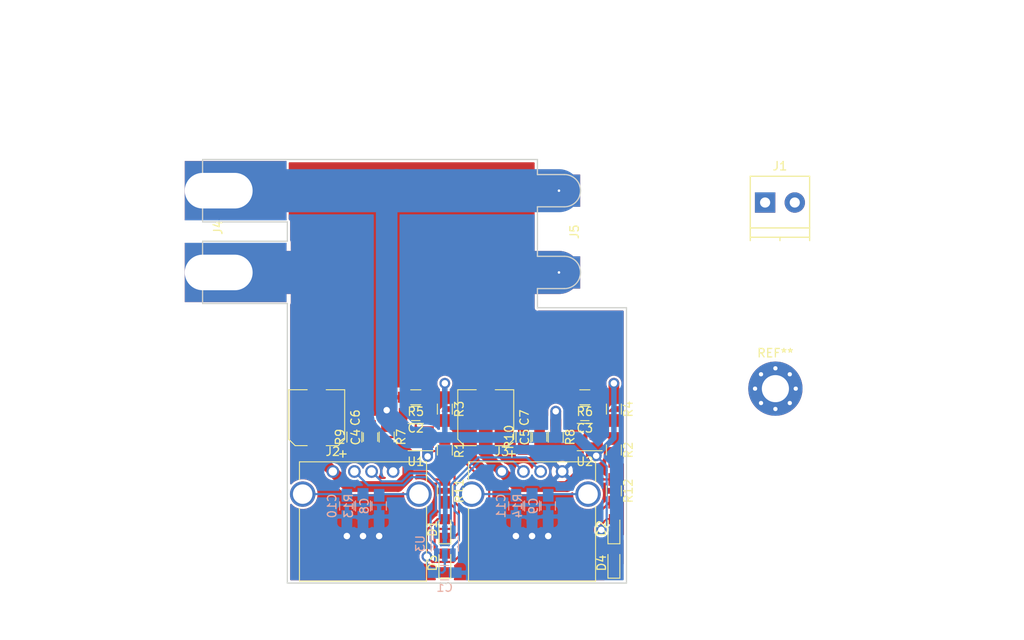
<source format=kicad_pcb>
(kicad_pcb (version 4) (host pcbnew 4.0.6-e0-6349~53~ubuntu16.04.1)

  (general
    (links 75)
    (no_connects 3)
    (area 122.860999 80.950999 173.011001 131.101001)
    (thickness 1.6)
    (drawings 51)
    (tracks 229)
    (zones 0)
    (modules 38)
    (nets 21)
  )

  (page A4)
  (layers
    (0 F.Cu signal)
    (31 B.Cu signal)
    (32 B.Adhes user)
    (33 F.Adhes user)
    (34 B.Paste user)
    (35 F.Paste user)
    (36 B.SilkS user)
    (37 F.SilkS user)
    (38 B.Mask user)
    (39 F.Mask user)
    (40 Dwgs.User user)
    (41 Cmts.User user)
    (42 Eco1.User user)
    (43 Eco2.User user)
    (44 Edge.Cuts user)
    (45 Margin user)
    (46 B.CrtYd user)
    (47 F.CrtYd user)
    (48 B.Fab user)
    (49 F.Fab user)
  )

  (setup
    (last_trace_width 0.254)
    (trace_clearance 0.2032)
    (zone_clearance 0.254)
    (zone_45_only no)
    (trace_min 0.2)
    (segment_width 0.2)
    (edge_width 0.15)
    (via_size 0.635)
    (via_drill 0.4064)
    (via_min_size 0.4)
    (via_min_drill 0.3)
    (uvia_size 0.3048)
    (uvia_drill 0.1016)
    (uvias_allowed no)
    (uvia_min_size 0)
    (uvia_min_drill 0)
    (pcb_text_width 0.3)
    (pcb_text_size 1.5 1.5)
    (mod_edge_width 0.15)
    (mod_text_size 1 1)
    (mod_text_width 0.15)
    (pad_size 7 12)
    (pad_drill 4.2)
    (pad_to_mask_clearance 0.2)
    (aux_axis_origin 0 0)
    (visible_elements FFFEFF7F)
    (pcbplotparams
      (layerselection 0x00030_80000001)
      (usegerberextensions false)
      (excludeedgelayer true)
      (linewidth 0.100000)
      (plotframeref false)
      (viasonmask false)
      (mode 1)
      (useauxorigin false)
      (hpglpennumber 1)
      (hpglpenspeed 20)
      (hpglpendiameter 15)
      (hpglpenoverlay 2)
      (psnegative false)
      (psa4output false)
      (plotreference true)
      (plotvalue true)
      (plotinvisibletext false)
      (padsonsilk false)
      (subtractmaskfromsilk false)
      (outputformat 1)
      (mirror false)
      (drillshape 1)
      (scaleselection 1)
      (outputdirectory ""))
  )

  (net 0 "")
  (net 1 +5V)
  (net 2 GND)
  (net 3 "Net-(C4-Pad1)")
  (net 4 "Net-(C5-Pad1)")
  (net 5 "Net-(C10-Pad1)")
  (net 6 "Net-(C11-Pad1)")
  (net 7 "Net-(D1-Pad1)")
  (net 8 "Net-(D2-Pad1)")
  (net 9 "Net-(D3-Pad2)")
  (net 10 "Net-(D4-Pad2)")
  (net 11 "Net-(J2-Pad3)")
  (net 12 "Net-(J2-Pad2)")
  (net 13 "Net-(J3-Pad3)")
  (net 14 "Net-(J3-Pad2)")
  (net 15 "Net-(R1-Pad1)")
  (net 16 "Net-(R2-Pad1)")
  (net 17 "Net-(R5-Pad1)")
  (net 18 "Net-(R6-Pad1)")
  (net 19 "Net-(R9-Pad1)")
  (net 20 "Net-(R10-Pad1)")

  (net_class Default "This is the default net class."
    (clearance 0.2032)
    (trace_width 0.254)
    (via_dia 0.635)
    (via_drill 0.4064)
    (uvia_dia 0.3048)
    (uvia_drill 0.1016)
    (add_net "Net-(C10-Pad1)")
    (add_net "Net-(C11-Pad1)")
    (add_net "Net-(D1-Pad1)")
    (add_net "Net-(D2-Pad1)")
    (add_net "Net-(D3-Pad2)")
    (add_net "Net-(D4-Pad2)")
    (add_net "Net-(J2-Pad2)")
    (add_net "Net-(J2-Pad3)")
    (add_net "Net-(J3-Pad2)")
    (add_net "Net-(J3-Pad3)")
    (add_net "Net-(R1-Pad1)")
    (add_net "Net-(R10-Pad1)")
    (add_net "Net-(R2-Pad1)")
    (add_net "Net-(R5-Pad1)")
    (add_net "Net-(R6-Pad1)")
    (add_net "Net-(R9-Pad1)")
  )

  (net_class Cascade ""
    (clearance 0.2032)
    (trace_width 5.08)
    (via_dia 0.635)
    (via_drill 0.4064)
    (uvia_dia 0.3048)
    (uvia_drill 0.1016)
  )

  (net_class Power ""
    (clearance 0.2032)
    (trace_width 1.27)
    (via_dia 1.27)
    (via_drill 0.762)
    (uvia_dia 0.3048)
    (uvia_drill 0.1016)
    (add_net +5V)
    (add_net GND)
    (add_net "Net-(C4-Pad1)")
    (add_net "Net-(C5-Pad1)")
  )

  (module Capacitors_SMD:C_0805_HandSoldering (layer B.Cu) (tedit 58AA84A8) (tstamp 58EE5CFB)
    (at 151.491 129.794)
    (descr "Capacitor SMD 0805, hand soldering")
    (tags "capacitor 0805")
    (path /58EEA609)
    (attr smd)
    (fp_text reference C1 (at 0 1.75) (layer B.SilkS)
      (effects (font (size 1 1) (thickness 0.15)) (justify mirror))
    )
    (fp_text value 100nF (at 0 -1.75) (layer B.Fab)
      (effects (font (size 1 1) (thickness 0.15)) (justify mirror))
    )
    (fp_text user %R (at 0 1.75) (layer B.Fab)
      (effects (font (size 1 1) (thickness 0.15)) (justify mirror))
    )
    (fp_line (start -1 -0.62) (end -1 0.62) (layer B.Fab) (width 0.1))
    (fp_line (start 1 -0.62) (end -1 -0.62) (layer B.Fab) (width 0.1))
    (fp_line (start 1 0.62) (end 1 -0.62) (layer B.Fab) (width 0.1))
    (fp_line (start -1 0.62) (end 1 0.62) (layer B.Fab) (width 0.1))
    (fp_line (start 0.5 0.85) (end -0.5 0.85) (layer B.SilkS) (width 0.12))
    (fp_line (start -0.5 -0.85) (end 0.5 -0.85) (layer B.SilkS) (width 0.12))
    (fp_line (start -2.25 0.88) (end 2.25 0.88) (layer B.CrtYd) (width 0.05))
    (fp_line (start -2.25 0.88) (end -2.25 -0.87) (layer B.CrtYd) (width 0.05))
    (fp_line (start 2.25 -0.87) (end 2.25 0.88) (layer B.CrtYd) (width 0.05))
    (fp_line (start 2.25 -0.87) (end -2.25 -0.87) (layer B.CrtYd) (width 0.05))
    (pad 1 smd rect (at -1.25 0) (size 1.5 1.25) (layers B.Cu B.Paste B.Mask)
      (net 1 +5V))
    (pad 2 smd rect (at 1.25 0) (size 1.5 1.25) (layers B.Cu B.Paste B.Mask)
      (net 2 GND))
    (model Capacitors_SMD.3dshapes/C_0805.wrl
      (at (xyz 0 0 0))
      (scale (xyz 1 1 1))
      (rotate (xyz 0 0 0))
    )
  )

  (module Capacitors_SMD:C_0805_HandSoldering (layer F.Cu) (tedit 58AA84A8) (tstamp 58EE5D01)
    (at 148.082 110.998 180)
    (descr "Capacitor SMD 0805, hand soldering")
    (tags "capacitor 0805")
    (path /58EE5198)
    (attr smd)
    (fp_text reference C2 (at 0 -1.75 180) (layer F.SilkS)
      (effects (font (size 1 1) (thickness 0.15)))
    )
    (fp_text value 100nF (at 0 1.75 180) (layer F.Fab)
      (effects (font (size 1 1) (thickness 0.15)))
    )
    (fp_text user %R (at 0 -1.75 180) (layer F.Fab)
      (effects (font (size 1 1) (thickness 0.15)))
    )
    (fp_line (start -1 0.62) (end -1 -0.62) (layer F.Fab) (width 0.1))
    (fp_line (start 1 0.62) (end -1 0.62) (layer F.Fab) (width 0.1))
    (fp_line (start 1 -0.62) (end 1 0.62) (layer F.Fab) (width 0.1))
    (fp_line (start -1 -0.62) (end 1 -0.62) (layer F.Fab) (width 0.1))
    (fp_line (start 0.5 -0.85) (end -0.5 -0.85) (layer F.SilkS) (width 0.12))
    (fp_line (start -0.5 0.85) (end 0.5 0.85) (layer F.SilkS) (width 0.12))
    (fp_line (start -2.25 -0.88) (end 2.25 -0.88) (layer F.CrtYd) (width 0.05))
    (fp_line (start -2.25 -0.88) (end -2.25 0.87) (layer F.CrtYd) (width 0.05))
    (fp_line (start 2.25 0.87) (end 2.25 -0.88) (layer F.CrtYd) (width 0.05))
    (fp_line (start 2.25 0.87) (end -2.25 0.87) (layer F.CrtYd) (width 0.05))
    (pad 1 smd rect (at -1.25 0 180) (size 1.5 1.25) (layers F.Cu F.Paste F.Mask)
      (net 1 +5V))
    (pad 2 smd rect (at 1.25 0 180) (size 1.5 1.25) (layers F.Cu F.Paste F.Mask)
      (net 2 GND))
    (model Capacitors_SMD.3dshapes/C_0805.wrl
      (at (xyz 0 0 0))
      (scale (xyz 1 1 1))
      (rotate (xyz 0 0 0))
    )
  )

  (module Capacitors_SMD:C_0805_HandSoldering (layer F.Cu) (tedit 58AA84A8) (tstamp 58EE5D07)
    (at 168.021 110.998 180)
    (descr "Capacitor SMD 0805, hand soldering")
    (tags "capacitor 0805")
    (path /58EEB507)
    (attr smd)
    (fp_text reference C3 (at 0 -1.75 180) (layer F.SilkS)
      (effects (font (size 1 1) (thickness 0.15)))
    )
    (fp_text value 100nF (at 0 1.75 180) (layer F.Fab)
      (effects (font (size 1 1) (thickness 0.15)))
    )
    (fp_text user %R (at 0 -1.75 180) (layer F.Fab)
      (effects (font (size 1 1) (thickness 0.15)))
    )
    (fp_line (start -1 0.62) (end -1 -0.62) (layer F.Fab) (width 0.1))
    (fp_line (start 1 0.62) (end -1 0.62) (layer F.Fab) (width 0.1))
    (fp_line (start 1 -0.62) (end 1 0.62) (layer F.Fab) (width 0.1))
    (fp_line (start -1 -0.62) (end 1 -0.62) (layer F.Fab) (width 0.1))
    (fp_line (start 0.5 -0.85) (end -0.5 -0.85) (layer F.SilkS) (width 0.12))
    (fp_line (start -0.5 0.85) (end 0.5 0.85) (layer F.SilkS) (width 0.12))
    (fp_line (start -2.25 -0.88) (end 2.25 -0.88) (layer F.CrtYd) (width 0.05))
    (fp_line (start -2.25 -0.88) (end -2.25 0.87) (layer F.CrtYd) (width 0.05))
    (fp_line (start 2.25 0.87) (end 2.25 -0.88) (layer F.CrtYd) (width 0.05))
    (fp_line (start 2.25 0.87) (end -2.25 0.87) (layer F.CrtYd) (width 0.05))
    (pad 1 smd rect (at -1.25 0 180) (size 1.5 1.25) (layers F.Cu F.Paste F.Mask)
      (net 1 +5V))
    (pad 2 smd rect (at 1.25 0 180) (size 1.5 1.25) (layers F.Cu F.Paste F.Mask)
      (net 2 GND))
    (model Capacitors_SMD.3dshapes/C_0805.wrl
      (at (xyz 0 0 0))
      (scale (xyz 1 1 1))
      (rotate (xyz 0 0 0))
    )
  )

  (module Capacitors_SMD:C_0805_HandSoldering (layer F.Cu) (tedit 58AA84A8) (tstamp 58EE5D0D)
    (at 142.748 113.792 90)
    (descr "Capacitor SMD 0805, hand soldering")
    (tags "capacitor 0805")
    (path /58EE50E0)
    (attr smd)
    (fp_text reference C4 (at 0 -1.75 90) (layer F.SilkS)
      (effects (font (size 1 1) (thickness 0.15)))
    )
    (fp_text value 100nF (at 0 1.75 90) (layer F.Fab)
      (effects (font (size 1 1) (thickness 0.15)))
    )
    (fp_text user %R (at 0 -1.75 90) (layer F.Fab)
      (effects (font (size 1 1) (thickness 0.15)))
    )
    (fp_line (start -1 0.62) (end -1 -0.62) (layer F.Fab) (width 0.1))
    (fp_line (start 1 0.62) (end -1 0.62) (layer F.Fab) (width 0.1))
    (fp_line (start 1 -0.62) (end 1 0.62) (layer F.Fab) (width 0.1))
    (fp_line (start -1 -0.62) (end 1 -0.62) (layer F.Fab) (width 0.1))
    (fp_line (start 0.5 -0.85) (end -0.5 -0.85) (layer F.SilkS) (width 0.12))
    (fp_line (start -0.5 0.85) (end 0.5 0.85) (layer F.SilkS) (width 0.12))
    (fp_line (start -2.25 -0.88) (end 2.25 -0.88) (layer F.CrtYd) (width 0.05))
    (fp_line (start -2.25 -0.88) (end -2.25 0.87) (layer F.CrtYd) (width 0.05))
    (fp_line (start 2.25 0.87) (end 2.25 -0.88) (layer F.CrtYd) (width 0.05))
    (fp_line (start 2.25 0.87) (end -2.25 0.87) (layer F.CrtYd) (width 0.05))
    (pad 1 smd rect (at -1.25 0 90) (size 1.5 1.25) (layers F.Cu F.Paste F.Mask)
      (net 3 "Net-(C4-Pad1)"))
    (pad 2 smd rect (at 1.25 0 90) (size 1.5 1.25) (layers F.Cu F.Paste F.Mask)
      (net 2 GND))
    (model Capacitors_SMD.3dshapes/C_0805.wrl
      (at (xyz 0 0 0))
      (scale (xyz 1 1 1))
      (rotate (xyz 0 0 0))
    )
  )

  (module Capacitors_SMD:C_0805_HandSoldering (layer F.Cu) (tedit 58AA84A8) (tstamp 58EE5D13)
    (at 162.687 113.792 90)
    (descr "Capacitor SMD 0805, hand soldering")
    (tags "capacitor 0805")
    (path /58EEB4FB)
    (attr smd)
    (fp_text reference C5 (at 0 -1.75 90) (layer F.SilkS)
      (effects (font (size 1 1) (thickness 0.15)))
    )
    (fp_text value 100nF (at 0 1.75 90) (layer F.Fab)
      (effects (font (size 1 1) (thickness 0.15)))
    )
    (fp_text user %R (at 0 -1.75 90) (layer F.Fab)
      (effects (font (size 1 1) (thickness 0.15)))
    )
    (fp_line (start -1 0.62) (end -1 -0.62) (layer F.Fab) (width 0.1))
    (fp_line (start 1 0.62) (end -1 0.62) (layer F.Fab) (width 0.1))
    (fp_line (start 1 -0.62) (end 1 0.62) (layer F.Fab) (width 0.1))
    (fp_line (start -1 -0.62) (end 1 -0.62) (layer F.Fab) (width 0.1))
    (fp_line (start 0.5 -0.85) (end -0.5 -0.85) (layer F.SilkS) (width 0.12))
    (fp_line (start -0.5 0.85) (end 0.5 0.85) (layer F.SilkS) (width 0.12))
    (fp_line (start -2.25 -0.88) (end 2.25 -0.88) (layer F.CrtYd) (width 0.05))
    (fp_line (start -2.25 -0.88) (end -2.25 0.87) (layer F.CrtYd) (width 0.05))
    (fp_line (start 2.25 0.87) (end 2.25 -0.88) (layer F.CrtYd) (width 0.05))
    (fp_line (start 2.25 0.87) (end -2.25 0.87) (layer F.CrtYd) (width 0.05))
    (pad 1 smd rect (at -1.25 0 90) (size 1.5 1.25) (layers F.Cu F.Paste F.Mask)
      (net 4 "Net-(C5-Pad1)"))
    (pad 2 smd rect (at 1.25 0 90) (size 1.5 1.25) (layers F.Cu F.Paste F.Mask)
      (net 2 GND))
    (model Capacitors_SMD.3dshapes/C_0805.wrl
      (at (xyz 0 0 0))
      (scale (xyz 1 1 1))
      (rotate (xyz 0 0 0))
    )
  )

  (module Capacitors_SMD:CP_Elec_6.3x5.3 (layer F.Cu) (tedit 58AA8B2D) (tstamp 58EE5D19)
    (at 136.398 111.506 90)
    (descr "SMT capacitor, aluminium electrolytic, 6.3x5.3")
    (path /58EE5122)
    (attr smd)
    (fp_text reference C6 (at 0 4.56 90) (layer F.SilkS)
      (effects (font (size 1 1) (thickness 0.15)))
    )
    (fp_text value 100uF (at 0 -4.56 90) (layer F.Fab)
      (effects (font (size 1 1) (thickness 0.15)))
    )
    (fp_circle (center 0 0) (end 0.6 3) (layer F.Fab) (width 0.1))
    (fp_text user + (at -1.75 -0.08 90) (layer F.Fab)
      (effects (font (size 1 1) (thickness 0.15)))
    )
    (fp_text user + (at -4.28 3.01 90) (layer F.SilkS)
      (effects (font (size 1 1) (thickness 0.15)))
    )
    (fp_text user %R (at 0 4.56 90) (layer F.Fab)
      (effects (font (size 1 1) (thickness 0.15)))
    )
    (fp_line (start 3.15 3.15) (end 3.15 -3.15) (layer F.Fab) (width 0.1))
    (fp_line (start -2.48 3.15) (end 3.15 3.15) (layer F.Fab) (width 0.1))
    (fp_line (start -3.15 2.48) (end -2.48 3.15) (layer F.Fab) (width 0.1))
    (fp_line (start -3.15 -2.48) (end -3.15 2.48) (layer F.Fab) (width 0.1))
    (fp_line (start -2.48 -3.15) (end -3.15 -2.48) (layer F.Fab) (width 0.1))
    (fp_line (start 3.15 -3.15) (end -2.48 -3.15) (layer F.Fab) (width 0.1))
    (fp_line (start 3.3 3.3) (end 3.3 1.12) (layer F.SilkS) (width 0.12))
    (fp_line (start 3.3 -3.3) (end 3.3 -1.12) (layer F.SilkS) (width 0.12))
    (fp_line (start -3.3 2.54) (end -3.3 1.12) (layer F.SilkS) (width 0.12))
    (fp_line (start -3.3 -2.54) (end -3.3 -1.12) (layer F.SilkS) (width 0.12))
    (fp_line (start 3.3 3.3) (end -2.54 3.3) (layer F.SilkS) (width 0.12))
    (fp_line (start -2.54 3.3) (end -3.3 2.54) (layer F.SilkS) (width 0.12))
    (fp_line (start -3.3 -2.54) (end -2.54 -3.3) (layer F.SilkS) (width 0.12))
    (fp_line (start -2.54 -3.3) (end 3.3 -3.3) (layer F.SilkS) (width 0.12))
    (fp_line (start -4.7 -3.4) (end 4.7 -3.4) (layer F.CrtYd) (width 0.05))
    (fp_line (start -4.7 -3.4) (end -4.7 3.4) (layer F.CrtYd) (width 0.05))
    (fp_line (start 4.7 3.4) (end 4.7 -3.4) (layer F.CrtYd) (width 0.05))
    (fp_line (start 4.7 3.4) (end -4.7 3.4) (layer F.CrtYd) (width 0.05))
    (pad 1 smd rect (at -2.7 0 270) (size 3.5 1.6) (layers F.Cu F.Paste F.Mask)
      (net 3 "Net-(C4-Pad1)"))
    (pad 2 smd rect (at 2.7 0 270) (size 3.5 1.6) (layers F.Cu F.Paste F.Mask)
      (net 2 GND))
    (model Capacitors_SMD.3dshapes/CP_Elec_6.3x5.3.wrl
      (at (xyz 0 0 0))
      (scale (xyz 1 1 1))
      (rotate (xyz 0 0 180))
    )
  )

  (module Capacitors_SMD:CP_Elec_6.3x5.3 (layer F.Cu) (tedit 58AA8B2D) (tstamp 58EE5D1F)
    (at 156.337 111.506 90)
    (descr "SMT capacitor, aluminium electrolytic, 6.3x5.3")
    (path /58EEB501)
    (attr smd)
    (fp_text reference C7 (at 0 4.56 90) (layer F.SilkS)
      (effects (font (size 1 1) (thickness 0.15)))
    )
    (fp_text value 100uF (at 0 -4.56 90) (layer F.Fab)
      (effects (font (size 1 1) (thickness 0.15)))
    )
    (fp_circle (center 0 0) (end 0.6 3) (layer F.Fab) (width 0.1))
    (fp_text user + (at -1.75 -0.08 90) (layer F.Fab)
      (effects (font (size 1 1) (thickness 0.15)))
    )
    (fp_text user + (at -4.28 3.01 90) (layer F.SilkS)
      (effects (font (size 1 1) (thickness 0.15)))
    )
    (fp_text user %R (at 0 4.56 90) (layer F.Fab)
      (effects (font (size 1 1) (thickness 0.15)))
    )
    (fp_line (start 3.15 3.15) (end 3.15 -3.15) (layer F.Fab) (width 0.1))
    (fp_line (start -2.48 3.15) (end 3.15 3.15) (layer F.Fab) (width 0.1))
    (fp_line (start -3.15 2.48) (end -2.48 3.15) (layer F.Fab) (width 0.1))
    (fp_line (start -3.15 -2.48) (end -3.15 2.48) (layer F.Fab) (width 0.1))
    (fp_line (start -2.48 -3.15) (end -3.15 -2.48) (layer F.Fab) (width 0.1))
    (fp_line (start 3.15 -3.15) (end -2.48 -3.15) (layer F.Fab) (width 0.1))
    (fp_line (start 3.3 3.3) (end 3.3 1.12) (layer F.SilkS) (width 0.12))
    (fp_line (start 3.3 -3.3) (end 3.3 -1.12) (layer F.SilkS) (width 0.12))
    (fp_line (start -3.3 2.54) (end -3.3 1.12) (layer F.SilkS) (width 0.12))
    (fp_line (start -3.3 -2.54) (end -3.3 -1.12) (layer F.SilkS) (width 0.12))
    (fp_line (start 3.3 3.3) (end -2.54 3.3) (layer F.SilkS) (width 0.12))
    (fp_line (start -2.54 3.3) (end -3.3 2.54) (layer F.SilkS) (width 0.12))
    (fp_line (start -3.3 -2.54) (end -2.54 -3.3) (layer F.SilkS) (width 0.12))
    (fp_line (start -2.54 -3.3) (end 3.3 -3.3) (layer F.SilkS) (width 0.12))
    (fp_line (start -4.7 -3.4) (end 4.7 -3.4) (layer F.CrtYd) (width 0.05))
    (fp_line (start -4.7 -3.4) (end -4.7 3.4) (layer F.CrtYd) (width 0.05))
    (fp_line (start 4.7 3.4) (end 4.7 -3.4) (layer F.CrtYd) (width 0.05))
    (fp_line (start 4.7 3.4) (end -4.7 3.4) (layer F.CrtYd) (width 0.05))
    (pad 1 smd rect (at -2.7 0 270) (size 3.5 1.6) (layers F.Cu F.Paste F.Mask)
      (net 4 "Net-(C5-Pad1)"))
    (pad 2 smd rect (at 2.7 0 270) (size 3.5 1.6) (layers F.Cu F.Paste F.Mask)
      (net 2 GND))
    (model Capacitors_SMD.3dshapes/CP_Elec_6.3x5.3.wrl
      (at (xyz 0 0 0))
      (scale (xyz 1 1 1))
      (rotate (xyz 0 0 180))
    )
  )

  (module Capacitors_SMD:C_0805_HandSoldering (layer B.Cu) (tedit 58AA84A8) (tstamp 58EE5D25)
    (at 143.764 121.92 270)
    (descr "Capacitor SMD 0805, hand soldering")
    (tags "capacitor 0805")
    (path /58EE60F0)
    (attr smd)
    (fp_text reference C8 (at 0 1.75 270) (layer B.SilkS)
      (effects (font (size 1 1) (thickness 0.15)) (justify mirror))
    )
    (fp_text value 1nF (at 0 -1.75 270) (layer B.Fab)
      (effects (font (size 1 1) (thickness 0.15)) (justify mirror))
    )
    (fp_text user %R (at 0 1.75 270) (layer B.Fab)
      (effects (font (size 1 1) (thickness 0.15)) (justify mirror))
    )
    (fp_line (start -1 -0.62) (end -1 0.62) (layer B.Fab) (width 0.1))
    (fp_line (start 1 -0.62) (end -1 -0.62) (layer B.Fab) (width 0.1))
    (fp_line (start 1 0.62) (end 1 -0.62) (layer B.Fab) (width 0.1))
    (fp_line (start -1 0.62) (end 1 0.62) (layer B.Fab) (width 0.1))
    (fp_line (start 0.5 0.85) (end -0.5 0.85) (layer B.SilkS) (width 0.12))
    (fp_line (start -0.5 -0.85) (end 0.5 -0.85) (layer B.SilkS) (width 0.12))
    (fp_line (start -2.25 0.88) (end 2.25 0.88) (layer B.CrtYd) (width 0.05))
    (fp_line (start -2.25 0.88) (end -2.25 -0.87) (layer B.CrtYd) (width 0.05))
    (fp_line (start 2.25 -0.87) (end 2.25 0.88) (layer B.CrtYd) (width 0.05))
    (fp_line (start 2.25 -0.87) (end -2.25 -0.87) (layer B.CrtYd) (width 0.05))
    (pad 1 smd rect (at -1.25 0 270) (size 1.5 1.25) (layers B.Cu B.Paste B.Mask)
      (net 5 "Net-(C10-Pad1)"))
    (pad 2 smd rect (at 1.25 0 270) (size 1.5 1.25) (layers B.Cu B.Paste B.Mask)
      (net 2 GND))
    (model Capacitors_SMD.3dshapes/C_0805.wrl
      (at (xyz 0 0 0))
      (scale (xyz 1 1 1))
      (rotate (xyz 0 0 0))
    )
  )

  (module Capacitors_SMD:C_0805_HandSoldering (layer B.Cu) (tedit 58AA84A8) (tstamp 58EE5D2B)
    (at 163.703 121.92 270)
    (descr "Capacitor SMD 0805, hand soldering")
    (tags "capacitor 0805")
    (path /58EEB574)
    (attr smd)
    (fp_text reference C9 (at 0 1.75 270) (layer B.SilkS)
      (effects (font (size 1 1) (thickness 0.15)) (justify mirror))
    )
    (fp_text value 1nF (at 0 -1.75 270) (layer B.Fab)
      (effects (font (size 1 1) (thickness 0.15)) (justify mirror))
    )
    (fp_text user %R (at 0 1.75 270) (layer B.Fab)
      (effects (font (size 1 1) (thickness 0.15)) (justify mirror))
    )
    (fp_line (start -1 -0.62) (end -1 0.62) (layer B.Fab) (width 0.1))
    (fp_line (start 1 -0.62) (end -1 -0.62) (layer B.Fab) (width 0.1))
    (fp_line (start 1 0.62) (end 1 -0.62) (layer B.Fab) (width 0.1))
    (fp_line (start -1 0.62) (end 1 0.62) (layer B.Fab) (width 0.1))
    (fp_line (start 0.5 0.85) (end -0.5 0.85) (layer B.SilkS) (width 0.12))
    (fp_line (start -0.5 -0.85) (end 0.5 -0.85) (layer B.SilkS) (width 0.12))
    (fp_line (start -2.25 0.88) (end 2.25 0.88) (layer B.CrtYd) (width 0.05))
    (fp_line (start -2.25 0.88) (end -2.25 -0.87) (layer B.CrtYd) (width 0.05))
    (fp_line (start 2.25 -0.87) (end 2.25 0.88) (layer B.CrtYd) (width 0.05))
    (fp_line (start 2.25 -0.87) (end -2.25 -0.87) (layer B.CrtYd) (width 0.05))
    (pad 1 smd rect (at -1.25 0 270) (size 1.5 1.25) (layers B.Cu B.Paste B.Mask)
      (net 6 "Net-(C11-Pad1)"))
    (pad 2 smd rect (at 1.25 0 270) (size 1.5 1.25) (layers B.Cu B.Paste B.Mask)
      (net 2 GND))
    (model Capacitors_SMD.3dshapes/C_0805.wrl
      (at (xyz 0 0 0))
      (scale (xyz 1 1 1))
      (rotate (xyz 0 0 0))
    )
  )

  (module Capacitors_SMD:C_0805_HandSoldering (layer B.Cu) (tedit 58AA84A8) (tstamp 58EE5D31)
    (at 139.954 121.92 270)
    (descr "Capacitor SMD 0805, hand soldering")
    (tags "capacitor 0805")
    (path /58EE6182)
    (attr smd)
    (fp_text reference C10 (at 0 1.75 270) (layer B.SilkS)
      (effects (font (size 1 1) (thickness 0.15)) (justify mirror))
    )
    (fp_text value 100nF (at 0 -1.75 270) (layer B.Fab)
      (effects (font (size 1 1) (thickness 0.15)) (justify mirror))
    )
    (fp_text user %R (at 0 1.75 270) (layer B.Fab)
      (effects (font (size 1 1) (thickness 0.15)) (justify mirror))
    )
    (fp_line (start -1 -0.62) (end -1 0.62) (layer B.Fab) (width 0.1))
    (fp_line (start 1 -0.62) (end -1 -0.62) (layer B.Fab) (width 0.1))
    (fp_line (start 1 0.62) (end 1 -0.62) (layer B.Fab) (width 0.1))
    (fp_line (start -1 0.62) (end 1 0.62) (layer B.Fab) (width 0.1))
    (fp_line (start 0.5 0.85) (end -0.5 0.85) (layer B.SilkS) (width 0.12))
    (fp_line (start -0.5 -0.85) (end 0.5 -0.85) (layer B.SilkS) (width 0.12))
    (fp_line (start -2.25 0.88) (end 2.25 0.88) (layer B.CrtYd) (width 0.05))
    (fp_line (start -2.25 0.88) (end -2.25 -0.87) (layer B.CrtYd) (width 0.05))
    (fp_line (start 2.25 -0.87) (end 2.25 0.88) (layer B.CrtYd) (width 0.05))
    (fp_line (start 2.25 -0.87) (end -2.25 -0.87) (layer B.CrtYd) (width 0.05))
    (pad 1 smd rect (at -1.25 0 270) (size 1.5 1.25) (layers B.Cu B.Paste B.Mask)
      (net 5 "Net-(C10-Pad1)"))
    (pad 2 smd rect (at 1.25 0 270) (size 1.5 1.25) (layers B.Cu B.Paste B.Mask)
      (net 2 GND))
    (model Capacitors_SMD.3dshapes/C_0805.wrl
      (at (xyz 0 0 0))
      (scale (xyz 1 1 1))
      (rotate (xyz 0 0 0))
    )
  )

  (module Capacitors_SMD:C_0805_HandSoldering (layer B.Cu) (tedit 58AA84A8) (tstamp 58EE5D37)
    (at 159.893 121.92 270)
    (descr "Capacitor SMD 0805, hand soldering")
    (tags "capacitor 0805")
    (path /58EEB57A)
    (attr smd)
    (fp_text reference C11 (at 0 1.75 270) (layer B.SilkS)
      (effects (font (size 1 1) (thickness 0.15)) (justify mirror))
    )
    (fp_text value 100nF (at 0 -1.75 270) (layer B.Fab)
      (effects (font (size 1 1) (thickness 0.15)) (justify mirror))
    )
    (fp_text user %R (at 0 1.75 270) (layer B.Fab)
      (effects (font (size 1 1) (thickness 0.15)) (justify mirror))
    )
    (fp_line (start -1 -0.62) (end -1 0.62) (layer B.Fab) (width 0.1))
    (fp_line (start 1 -0.62) (end -1 -0.62) (layer B.Fab) (width 0.1))
    (fp_line (start 1 0.62) (end 1 -0.62) (layer B.Fab) (width 0.1))
    (fp_line (start -1 0.62) (end 1 0.62) (layer B.Fab) (width 0.1))
    (fp_line (start 0.5 0.85) (end -0.5 0.85) (layer B.SilkS) (width 0.12))
    (fp_line (start -0.5 -0.85) (end 0.5 -0.85) (layer B.SilkS) (width 0.12))
    (fp_line (start -2.25 0.88) (end 2.25 0.88) (layer B.CrtYd) (width 0.05))
    (fp_line (start -2.25 0.88) (end -2.25 -0.87) (layer B.CrtYd) (width 0.05))
    (fp_line (start 2.25 -0.87) (end 2.25 0.88) (layer B.CrtYd) (width 0.05))
    (fp_line (start 2.25 -0.87) (end -2.25 -0.87) (layer B.CrtYd) (width 0.05))
    (pad 1 smd rect (at -1.25 0 270) (size 1.5 1.25) (layers B.Cu B.Paste B.Mask)
      (net 6 "Net-(C11-Pad1)"))
    (pad 2 smd rect (at 1.25 0 270) (size 1.5 1.25) (layers B.Cu B.Paste B.Mask)
      (net 2 GND))
    (model Capacitors_SMD.3dshapes/C_0805.wrl
      (at (xyz 0 0 0))
      (scale (xyz 1 1 1))
      (rotate (xyz 0 0 0))
    )
  )

  (module LEDs:LED_0805 (layer F.Cu) (tedit 57FE93EC) (tstamp 58EE5D3D)
    (at 151.511 124.587 90)
    (descr "LED 0805 smd package")
    (tags "LED led 0805 SMD smd SMT smt smdled SMDLED smtled SMTLED")
    (path /58EE4B38)
    (attr smd)
    (fp_text reference D1 (at 0 -1.45 90) (layer F.SilkS)
      (effects (font (size 1 1) (thickness 0.15)))
    )
    (fp_text value RED (at 0 1.55 90) (layer F.Fab)
      (effects (font (size 1 1) (thickness 0.15)))
    )
    (fp_line (start -1.8 -0.7) (end -1.8 0.7) (layer F.SilkS) (width 0.12))
    (fp_line (start -0.4 -0.4) (end -0.4 0.4) (layer F.Fab) (width 0.1))
    (fp_line (start -0.4 0) (end 0.2 -0.4) (layer F.Fab) (width 0.1))
    (fp_line (start 0.2 0.4) (end -0.4 0) (layer F.Fab) (width 0.1))
    (fp_line (start 0.2 -0.4) (end 0.2 0.4) (layer F.Fab) (width 0.1))
    (fp_line (start 1 0.6) (end -1 0.6) (layer F.Fab) (width 0.1))
    (fp_line (start 1 -0.6) (end 1 0.6) (layer F.Fab) (width 0.1))
    (fp_line (start -1 -0.6) (end 1 -0.6) (layer F.Fab) (width 0.1))
    (fp_line (start -1 0.6) (end -1 -0.6) (layer F.Fab) (width 0.1))
    (fp_line (start -1.8 0.7) (end 1 0.7) (layer F.SilkS) (width 0.12))
    (fp_line (start -1.8 -0.7) (end 1 -0.7) (layer F.SilkS) (width 0.12))
    (fp_line (start 1.95 -0.85) (end 1.95 0.85) (layer F.CrtYd) (width 0.05))
    (fp_line (start 1.95 0.85) (end -1.95 0.85) (layer F.CrtYd) (width 0.05))
    (fp_line (start -1.95 0.85) (end -1.95 -0.85) (layer F.CrtYd) (width 0.05))
    (fp_line (start -1.95 -0.85) (end 1.95 -0.85) (layer F.CrtYd) (width 0.05))
    (pad 2 smd rect (at 1.1 0 270) (size 1.2 1.2) (layers F.Cu F.Paste F.Mask)
      (net 1 +5V))
    (pad 1 smd rect (at -1.1 0 270) (size 1.2 1.2) (layers F.Cu F.Paste F.Mask)
      (net 7 "Net-(D1-Pad1)"))
    (model LEDs.3dshapes/LED_0805.wrl
      (at (xyz 0 0 0))
      (scale (xyz 1 1 1))
      (rotate (xyz 0 0 180))
    )
  )

  (module LEDs:LED_0805 (layer F.Cu) (tedit 57FE93EC) (tstamp 58EE5D43)
    (at 171.45 124.587 90)
    (descr "LED 0805 smd package")
    (tags "LED led 0805 SMD smd SMT smt smdled SMDLED smtled SMTLED")
    (path /58EEB4C5)
    (attr smd)
    (fp_text reference D2 (at 0 -1.45 90) (layer F.SilkS)
      (effects (font (size 1 1) (thickness 0.15)))
    )
    (fp_text value RED (at 0 1.55 90) (layer F.Fab)
      (effects (font (size 1 1) (thickness 0.15)))
    )
    (fp_line (start -1.8 -0.7) (end -1.8 0.7) (layer F.SilkS) (width 0.12))
    (fp_line (start -0.4 -0.4) (end -0.4 0.4) (layer F.Fab) (width 0.1))
    (fp_line (start -0.4 0) (end 0.2 -0.4) (layer F.Fab) (width 0.1))
    (fp_line (start 0.2 0.4) (end -0.4 0) (layer F.Fab) (width 0.1))
    (fp_line (start 0.2 -0.4) (end 0.2 0.4) (layer F.Fab) (width 0.1))
    (fp_line (start 1 0.6) (end -1 0.6) (layer F.Fab) (width 0.1))
    (fp_line (start 1 -0.6) (end 1 0.6) (layer F.Fab) (width 0.1))
    (fp_line (start -1 -0.6) (end 1 -0.6) (layer F.Fab) (width 0.1))
    (fp_line (start -1 0.6) (end -1 -0.6) (layer F.Fab) (width 0.1))
    (fp_line (start -1.8 0.7) (end 1 0.7) (layer F.SilkS) (width 0.12))
    (fp_line (start -1.8 -0.7) (end 1 -0.7) (layer F.SilkS) (width 0.12))
    (fp_line (start 1.95 -0.85) (end 1.95 0.85) (layer F.CrtYd) (width 0.05))
    (fp_line (start 1.95 0.85) (end -1.95 0.85) (layer F.CrtYd) (width 0.05))
    (fp_line (start -1.95 0.85) (end -1.95 -0.85) (layer F.CrtYd) (width 0.05))
    (fp_line (start -1.95 -0.85) (end 1.95 -0.85) (layer F.CrtYd) (width 0.05))
    (pad 2 smd rect (at 1.1 0 270) (size 1.2 1.2) (layers F.Cu F.Paste F.Mask)
      (net 1 +5V))
    (pad 1 smd rect (at -1.1 0 270) (size 1.2 1.2) (layers F.Cu F.Paste F.Mask)
      (net 8 "Net-(D2-Pad1)"))
    (model LEDs.3dshapes/LED_0805.wrl
      (at (xyz 0 0 0))
      (scale (xyz 1 1 1))
      (rotate (xyz 0 0 180))
    )
  )

  (module LEDs:LED_0805 (layer F.Cu) (tedit 57FE93EC) (tstamp 58EE5D49)
    (at 151.511 128.651 90)
    (descr "LED 0805 smd package")
    (tags "LED led 0805 SMD smd SMT smt smdled SMDLED smtled SMTLED")
    (path /58EE52B7)
    (attr smd)
    (fp_text reference D3 (at 0 -1.45 90) (layer F.SilkS)
      (effects (font (size 1 1) (thickness 0.15)))
    )
    (fp_text value BLUE (at 0 1.55 90) (layer F.Fab)
      (effects (font (size 1 1) (thickness 0.15)))
    )
    (fp_line (start -1.8 -0.7) (end -1.8 0.7) (layer F.SilkS) (width 0.12))
    (fp_line (start -0.4 -0.4) (end -0.4 0.4) (layer F.Fab) (width 0.1))
    (fp_line (start -0.4 0) (end 0.2 -0.4) (layer F.Fab) (width 0.1))
    (fp_line (start 0.2 0.4) (end -0.4 0) (layer F.Fab) (width 0.1))
    (fp_line (start 0.2 -0.4) (end 0.2 0.4) (layer F.Fab) (width 0.1))
    (fp_line (start 1 0.6) (end -1 0.6) (layer F.Fab) (width 0.1))
    (fp_line (start 1 -0.6) (end 1 0.6) (layer F.Fab) (width 0.1))
    (fp_line (start -1 -0.6) (end 1 -0.6) (layer F.Fab) (width 0.1))
    (fp_line (start -1 0.6) (end -1 -0.6) (layer F.Fab) (width 0.1))
    (fp_line (start -1.8 0.7) (end 1 0.7) (layer F.SilkS) (width 0.12))
    (fp_line (start -1.8 -0.7) (end 1 -0.7) (layer F.SilkS) (width 0.12))
    (fp_line (start 1.95 -0.85) (end 1.95 0.85) (layer F.CrtYd) (width 0.05))
    (fp_line (start 1.95 0.85) (end -1.95 0.85) (layer F.CrtYd) (width 0.05))
    (fp_line (start -1.95 0.85) (end -1.95 -0.85) (layer F.CrtYd) (width 0.05))
    (fp_line (start -1.95 -0.85) (end 1.95 -0.85) (layer F.CrtYd) (width 0.05))
    (pad 2 smd rect (at 1.1 0 270) (size 1.2 1.2) (layers F.Cu F.Paste F.Mask)
      (net 9 "Net-(D3-Pad2)"))
    (pad 1 smd rect (at -1.1 0 270) (size 1.2 1.2) (layers F.Cu F.Paste F.Mask)
      (net 2 GND))
    (model LEDs.3dshapes/LED_0805.wrl
      (at (xyz 0 0 0))
      (scale (xyz 1 1 1))
      (rotate (xyz 0 0 180))
    )
  )

  (module LEDs:LED_0805 (layer F.Cu) (tedit 57FE93EC) (tstamp 58EE5D4F)
    (at 171.45 128.651 90)
    (descr "LED 0805 smd package")
    (tags "LED led 0805 SMD smd SMT smt smdled SMDLED smtled SMTLED")
    (path /58EEB513)
    (attr smd)
    (fp_text reference D4 (at 0 -1.45 90) (layer F.SilkS)
      (effects (font (size 1 1) (thickness 0.15)))
    )
    (fp_text value BLUE (at 0 1.55 90) (layer F.Fab)
      (effects (font (size 1 1) (thickness 0.15)))
    )
    (fp_line (start -1.8 -0.7) (end -1.8 0.7) (layer F.SilkS) (width 0.12))
    (fp_line (start -0.4 -0.4) (end -0.4 0.4) (layer F.Fab) (width 0.1))
    (fp_line (start -0.4 0) (end 0.2 -0.4) (layer F.Fab) (width 0.1))
    (fp_line (start 0.2 0.4) (end -0.4 0) (layer F.Fab) (width 0.1))
    (fp_line (start 0.2 -0.4) (end 0.2 0.4) (layer F.Fab) (width 0.1))
    (fp_line (start 1 0.6) (end -1 0.6) (layer F.Fab) (width 0.1))
    (fp_line (start 1 -0.6) (end 1 0.6) (layer F.Fab) (width 0.1))
    (fp_line (start -1 -0.6) (end 1 -0.6) (layer F.Fab) (width 0.1))
    (fp_line (start -1 0.6) (end -1 -0.6) (layer F.Fab) (width 0.1))
    (fp_line (start -1.8 0.7) (end 1 0.7) (layer F.SilkS) (width 0.12))
    (fp_line (start -1.8 -0.7) (end 1 -0.7) (layer F.SilkS) (width 0.12))
    (fp_line (start 1.95 -0.85) (end 1.95 0.85) (layer F.CrtYd) (width 0.05))
    (fp_line (start 1.95 0.85) (end -1.95 0.85) (layer F.CrtYd) (width 0.05))
    (fp_line (start -1.95 0.85) (end -1.95 -0.85) (layer F.CrtYd) (width 0.05))
    (fp_line (start -1.95 -0.85) (end 1.95 -0.85) (layer F.CrtYd) (width 0.05))
    (pad 2 smd rect (at 1.1 0 270) (size 1.2 1.2) (layers F.Cu F.Paste F.Mask)
      (net 10 "Net-(D4-Pad2)"))
    (pad 1 smd rect (at -1.1 0 270) (size 1.2 1.2) (layers F.Cu F.Paste F.Mask)
      (net 2 GND))
    (model LEDs.3dshapes/LED_0805.wrl
      (at (xyz 0 0 0))
      (scale (xyz 1 1 1))
      (rotate (xyz 0 0 180))
    )
  )

  (module Terminal_Blocks:TerminalBlock_Pheonix_PT-3.5mm_2pol (layer F.Cu) (tedit 0) (tstamp 58EE5D55)
    (at 189.286 86.106)
    (descr "2-way 3.5mm pitch terminal block, Phoenix PT series")
    (path /58EE479C)
    (fp_text reference J1 (at 1.75 -4.3) (layer F.SilkS)
      (effects (font (size 1 1) (thickness 0.15)))
    )
    (fp_text value "POWER IN" (at 1.75 6) (layer F.Fab)
      (effects (font (size 1 1) (thickness 0.15)))
    )
    (fp_line (start -1.9 -3.3) (end 5.4 -3.3) (layer F.CrtYd) (width 0.05))
    (fp_line (start -1.9 4.7) (end -1.9 -3.3) (layer F.CrtYd) (width 0.05))
    (fp_line (start 5.4 4.7) (end -1.9 4.7) (layer F.CrtYd) (width 0.05))
    (fp_line (start 5.4 -3.3) (end 5.4 4.7) (layer F.CrtYd) (width 0.05))
    (fp_line (start 1.75 4.1) (end 1.75 4.5) (layer F.SilkS) (width 0.15))
    (fp_line (start -1.75 3) (end 5.25 3) (layer F.SilkS) (width 0.15))
    (fp_line (start -1.75 4.1) (end 5.25 4.1) (layer F.SilkS) (width 0.15))
    (fp_line (start -1.75 -3.1) (end -1.75 4.5) (layer F.SilkS) (width 0.15))
    (fp_line (start 5.25 4.5) (end 5.25 -3.1) (layer F.SilkS) (width 0.15))
    (fp_line (start 5.25 -3.1) (end -1.75 -3.1) (layer F.SilkS) (width 0.15))
    (pad 2 thru_hole circle (at 3.5 0) (size 2.4 2.4) (drill 1.2) (layers *.Cu *.Mask)
      (net 2 GND))
    (pad 1 thru_hole rect (at 0 0) (size 2.4 2.4) (drill 1.2) (layers *.Cu *.Mask)
      (net 1 +5V))
    (model Terminal_Blocks.3dshapes/TerminalBlock_Pheonix_PT-3.5mm_2pol.wrl
      (at (xyz 0 0 0))
      (scale (xyz 1 1 1))
      (rotate (xyz 0 0 0))
    )
  )

  (module Connect:USB_A (layer F.Cu) (tedit 5543E289) (tstamp 58EE5D5F)
    (at 138.303 117.856)
    (descr "USB A connector")
    (tags "USB USB_A")
    (path /58EE482B)
    (fp_text reference J2 (at 0 -2.35) (layer F.SilkS)
      (effects (font (size 1 1) (thickness 0.15)))
    )
    (fp_text value USB_A (at 3.84 7.44) (layer F.Fab)
      (effects (font (size 1 1) (thickness 0.15)))
    )
    (fp_line (start -5.3 13.2) (end -5.3 -1.4) (layer F.CrtYd) (width 0.05))
    (fp_line (start 11.95 -1.4) (end 11.95 13.2) (layer F.CrtYd) (width 0.05))
    (fp_line (start -5.3 13.2) (end 11.95 13.2) (layer F.CrtYd) (width 0.05))
    (fp_line (start -5.3 -1.4) (end 11.95 -1.4) (layer F.CrtYd) (width 0.05))
    (fp_line (start 11.05 -1.14) (end 11.05 1.19) (layer F.SilkS) (width 0.12))
    (fp_line (start -3.94 -1.14) (end -3.94 0.98) (layer F.SilkS) (width 0.12))
    (fp_line (start 11.05 -1.14) (end -3.94 -1.14) (layer F.SilkS) (width 0.12))
    (fp_line (start 11.05 12.95) (end -3.94 12.95) (layer F.SilkS) (width 0.12))
    (fp_line (start 11.05 4.15) (end 11.05 12.95) (layer F.SilkS) (width 0.12))
    (fp_line (start -3.94 4.35) (end -3.94 12.95) (layer F.SilkS) (width 0.12))
    (pad 4 thru_hole circle (at 7.11 0 270) (size 1.5 1.5) (drill 1) (layers *.Cu *.Mask)
      (net 2 GND))
    (pad 3 thru_hole circle (at 4.57 0 270) (size 1.5 1.5) (drill 1) (layers *.Cu *.Mask)
      (net 11 "Net-(J2-Pad3)"))
    (pad 2 thru_hole circle (at 2.54 0 270) (size 1.5 1.5) (drill 1) (layers *.Cu *.Mask)
      (net 12 "Net-(J2-Pad2)"))
    (pad 1 thru_hole circle (at 0 0 270) (size 1.5 1.5) (drill 1) (layers *.Cu *.Mask)
      (net 3 "Net-(C4-Pad1)"))
    (pad 5 thru_hole circle (at 10.16 2.67 270) (size 3 3) (drill 2.3) (layers *.Cu *.Mask)
      (net 5 "Net-(C10-Pad1)"))
    (pad 5 thru_hole circle (at -3.56 2.67 270) (size 3 3) (drill 2.3) (layers *.Cu *.Mask)
      (net 5 "Net-(C10-Pad1)"))
    (model Connectors.3dshapes/USB_A.wrl
      (at (xyz 0.14 0 0))
      (scale (xyz 1 1 1))
      (rotate (xyz 0 0 90))
    )
  )

  (module Connect:USB_A (layer F.Cu) (tedit 5543E289) (tstamp 58EE5D69)
    (at 158.242 117.856)
    (descr "USB A connector")
    (tags "USB USB_A")
    (path /58EEB4B9)
    (fp_text reference J3 (at 0 -2.35) (layer F.SilkS)
      (effects (font (size 1 1) (thickness 0.15)))
    )
    (fp_text value USB_A (at 3.84 7.44) (layer F.Fab)
      (effects (font (size 1 1) (thickness 0.15)))
    )
    (fp_line (start -5.3 13.2) (end -5.3 -1.4) (layer F.CrtYd) (width 0.05))
    (fp_line (start 11.95 -1.4) (end 11.95 13.2) (layer F.CrtYd) (width 0.05))
    (fp_line (start -5.3 13.2) (end 11.95 13.2) (layer F.CrtYd) (width 0.05))
    (fp_line (start -5.3 -1.4) (end 11.95 -1.4) (layer F.CrtYd) (width 0.05))
    (fp_line (start 11.05 -1.14) (end 11.05 1.19) (layer F.SilkS) (width 0.12))
    (fp_line (start -3.94 -1.14) (end -3.94 0.98) (layer F.SilkS) (width 0.12))
    (fp_line (start 11.05 -1.14) (end -3.94 -1.14) (layer F.SilkS) (width 0.12))
    (fp_line (start 11.05 12.95) (end -3.94 12.95) (layer F.SilkS) (width 0.12))
    (fp_line (start 11.05 4.15) (end 11.05 12.95) (layer F.SilkS) (width 0.12))
    (fp_line (start -3.94 4.35) (end -3.94 12.95) (layer F.SilkS) (width 0.12))
    (pad 4 thru_hole circle (at 7.11 0 270) (size 1.5 1.5) (drill 1) (layers *.Cu *.Mask)
      (net 2 GND))
    (pad 3 thru_hole circle (at 4.57 0 270) (size 1.5 1.5) (drill 1) (layers *.Cu *.Mask)
      (net 13 "Net-(J3-Pad3)"))
    (pad 2 thru_hole circle (at 2.54 0 270) (size 1.5 1.5) (drill 1) (layers *.Cu *.Mask)
      (net 14 "Net-(J3-Pad2)"))
    (pad 1 thru_hole circle (at 0 0 270) (size 1.5 1.5) (drill 1) (layers *.Cu *.Mask)
      (net 4 "Net-(C5-Pad1)"))
    (pad 5 thru_hole circle (at 10.16 2.67 270) (size 3 3) (drill 2.3) (layers *.Cu *.Mask)
      (net 6 "Net-(C11-Pad1)"))
    (pad 5 thru_hole circle (at -3.56 2.67 270) (size 3 3) (drill 2.3) (layers *.Cu *.Mask)
      (net 6 "Net-(C11-Pad1)"))
    (model Connectors.3dshapes/USB_A.wrl
      (at (xyz 0.14 0 0))
      (scale (xyz 1 1 1))
      (rotate (xyz 0 0 90))
    )
  )

  (module Wire_Connections_Bridges:WireConnection_2.50mmDrill_LargePad (layer F.Cu) (tedit 58EEABC3) (tstamp 58EE5D6F)
    (at 124.968 84.201 270)
    (descr "WireConnection with 2.5mm drill and large pads")
    (path /58EEF23D)
    (fp_text reference J4 (at 4.8514 0.2032 270) (layer F.SilkS)
      (effects (font (size 1 1) (thickness 0.15)))
    )
    (fp_text value "CASC IN" (at 5.08 3.81 270) (layer F.Fab)
      (effects (font (size 1 1) (thickness 0.15)))
    )
    (fp_line (start 14.0716 -3.7592) (end 13.8684 -3.6576) (layer Cmts.User) (width 0.381))
    (fp_line (start 13.8684 -3.6576) (end 13.6398 -3.6576) (layer Cmts.User) (width 0.381))
    (fp_line (start 13.6398 -3.6576) (end 13.4366 -3.7592) (layer Cmts.User) (width 0.381))
    (fp_line (start 13.4366 -3.7592) (end 13.3604 -4.1148) (layer Cmts.User) (width 0.381))
    (fp_line (start 13.3604 -4.1148) (end 13.3604 -4.572) (layer Cmts.User) (width 0.381))
    (fp_line (start 13.3604 -4.572) (end 13.462 -4.6482) (layer Cmts.User) (width 0.381))
    (fp_line (start 13.462 -4.6482) (end 13.7668 -4.7244) (layer Cmts.User) (width 0.381))
    (fp_line (start 13.7668 -4.7244) (end 13.9954 -4.6736) (layer Cmts.User) (width 0.381))
    (fp_line (start 13.9954 -4.6736) (end 14.0462 -4.318) (layer Cmts.User) (width 0.381))
    (fp_line (start 14.0462 -4.318) (end 13.4366 -4.191) (layer Cmts.User) (width 0.381))
    (fp_line (start 13.4366 -4.191) (end 13.4366 -4.2418) (layer Cmts.User) (width 0.381))
    (fp_line (start 12.7508 -3.7084) (end 12.4206 -3.7084) (layer Cmts.User) (width 0.381))
    (fp_line (start 12.4206 -3.7084) (end 12.2174 -3.7084) (layer Cmts.User) (width 0.381))
    (fp_line (start 12.2174 -3.7084) (end 12.0396 -3.8608) (layer Cmts.User) (width 0.381))
    (fp_line (start 12.0396 -3.8608) (end 12.0396 -4.2418) (layer Cmts.User) (width 0.381))
    (fp_line (start 12.0396 -4.2418) (end 12.1412 -4.572) (layer Cmts.User) (width 0.381))
    (fp_line (start 12.1412 -4.572) (end 12.2936 -4.6482) (layer Cmts.User) (width 0.381))
    (fp_line (start 12.2936 -4.6482) (end 12.573 -4.6482) (layer Cmts.User) (width 0.381))
    (fp_line (start 12.573 -4.6482) (end 12.7508 -4.572) (layer Cmts.User) (width 0.381))
    (fp_line (start 12.7508 -4.572) (end 12.7762 -4.2672) (layer Cmts.User) (width 0.381))
    (fp_line (start 12.7762 -4.2672) (end 12.1412 -4.2418) (layer Cmts.User) (width 0.381))
    (fp_line (start 11.2268 -4.5212) (end 11.6078 -4.6736) (layer Cmts.User) (width 0.381))
    (fp_line (start 11.6078 -4.6736) (end 11.6332 -4.6736) (layer Cmts.User) (width 0.381))
    (fp_line (start 11.2014 -4.7244) (end 11.2014 -3.6576) (layer Cmts.User) (width 0.381))
    (fp_line (start 9.9822 -4.6736) (end 10.668 -4.7244) (layer Cmts.User) (width 0.381))
    (fp_line (start 10.7188 -5.207) (end 10.541 -5.207) (layer Cmts.User) (width 0.381))
    (fp_line (start 10.541 -5.207) (end 10.3886 -5.08) (layer Cmts.User) (width 0.381))
    (fp_line (start 10.3886 -5.08) (end 10.3378 -3.7084) (layer Cmts.User) (width 0.381))
    (fp_line (start 8.4328 -4.5974) (end 8.3058 -4.6736) (layer Cmts.User) (width 0.381))
    (fp_line (start 8.3058 -4.6736) (end 8.0264 -4.6736) (layer Cmts.User) (width 0.381))
    (fp_line (start 8.0264 -4.6736) (end 7.874 -4.445) (layer Cmts.User) (width 0.381))
    (fp_line (start 7.874 -4.445) (end 7.8994 -4.2672) (layer Cmts.User) (width 0.381))
    (fp_line (start 7.8994 -4.2672) (end 8.1788 -4.191) (layer Cmts.User) (width 0.381))
    (fp_line (start 8.1788 -4.191) (end 8.4328 -4.1148) (layer Cmts.User) (width 0.381))
    (fp_line (start 8.4328 -4.1148) (end 8.4836 -3.8354) (layer Cmts.User) (width 0.381))
    (fp_line (start 8.4836 -3.8354) (end 8.2804 -3.6576) (layer Cmts.User) (width 0.381))
    (fp_line (start 8.2804 -3.6576) (end 7.8994 -3.7084) (layer Cmts.User) (width 0.381))
    (fp_line (start 7.1628 -3.6576) (end 6.8072 -3.7592) (layer Cmts.User) (width 0.381))
    (fp_line (start 6.8072 -3.7592) (end 6.604 -3.8354) (layer Cmts.User) (width 0.381))
    (fp_line (start 6.604 -3.8354) (end 6.477 -4.1656) (layer Cmts.User) (width 0.381))
    (fp_line (start 6.477 -4.1656) (end 6.477 -4.4704) (layer Cmts.User) (width 0.381))
    (fp_line (start 6.477 -4.4704) (end 6.6802 -4.6736) (layer Cmts.User) (width 0.381))
    (fp_line (start 6.6802 -4.6736) (end 7.0104 -4.7244) (layer Cmts.User) (width 0.381))
    (fp_line (start 7.2136 -5.207) (end 7.2136 -3.6576) (layer Cmts.User) (width 0.381))
    (fp_line (start 5.715 -3.6576) (end 5.2578 -3.7084) (layer Cmts.User) (width 0.381))
    (fp_line (start 5.2578 -3.7084) (end 5.1054 -3.9116) (layer Cmts.User) (width 0.381))
    (fp_line (start 5.1054 -3.9116) (end 5.1308 -4.191) (layer Cmts.User) (width 0.381))
    (fp_line (start 5.1308 -4.191) (end 5.842 -4.2418) (layer Cmts.User) (width 0.381))
    (fp_line (start 5.1054 -4.572) (end 5.3848 -4.7244) (layer Cmts.User) (width 0.381))
    (fp_line (start 5.3848 -4.7244) (end 5.6388 -4.6482) (layer Cmts.User) (width 0.381))
    (fp_line (start 5.6388 -4.6482) (end 5.7912 -4.4704) (layer Cmts.User) (width 0.381))
    (fp_line (start 5.7912 -4.4704) (end 5.842 -3.6322) (layer Cmts.User) (width 0.381))
    (fp_line (start 3.6068 -3.6576) (end 3.6322 -5.2578) (layer Cmts.User) (width 0.381))
    (fp_line (start 3.6322 -5.2578) (end 4.0894 -5.2578) (layer Cmts.User) (width 0.381))
    (fp_line (start 4.0894 -5.2578) (end 4.3688 -5.1308) (layer Cmts.User) (width 0.381))
    (fp_line (start 4.3688 -5.1308) (end 4.4958 -4.8768) (layer Cmts.User) (width 0.381))
    (fp_line (start 4.4958 -4.8768) (end 4.4958 -4.5974) (layer Cmts.User) (width 0.381))
    (fp_line (start 4.4958 -4.5974) (end 4.3688 -4.3942) (layer Cmts.User) (width 0.381))
    (fp_line (start 4.3688 -4.3942) (end 4.0894 -4.445) (layer Cmts.User) (width 0.381))
    (fp_line (start 4.0894 -4.445) (end 3.6322 -4.445) (layer Cmts.User) (width 0.381))
    (fp_line (start 1.778 -3.7592) (end 1.524 -3.6576) (layer Cmts.User) (width 0.381))
    (fp_line (start 1.524 -3.6576) (end 1.27 -3.7592) (layer Cmts.User) (width 0.381))
    (fp_line (start 1.27 -3.7592) (end 1.1176 -3.9116) (layer Cmts.User) (width 0.381))
    (fp_line (start 1.1176 -3.9116) (end 1.0414 -4.318) (layer Cmts.User) (width 0.381))
    (fp_line (start 1.0414 -4.318) (end 1.1684 -4.572) (layer Cmts.User) (width 0.381))
    (fp_line (start 1.1684 -4.572) (end 1.3716 -4.6736) (layer Cmts.User) (width 0.381))
    (fp_line (start 1.3716 -4.6736) (end 1.651 -4.6482) (layer Cmts.User) (width 0.381))
    (fp_line (start 1.651 -4.6482) (end 1.8034 -4.5212) (layer Cmts.User) (width 0.381))
    (fp_line (start 1.8034 -4.5212) (end 1.8034 -4.318) (layer Cmts.User) (width 0.381))
    (fp_line (start 1.8034 -4.318) (end 1.1684 -4.2418) (layer Cmts.User) (width 0.381))
    (fp_line (start -0.1524 -4.7244) (end 0.3048 -3.6576) (layer Cmts.User) (width 0.381))
    (fp_line (start 0.3048 -3.6576) (end 0.5842 -4.6736) (layer Cmts.User) (width 0.381))
    (fp_line (start 0.5842 -4.6736) (end 0.5588 -4.6736) (layer Cmts.User) (width 0.381))
    (fp_line (start -1.4732 -4.3942) (end -1.4732 -3.9116) (layer Cmts.User) (width 0.381))
    (fp_line (start -1.4732 -3.9116) (end -1.27 -3.7084) (layer Cmts.User) (width 0.381))
    (fp_line (start -1.27 -3.7084) (end -1.0414 -3.6576) (layer Cmts.User) (width 0.381))
    (fp_line (start -1.0414 -3.6576) (end -0.762 -3.7846) (layer Cmts.User) (width 0.381))
    (fp_line (start -0.762 -3.7846) (end -0.6604 -3.9878) (layer Cmts.User) (width 0.381))
    (fp_line (start -0.6604 -3.9878) (end -0.6604 -4.445) (layer Cmts.User) (width 0.381))
    (fp_line (start -0.6604 -4.445) (end -0.8382 -4.6482) (layer Cmts.User) (width 0.381))
    (fp_line (start -0.8382 -4.6482) (end -1.1176 -4.7244) (layer Cmts.User) (width 0.381))
    (fp_line (start -1.1176 -4.7244) (end -1.4478 -4.4704) (layer Cmts.User) (width 0.381))
    (fp_line (start -3.0988 -3.6322) (end -3.0988 -5.2578) (layer Cmts.User) (width 0.381))
    (fp_line (start -3.0988 -5.2578) (end -2.6162 -4.1148) (layer Cmts.User) (width 0.381))
    (fp_line (start -2.6162 -4.1148) (end -2.1336 -5.1816) (layer Cmts.User) (width 0.381))
    (fp_line (start -2.1336 -5.1816) (end -2.1336 -3.6322) (layer Cmts.User) (width 0.381))
    (pad 1 thru_hole rect (at 0.508 0.127 270) (size 7 12) (drill oval 4.2 8 (offset 0 -2)) (layers *.Cu *.Mask)
      (net 1 +5V))
    (pad 2 thru_hole rect (at 10.16 0.127 270) (size 7 12) (drill oval 4.2 8 (offset 0 -2)) (layers *.Cu *.Mask)
      (net 2 GND))
  )

  (module Wire_Connections_Bridges:WireConnection_2.50mmDrill_LargePad (layer F.Cu) (tedit 58EEABE8) (tstamp 58EE5D75)
    (at 167.005 84.709 270)
    (descr "WireConnection with 2.5mm drill and large pads")
    (path /58EEC601)
    (fp_text reference J5 (at 4.8514 0.2032 270) (layer F.SilkS)
      (effects (font (size 1 1) (thickness 0.15)))
    )
    (fp_text value "CASC OUT" (at 5.08 3.81 270) (layer F.Fab)
      (effects (font (size 1 1) (thickness 0.15)))
    )
    (fp_line (start 14.0716 -3.7592) (end 13.8684 -3.6576) (layer Cmts.User) (width 0.381))
    (fp_line (start 13.8684 -3.6576) (end 13.6398 -3.6576) (layer Cmts.User) (width 0.381))
    (fp_line (start 13.6398 -3.6576) (end 13.4366 -3.7592) (layer Cmts.User) (width 0.381))
    (fp_line (start 13.4366 -3.7592) (end 13.3604 -4.1148) (layer Cmts.User) (width 0.381))
    (fp_line (start 13.3604 -4.1148) (end 13.3604 -4.572) (layer Cmts.User) (width 0.381))
    (fp_line (start 13.3604 -4.572) (end 13.462 -4.6482) (layer Cmts.User) (width 0.381))
    (fp_line (start 13.462 -4.6482) (end 13.7668 -4.7244) (layer Cmts.User) (width 0.381))
    (fp_line (start 13.7668 -4.7244) (end 13.9954 -4.6736) (layer Cmts.User) (width 0.381))
    (fp_line (start 13.9954 -4.6736) (end 14.0462 -4.318) (layer Cmts.User) (width 0.381))
    (fp_line (start 14.0462 -4.318) (end 13.4366 -4.191) (layer Cmts.User) (width 0.381))
    (fp_line (start 13.4366 -4.191) (end 13.4366 -4.2418) (layer Cmts.User) (width 0.381))
    (fp_line (start 12.7508 -3.7084) (end 12.4206 -3.7084) (layer Cmts.User) (width 0.381))
    (fp_line (start 12.4206 -3.7084) (end 12.2174 -3.7084) (layer Cmts.User) (width 0.381))
    (fp_line (start 12.2174 -3.7084) (end 12.0396 -3.8608) (layer Cmts.User) (width 0.381))
    (fp_line (start 12.0396 -3.8608) (end 12.0396 -4.2418) (layer Cmts.User) (width 0.381))
    (fp_line (start 12.0396 -4.2418) (end 12.1412 -4.572) (layer Cmts.User) (width 0.381))
    (fp_line (start 12.1412 -4.572) (end 12.2936 -4.6482) (layer Cmts.User) (width 0.381))
    (fp_line (start 12.2936 -4.6482) (end 12.573 -4.6482) (layer Cmts.User) (width 0.381))
    (fp_line (start 12.573 -4.6482) (end 12.7508 -4.572) (layer Cmts.User) (width 0.381))
    (fp_line (start 12.7508 -4.572) (end 12.7762 -4.2672) (layer Cmts.User) (width 0.381))
    (fp_line (start 12.7762 -4.2672) (end 12.1412 -4.2418) (layer Cmts.User) (width 0.381))
    (fp_line (start 11.2268 -4.5212) (end 11.6078 -4.6736) (layer Cmts.User) (width 0.381))
    (fp_line (start 11.6078 -4.6736) (end 11.6332 -4.6736) (layer Cmts.User) (width 0.381))
    (fp_line (start 11.2014 -4.7244) (end 11.2014 -3.6576) (layer Cmts.User) (width 0.381))
    (fp_line (start 9.9822 -4.6736) (end 10.668 -4.7244) (layer Cmts.User) (width 0.381))
    (fp_line (start 10.7188 -5.207) (end 10.541 -5.207) (layer Cmts.User) (width 0.381))
    (fp_line (start 10.541 -5.207) (end 10.3886 -5.08) (layer Cmts.User) (width 0.381))
    (fp_line (start 10.3886 -5.08) (end 10.3378 -3.7084) (layer Cmts.User) (width 0.381))
    (fp_line (start 8.4328 -4.5974) (end 8.3058 -4.6736) (layer Cmts.User) (width 0.381))
    (fp_line (start 8.3058 -4.6736) (end 8.0264 -4.6736) (layer Cmts.User) (width 0.381))
    (fp_line (start 8.0264 -4.6736) (end 7.874 -4.445) (layer Cmts.User) (width 0.381))
    (fp_line (start 7.874 -4.445) (end 7.8994 -4.2672) (layer Cmts.User) (width 0.381))
    (fp_line (start 7.8994 -4.2672) (end 8.1788 -4.191) (layer Cmts.User) (width 0.381))
    (fp_line (start 8.1788 -4.191) (end 8.4328 -4.1148) (layer Cmts.User) (width 0.381))
    (fp_line (start 8.4328 -4.1148) (end 8.4836 -3.8354) (layer Cmts.User) (width 0.381))
    (fp_line (start 8.4836 -3.8354) (end 8.2804 -3.6576) (layer Cmts.User) (width 0.381))
    (fp_line (start 8.2804 -3.6576) (end 7.8994 -3.7084) (layer Cmts.User) (width 0.381))
    (fp_line (start 7.1628 -3.6576) (end 6.8072 -3.7592) (layer Cmts.User) (width 0.381))
    (fp_line (start 6.8072 -3.7592) (end 6.604 -3.8354) (layer Cmts.User) (width 0.381))
    (fp_line (start 6.604 -3.8354) (end 6.477 -4.1656) (layer Cmts.User) (width 0.381))
    (fp_line (start 6.477 -4.1656) (end 6.477 -4.4704) (layer Cmts.User) (width 0.381))
    (fp_line (start 6.477 -4.4704) (end 6.6802 -4.6736) (layer Cmts.User) (width 0.381))
    (fp_line (start 6.6802 -4.6736) (end 7.0104 -4.7244) (layer Cmts.User) (width 0.381))
    (fp_line (start 7.2136 -5.207) (end 7.2136 -3.6576) (layer Cmts.User) (width 0.381))
    (fp_line (start 5.715 -3.6576) (end 5.2578 -3.7084) (layer Cmts.User) (width 0.381))
    (fp_line (start 5.2578 -3.7084) (end 5.1054 -3.9116) (layer Cmts.User) (width 0.381))
    (fp_line (start 5.1054 -3.9116) (end 5.1308 -4.191) (layer Cmts.User) (width 0.381))
    (fp_line (start 5.1308 -4.191) (end 5.842 -4.2418) (layer Cmts.User) (width 0.381))
    (fp_line (start 5.1054 -4.572) (end 5.3848 -4.7244) (layer Cmts.User) (width 0.381))
    (fp_line (start 5.3848 -4.7244) (end 5.6388 -4.6482) (layer Cmts.User) (width 0.381))
    (fp_line (start 5.6388 -4.6482) (end 5.7912 -4.4704) (layer Cmts.User) (width 0.381))
    (fp_line (start 5.7912 -4.4704) (end 5.842 -3.6322) (layer Cmts.User) (width 0.381))
    (fp_line (start 3.6068 -3.6576) (end 3.6322 -5.2578) (layer Cmts.User) (width 0.381))
    (fp_line (start 3.6322 -5.2578) (end 4.0894 -5.2578) (layer Cmts.User) (width 0.381))
    (fp_line (start 4.0894 -5.2578) (end 4.3688 -5.1308) (layer Cmts.User) (width 0.381))
    (fp_line (start 4.3688 -5.1308) (end 4.4958 -4.8768) (layer Cmts.User) (width 0.381))
    (fp_line (start 4.4958 -4.8768) (end 4.4958 -4.5974) (layer Cmts.User) (width 0.381))
    (fp_line (start 4.4958 -4.5974) (end 4.3688 -4.3942) (layer Cmts.User) (width 0.381))
    (fp_line (start 4.3688 -4.3942) (end 4.0894 -4.445) (layer Cmts.User) (width 0.381))
    (fp_line (start 4.0894 -4.445) (end 3.6322 -4.445) (layer Cmts.User) (width 0.381))
    (fp_line (start 1.778 -3.7592) (end 1.524 -3.6576) (layer Cmts.User) (width 0.381))
    (fp_line (start 1.524 -3.6576) (end 1.27 -3.7592) (layer Cmts.User) (width 0.381))
    (fp_line (start 1.27 -3.7592) (end 1.1176 -3.9116) (layer Cmts.User) (width 0.381))
    (fp_line (start 1.1176 -3.9116) (end 1.0414 -4.318) (layer Cmts.User) (width 0.381))
    (fp_line (start 1.0414 -4.318) (end 1.1684 -4.572) (layer Cmts.User) (width 0.381))
    (fp_line (start 1.1684 -4.572) (end 1.3716 -4.6736) (layer Cmts.User) (width 0.381))
    (fp_line (start 1.3716 -4.6736) (end 1.651 -4.6482) (layer Cmts.User) (width 0.381))
    (fp_line (start 1.651 -4.6482) (end 1.8034 -4.5212) (layer Cmts.User) (width 0.381))
    (fp_line (start 1.8034 -4.5212) (end 1.8034 -4.318) (layer Cmts.User) (width 0.381))
    (fp_line (start 1.8034 -4.318) (end 1.1684 -4.2418) (layer Cmts.User) (width 0.381))
    (fp_line (start -0.1524 -4.7244) (end 0.3048 -3.6576) (layer Cmts.User) (width 0.381))
    (fp_line (start 0.3048 -3.6576) (end 0.5842 -4.6736) (layer Cmts.User) (width 0.381))
    (fp_line (start 0.5842 -4.6736) (end 0.5588 -4.6736) (layer Cmts.User) (width 0.381))
    (fp_line (start -1.4732 -4.3942) (end -1.4732 -3.9116) (layer Cmts.User) (width 0.381))
    (fp_line (start -1.4732 -3.9116) (end -1.27 -3.7084) (layer Cmts.User) (width 0.381))
    (fp_line (start -1.27 -3.7084) (end -1.0414 -3.6576) (layer Cmts.User) (width 0.381))
    (fp_line (start -1.0414 -3.6576) (end -0.762 -3.7846) (layer Cmts.User) (width 0.381))
    (fp_line (start -0.762 -3.7846) (end -0.6604 -3.9878) (layer Cmts.User) (width 0.381))
    (fp_line (start -0.6604 -3.9878) (end -0.6604 -4.445) (layer Cmts.User) (width 0.381))
    (fp_line (start -0.6604 -4.445) (end -0.8382 -4.6482) (layer Cmts.User) (width 0.381))
    (fp_line (start -0.8382 -4.6482) (end -1.1176 -4.7244) (layer Cmts.User) (width 0.381))
    (fp_line (start -1.1176 -4.7244) (end -1.4478 -4.4704) (layer Cmts.User) (width 0.381))
    (fp_line (start -3.0988 -3.6322) (end -3.0988 -5.2578) (layer Cmts.User) (width 0.381))
    (fp_line (start -3.0988 -5.2578) (end -2.6162 -4.1148) (layer Cmts.User) (width 0.381))
    (fp_line (start -2.6162 -4.1148) (end -2.1336 -5.1816) (layer Cmts.User) (width 0.381))
    (fp_line (start -2.1336 -5.1816) (end -2.1336 -3.6322) (layer Cmts.User) (width 0.381))
    (pad 1 thru_hole rect (at 0 2.032 270) (size 3.8 5) (drill 0.3) (layers *.Cu *.Mask)
      (net 1 +5V))
    (pad 2 thru_hole rect (at 9.652 2.032 270) (size 3.8 5) (drill 0.3) (layers *.Cu *.Mask)
      (net 2 GND))
  )

  (module Resistors_SMD:R_0805_HandSoldering (layer F.Cu) (tedit 58E0A804) (tstamp 58EE5D7B)
    (at 151.511 115.316 270)
    (descr "Resistor SMD 0805, hand soldering")
    (tags "resistor 0805")
    (path /58EE4CF9)
    (attr smd)
    (fp_text reference R1 (at 0 -1.7 270) (layer F.SilkS)
      (effects (font (size 1 1) (thickness 0.15)))
    )
    (fp_text value 470R (at 0 1.75 270) (layer F.Fab)
      (effects (font (size 1 1) (thickness 0.15)))
    )
    (fp_text user %R (at 0 0 270) (layer F.Fab)
      (effects (font (size 0.5 0.5) (thickness 0.075)))
    )
    (fp_line (start -1 0.62) (end -1 -0.62) (layer F.Fab) (width 0.1))
    (fp_line (start 1 0.62) (end -1 0.62) (layer F.Fab) (width 0.1))
    (fp_line (start 1 -0.62) (end 1 0.62) (layer F.Fab) (width 0.1))
    (fp_line (start -1 -0.62) (end 1 -0.62) (layer F.Fab) (width 0.1))
    (fp_line (start 0.6 0.88) (end -0.6 0.88) (layer F.SilkS) (width 0.12))
    (fp_line (start -0.6 -0.88) (end 0.6 -0.88) (layer F.SilkS) (width 0.12))
    (fp_line (start -2.35 -0.9) (end 2.35 -0.9) (layer F.CrtYd) (width 0.05))
    (fp_line (start -2.35 -0.9) (end -2.35 0.9) (layer F.CrtYd) (width 0.05))
    (fp_line (start 2.35 0.9) (end 2.35 -0.9) (layer F.CrtYd) (width 0.05))
    (fp_line (start 2.35 0.9) (end -2.35 0.9) (layer F.CrtYd) (width 0.05))
    (pad 1 smd rect (at -1.35 0 270) (size 1.5 1.3) (layers F.Cu F.Paste F.Mask)
      (net 15 "Net-(R1-Pad1)"))
    (pad 2 smd rect (at 1.35 0 270) (size 1.5 1.3) (layers F.Cu F.Paste F.Mask)
      (net 7 "Net-(D1-Pad1)"))
    (model ${KISYS3DMOD}/Resistors_SMD.3dshapes/R_0805.wrl
      (at (xyz 0 0 0))
      (scale (xyz 1 1 1))
      (rotate (xyz 0 0 0))
    )
  )

  (module Resistors_SMD:R_0805_HandSoldering (layer F.Cu) (tedit 58E0A804) (tstamp 58EE5D81)
    (at 171.45 115.316 270)
    (descr "Resistor SMD 0805, hand soldering")
    (tags "resistor 0805")
    (path /58EEB4CB)
    (attr smd)
    (fp_text reference R2 (at 0 -1.7 270) (layer F.SilkS)
      (effects (font (size 1 1) (thickness 0.15)))
    )
    (fp_text value 470R (at 0 1.75 270) (layer F.Fab)
      (effects (font (size 1 1) (thickness 0.15)))
    )
    (fp_text user %R (at 0 0 270) (layer F.Fab)
      (effects (font (size 0.5 0.5) (thickness 0.075)))
    )
    (fp_line (start -1 0.62) (end -1 -0.62) (layer F.Fab) (width 0.1))
    (fp_line (start 1 0.62) (end -1 0.62) (layer F.Fab) (width 0.1))
    (fp_line (start 1 -0.62) (end 1 0.62) (layer F.Fab) (width 0.1))
    (fp_line (start -1 -0.62) (end 1 -0.62) (layer F.Fab) (width 0.1))
    (fp_line (start 0.6 0.88) (end -0.6 0.88) (layer F.SilkS) (width 0.12))
    (fp_line (start -0.6 -0.88) (end 0.6 -0.88) (layer F.SilkS) (width 0.12))
    (fp_line (start -2.35 -0.9) (end 2.35 -0.9) (layer F.CrtYd) (width 0.05))
    (fp_line (start -2.35 -0.9) (end -2.35 0.9) (layer F.CrtYd) (width 0.05))
    (fp_line (start 2.35 0.9) (end 2.35 -0.9) (layer F.CrtYd) (width 0.05))
    (fp_line (start 2.35 0.9) (end -2.35 0.9) (layer F.CrtYd) (width 0.05))
    (pad 1 smd rect (at -1.35 0 270) (size 1.5 1.3) (layers F.Cu F.Paste F.Mask)
      (net 16 "Net-(R2-Pad1)"))
    (pad 2 smd rect (at 1.35 0 270) (size 1.5 1.3) (layers F.Cu F.Paste F.Mask)
      (net 8 "Net-(D2-Pad1)"))
    (model ${KISYS3DMOD}/Resistors_SMD.3dshapes/R_0805.wrl
      (at (xyz 0 0 0))
      (scale (xyz 1 1 1))
      (rotate (xyz 0 0 0))
    )
  )

  (module Resistors_SMD:R_0805_HandSoldering (layer F.Cu) (tedit 58E0A804) (tstamp 58EE5D87)
    (at 151.511 110.49 270)
    (descr "Resistor SMD 0805, hand soldering")
    (tags "resistor 0805")
    (path /58EE4A81)
    (attr smd)
    (fp_text reference R3 (at 0 -1.7 270) (layer F.SilkS)
      (effects (font (size 1 1) (thickness 0.15)))
    )
    (fp_text value 100k (at 0 1.75 270) (layer F.Fab)
      (effects (font (size 1 1) (thickness 0.15)))
    )
    (fp_text user %R (at 0 0 270) (layer F.Fab)
      (effects (font (size 0.5 0.5) (thickness 0.075)))
    )
    (fp_line (start -1 0.62) (end -1 -0.62) (layer F.Fab) (width 0.1))
    (fp_line (start 1 0.62) (end -1 0.62) (layer F.Fab) (width 0.1))
    (fp_line (start 1 -0.62) (end 1 0.62) (layer F.Fab) (width 0.1))
    (fp_line (start -1 -0.62) (end 1 -0.62) (layer F.Fab) (width 0.1))
    (fp_line (start 0.6 0.88) (end -0.6 0.88) (layer F.SilkS) (width 0.12))
    (fp_line (start -0.6 -0.88) (end 0.6 -0.88) (layer F.SilkS) (width 0.12))
    (fp_line (start -2.35 -0.9) (end 2.35 -0.9) (layer F.CrtYd) (width 0.05))
    (fp_line (start -2.35 -0.9) (end -2.35 0.9) (layer F.CrtYd) (width 0.05))
    (fp_line (start 2.35 0.9) (end 2.35 -0.9) (layer F.CrtYd) (width 0.05))
    (fp_line (start 2.35 0.9) (end -2.35 0.9) (layer F.CrtYd) (width 0.05))
    (pad 1 smd rect (at -1.35 0 270) (size 1.5 1.3) (layers F.Cu F.Paste F.Mask)
      (net 1 +5V))
    (pad 2 smd rect (at 1.35 0 270) (size 1.5 1.3) (layers F.Cu F.Paste F.Mask)
      (net 15 "Net-(R1-Pad1)"))
    (model ${KISYS3DMOD}/Resistors_SMD.3dshapes/R_0805.wrl
      (at (xyz 0 0 0))
      (scale (xyz 1 1 1))
      (rotate (xyz 0 0 0))
    )
  )

  (module Resistors_SMD:R_0805_HandSoldering (layer F.Cu) (tedit 58E0A804) (tstamp 58EE5D8D)
    (at 171.45 110.49 270)
    (descr "Resistor SMD 0805, hand soldering")
    (tags "resistor 0805")
    (path /58EEB4BF)
    (attr smd)
    (fp_text reference R4 (at 0 -1.7 270) (layer F.SilkS)
      (effects (font (size 1 1) (thickness 0.15)))
    )
    (fp_text value 100k (at 0 1.75 270) (layer F.Fab)
      (effects (font (size 1 1) (thickness 0.15)))
    )
    (fp_text user %R (at 0 0 270) (layer F.Fab)
      (effects (font (size 0.5 0.5) (thickness 0.075)))
    )
    (fp_line (start -1 0.62) (end -1 -0.62) (layer F.Fab) (width 0.1))
    (fp_line (start 1 0.62) (end -1 0.62) (layer F.Fab) (width 0.1))
    (fp_line (start 1 -0.62) (end 1 0.62) (layer F.Fab) (width 0.1))
    (fp_line (start -1 -0.62) (end 1 -0.62) (layer F.Fab) (width 0.1))
    (fp_line (start 0.6 0.88) (end -0.6 0.88) (layer F.SilkS) (width 0.12))
    (fp_line (start -0.6 -0.88) (end 0.6 -0.88) (layer F.SilkS) (width 0.12))
    (fp_line (start -2.35 -0.9) (end 2.35 -0.9) (layer F.CrtYd) (width 0.05))
    (fp_line (start -2.35 -0.9) (end -2.35 0.9) (layer F.CrtYd) (width 0.05))
    (fp_line (start 2.35 0.9) (end 2.35 -0.9) (layer F.CrtYd) (width 0.05))
    (fp_line (start 2.35 0.9) (end -2.35 0.9) (layer F.CrtYd) (width 0.05))
    (pad 1 smd rect (at -1.35 0 270) (size 1.5 1.3) (layers F.Cu F.Paste F.Mask)
      (net 1 +5V))
    (pad 2 smd rect (at 1.35 0 270) (size 1.5 1.3) (layers F.Cu F.Paste F.Mask)
      (net 16 "Net-(R2-Pad1)"))
    (model ${KISYS3DMOD}/Resistors_SMD.3dshapes/R_0805.wrl
      (at (xyz 0 0 0))
      (scale (xyz 1 1 1))
      (rotate (xyz 0 0 0))
    )
  )

  (module Resistors_SMD:R_0805_HandSoldering (layer F.Cu) (tedit 58E0A804) (tstamp 58EE5D93)
    (at 148.082 109.093 180)
    (descr "Resistor SMD 0805, hand soldering")
    (tags "resistor 0805")
    (path /58EE4E96)
    (attr smd)
    (fp_text reference R5 (at 0 -1.7 180) (layer F.SilkS)
      (effects (font (size 1 1) (thickness 0.15)))
    )
    (fp_text value 0R (at 0 1.75 180) (layer F.Fab)
      (effects (font (size 1 1) (thickness 0.15)))
    )
    (fp_text user %R (at 0 0 180) (layer F.Fab)
      (effects (font (size 0.5 0.5) (thickness 0.075)))
    )
    (fp_line (start -1 0.62) (end -1 -0.62) (layer F.Fab) (width 0.1))
    (fp_line (start 1 0.62) (end -1 0.62) (layer F.Fab) (width 0.1))
    (fp_line (start 1 -0.62) (end 1 0.62) (layer F.Fab) (width 0.1))
    (fp_line (start -1 -0.62) (end 1 -0.62) (layer F.Fab) (width 0.1))
    (fp_line (start 0.6 0.88) (end -0.6 0.88) (layer F.SilkS) (width 0.12))
    (fp_line (start -0.6 -0.88) (end 0.6 -0.88) (layer F.SilkS) (width 0.12))
    (fp_line (start -2.35 -0.9) (end 2.35 -0.9) (layer F.CrtYd) (width 0.05))
    (fp_line (start -2.35 -0.9) (end -2.35 0.9) (layer F.CrtYd) (width 0.05))
    (fp_line (start 2.35 0.9) (end 2.35 -0.9) (layer F.CrtYd) (width 0.05))
    (fp_line (start 2.35 0.9) (end -2.35 0.9) (layer F.CrtYd) (width 0.05))
    (pad 1 smd rect (at -1.35 0 180) (size 1.5 1.3) (layers F.Cu F.Paste F.Mask)
      (net 17 "Net-(R5-Pad1)"))
    (pad 2 smd rect (at 1.35 0 180) (size 1.5 1.3) (layers F.Cu F.Paste F.Mask)
      (net 2 GND))
    (model ${KISYS3DMOD}/Resistors_SMD.3dshapes/R_0805.wrl
      (at (xyz 0 0 0))
      (scale (xyz 1 1 1))
      (rotate (xyz 0 0 0))
    )
  )

  (module Resistors_SMD:R_0805_HandSoldering (layer F.Cu) (tedit 58E0A804) (tstamp 58EE5D99)
    (at 168.021 109.093 180)
    (descr "Resistor SMD 0805, hand soldering")
    (tags "resistor 0805")
    (path /58EEB4D1)
    (attr smd)
    (fp_text reference R6 (at 0 -1.7 180) (layer F.SilkS)
      (effects (font (size 1 1) (thickness 0.15)))
    )
    (fp_text value 0R (at 0 1.75 180) (layer F.Fab)
      (effects (font (size 1 1) (thickness 0.15)))
    )
    (fp_text user %R (at 0 0 180) (layer F.Fab)
      (effects (font (size 0.5 0.5) (thickness 0.075)))
    )
    (fp_line (start -1 0.62) (end -1 -0.62) (layer F.Fab) (width 0.1))
    (fp_line (start 1 0.62) (end -1 0.62) (layer F.Fab) (width 0.1))
    (fp_line (start 1 -0.62) (end 1 0.62) (layer F.Fab) (width 0.1))
    (fp_line (start -1 -0.62) (end 1 -0.62) (layer F.Fab) (width 0.1))
    (fp_line (start 0.6 0.88) (end -0.6 0.88) (layer F.SilkS) (width 0.12))
    (fp_line (start -0.6 -0.88) (end 0.6 -0.88) (layer F.SilkS) (width 0.12))
    (fp_line (start -2.35 -0.9) (end 2.35 -0.9) (layer F.CrtYd) (width 0.05))
    (fp_line (start -2.35 -0.9) (end -2.35 0.9) (layer F.CrtYd) (width 0.05))
    (fp_line (start 2.35 0.9) (end 2.35 -0.9) (layer F.CrtYd) (width 0.05))
    (fp_line (start 2.35 0.9) (end -2.35 0.9) (layer F.CrtYd) (width 0.05))
    (pad 1 smd rect (at -1.35 0 180) (size 1.5 1.3) (layers F.Cu F.Paste F.Mask)
      (net 18 "Net-(R6-Pad1)"))
    (pad 2 smd rect (at 1.35 0 180) (size 1.5 1.3) (layers F.Cu F.Paste F.Mask)
      (net 2 GND))
    (model ${KISYS3DMOD}/Resistors_SMD.3dshapes/R_0805.wrl
      (at (xyz 0 0 0))
      (scale (xyz 1 1 1))
      (rotate (xyz 0 0 0))
    )
  )

  (module Resistors_SMD:R_0805_HandSoldering (layer F.Cu) (tedit 58E0A804) (tstamp 58EE5D9F)
    (at 144.653 113.792 270)
    (descr "Resistor SMD 0805, hand soldering")
    (tags "resistor 0805")
    (path /58EE57BA)
    (attr smd)
    (fp_text reference R7 (at 0 -1.7 270) (layer F.SilkS)
      (effects (font (size 1 1) (thickness 0.15)))
    )
    (fp_text value 0R (at 0 1.75 270) (layer F.Fab)
      (effects (font (size 1 1) (thickness 0.15)))
    )
    (fp_text user %R (at 0 0 270) (layer F.Fab)
      (effects (font (size 0.5 0.5) (thickness 0.075)))
    )
    (fp_line (start -1 0.62) (end -1 -0.62) (layer F.Fab) (width 0.1))
    (fp_line (start 1 0.62) (end -1 0.62) (layer F.Fab) (width 0.1))
    (fp_line (start 1 -0.62) (end 1 0.62) (layer F.Fab) (width 0.1))
    (fp_line (start -1 -0.62) (end 1 -0.62) (layer F.Fab) (width 0.1))
    (fp_line (start 0.6 0.88) (end -0.6 0.88) (layer F.SilkS) (width 0.12))
    (fp_line (start -0.6 -0.88) (end 0.6 -0.88) (layer F.SilkS) (width 0.12))
    (fp_line (start -2.35 -0.9) (end 2.35 -0.9) (layer F.CrtYd) (width 0.05))
    (fp_line (start -2.35 -0.9) (end -2.35 0.9) (layer F.CrtYd) (width 0.05))
    (fp_line (start 2.35 0.9) (end 2.35 -0.9) (layer F.CrtYd) (width 0.05))
    (fp_line (start 2.35 0.9) (end -2.35 0.9) (layer F.CrtYd) (width 0.05))
    (pad 1 smd rect (at -1.35 0 270) (size 1.5 1.3) (layers F.Cu F.Paste F.Mask)
      (net 1 +5V))
    (pad 2 smd rect (at 1.35 0 270) (size 1.5 1.3) (layers F.Cu F.Paste F.Mask)
      (net 3 "Net-(C4-Pad1)"))
    (model ${KISYS3DMOD}/Resistors_SMD.3dshapes/R_0805.wrl
      (at (xyz 0 0 0))
      (scale (xyz 1 1 1))
      (rotate (xyz 0 0 0))
    )
  )

  (module Resistors_SMD:R_0805_HandSoldering (layer F.Cu) (tedit 58E0A804) (tstamp 58EE5DA5)
    (at 164.592 113.792 270)
    (descr "Resistor SMD 0805, hand soldering")
    (tags "resistor 0805")
    (path /58EEB532)
    (attr smd)
    (fp_text reference R8 (at 0 -1.7 270) (layer F.SilkS)
      (effects (font (size 1 1) (thickness 0.15)))
    )
    (fp_text value 0R (at 0 1.75 270) (layer F.Fab)
      (effects (font (size 1 1) (thickness 0.15)))
    )
    (fp_text user %R (at 0 0 270) (layer F.Fab)
      (effects (font (size 0.5 0.5) (thickness 0.075)))
    )
    (fp_line (start -1 0.62) (end -1 -0.62) (layer F.Fab) (width 0.1))
    (fp_line (start 1 0.62) (end -1 0.62) (layer F.Fab) (width 0.1))
    (fp_line (start 1 -0.62) (end 1 0.62) (layer F.Fab) (width 0.1))
    (fp_line (start -1 -0.62) (end 1 -0.62) (layer F.Fab) (width 0.1))
    (fp_line (start 0.6 0.88) (end -0.6 0.88) (layer F.SilkS) (width 0.12))
    (fp_line (start -0.6 -0.88) (end 0.6 -0.88) (layer F.SilkS) (width 0.12))
    (fp_line (start -2.35 -0.9) (end 2.35 -0.9) (layer F.CrtYd) (width 0.05))
    (fp_line (start -2.35 -0.9) (end -2.35 0.9) (layer F.CrtYd) (width 0.05))
    (fp_line (start 2.35 0.9) (end 2.35 -0.9) (layer F.CrtYd) (width 0.05))
    (fp_line (start 2.35 0.9) (end -2.35 0.9) (layer F.CrtYd) (width 0.05))
    (pad 1 smd rect (at -1.35 0 270) (size 1.5 1.3) (layers F.Cu F.Paste F.Mask)
      (net 1 +5V))
    (pad 2 smd rect (at 1.35 0 270) (size 1.5 1.3) (layers F.Cu F.Paste F.Mask)
      (net 4 "Net-(C5-Pad1)"))
    (model ${KISYS3DMOD}/Resistors_SMD.3dshapes/R_0805.wrl
      (at (xyz 0 0 0))
      (scale (xyz 1 1 1))
      (rotate (xyz 0 0 0))
    )
  )

  (module Resistors_SMD:R_0805_HandSoldering (layer F.Cu) (tedit 58E0A804) (tstamp 58EE5DAB)
    (at 140.843 113.792 90)
    (descr "Resistor SMD 0805, hand soldering")
    (tags "resistor 0805")
    (path /58EE5081)
    (attr smd)
    (fp_text reference R9 (at 0 -1.7 90) (layer F.SilkS)
      (effects (font (size 1 1) (thickness 0.15)))
    )
    (fp_text value 16k9 (at 0 1.75 90) (layer F.Fab)
      (effects (font (size 1 1) (thickness 0.15)))
    )
    (fp_text user %R (at 0 0 90) (layer F.Fab)
      (effects (font (size 0.5 0.5) (thickness 0.075)))
    )
    (fp_line (start -1 0.62) (end -1 -0.62) (layer F.Fab) (width 0.1))
    (fp_line (start 1 0.62) (end -1 0.62) (layer F.Fab) (width 0.1))
    (fp_line (start 1 -0.62) (end 1 0.62) (layer F.Fab) (width 0.1))
    (fp_line (start -1 -0.62) (end 1 -0.62) (layer F.Fab) (width 0.1))
    (fp_line (start 0.6 0.88) (end -0.6 0.88) (layer F.SilkS) (width 0.12))
    (fp_line (start -0.6 -0.88) (end 0.6 -0.88) (layer F.SilkS) (width 0.12))
    (fp_line (start -2.35 -0.9) (end 2.35 -0.9) (layer F.CrtYd) (width 0.05))
    (fp_line (start -2.35 -0.9) (end -2.35 0.9) (layer F.CrtYd) (width 0.05))
    (fp_line (start 2.35 0.9) (end 2.35 -0.9) (layer F.CrtYd) (width 0.05))
    (fp_line (start 2.35 0.9) (end -2.35 0.9) (layer F.CrtYd) (width 0.05))
    (pad 1 smd rect (at -1.35 0 90) (size 1.5 1.3) (layers F.Cu F.Paste F.Mask)
      (net 19 "Net-(R9-Pad1)"))
    (pad 2 smd rect (at 1.35 0 90) (size 1.5 1.3) (layers F.Cu F.Paste F.Mask)
      (net 2 GND))
    (model ${KISYS3DMOD}/Resistors_SMD.3dshapes/R_0805.wrl
      (at (xyz 0 0 0))
      (scale (xyz 1 1 1))
      (rotate (xyz 0 0 0))
    )
  )

  (module Resistors_SMD:R_0805_HandSoldering (layer F.Cu) (tedit 58E0A804) (tstamp 58EE5DB1)
    (at 160.782 113.792 90)
    (descr "Resistor SMD 0805, hand soldering")
    (tags "resistor 0805")
    (path /58EEB4F5)
    (attr smd)
    (fp_text reference R10 (at 0 -1.7 90) (layer F.SilkS)
      (effects (font (size 1 1) (thickness 0.15)))
    )
    (fp_text value 16k9 (at 0 1.75 90) (layer F.Fab)
      (effects (font (size 1 1) (thickness 0.15)))
    )
    (fp_text user %R (at 0 0 90) (layer F.Fab)
      (effects (font (size 0.5 0.5) (thickness 0.075)))
    )
    (fp_line (start -1 0.62) (end -1 -0.62) (layer F.Fab) (width 0.1))
    (fp_line (start 1 0.62) (end -1 0.62) (layer F.Fab) (width 0.1))
    (fp_line (start 1 -0.62) (end 1 0.62) (layer F.Fab) (width 0.1))
    (fp_line (start -1 -0.62) (end 1 -0.62) (layer F.Fab) (width 0.1))
    (fp_line (start 0.6 0.88) (end -0.6 0.88) (layer F.SilkS) (width 0.12))
    (fp_line (start -0.6 -0.88) (end 0.6 -0.88) (layer F.SilkS) (width 0.12))
    (fp_line (start -2.35 -0.9) (end 2.35 -0.9) (layer F.CrtYd) (width 0.05))
    (fp_line (start -2.35 -0.9) (end -2.35 0.9) (layer F.CrtYd) (width 0.05))
    (fp_line (start 2.35 0.9) (end 2.35 -0.9) (layer F.CrtYd) (width 0.05))
    (fp_line (start 2.35 0.9) (end -2.35 0.9) (layer F.CrtYd) (width 0.05))
    (pad 1 smd rect (at -1.35 0 90) (size 1.5 1.3) (layers F.Cu F.Paste F.Mask)
      (net 20 "Net-(R10-Pad1)"))
    (pad 2 smd rect (at 1.35 0 90) (size 1.5 1.3) (layers F.Cu F.Paste F.Mask)
      (net 2 GND))
    (model ${KISYS3DMOD}/Resistors_SMD.3dshapes/R_0805.wrl
      (at (xyz 0 0 0))
      (scale (xyz 1 1 1))
      (rotate (xyz 0 0 0))
    )
  )

  (module Resistors_SMD:R_0805_HandSoldering (layer F.Cu) (tedit 58E0A804) (tstamp 58EE5DB7)
    (at 151.511 120.142 270)
    (descr "Resistor SMD 0805, hand soldering")
    (tags "resistor 0805")
    (path /58EE5204)
    (attr smd)
    (fp_text reference R11 (at 0 -1.7 270) (layer F.SilkS)
      (effects (font (size 1 1) (thickness 0.15)))
    )
    (fp_text value 330R (at 0 1.75 270) (layer F.Fab)
      (effects (font (size 1 1) (thickness 0.15)))
    )
    (fp_text user %R (at 0 0 270) (layer F.Fab)
      (effects (font (size 0.5 0.5) (thickness 0.075)))
    )
    (fp_line (start -1 0.62) (end -1 -0.62) (layer F.Fab) (width 0.1))
    (fp_line (start 1 0.62) (end -1 0.62) (layer F.Fab) (width 0.1))
    (fp_line (start 1 -0.62) (end 1 0.62) (layer F.Fab) (width 0.1))
    (fp_line (start -1 -0.62) (end 1 -0.62) (layer F.Fab) (width 0.1))
    (fp_line (start 0.6 0.88) (end -0.6 0.88) (layer F.SilkS) (width 0.12))
    (fp_line (start -0.6 -0.88) (end 0.6 -0.88) (layer F.SilkS) (width 0.12))
    (fp_line (start -2.35 -0.9) (end 2.35 -0.9) (layer F.CrtYd) (width 0.05))
    (fp_line (start -2.35 -0.9) (end -2.35 0.9) (layer F.CrtYd) (width 0.05))
    (fp_line (start 2.35 0.9) (end 2.35 -0.9) (layer F.CrtYd) (width 0.05))
    (fp_line (start 2.35 0.9) (end -2.35 0.9) (layer F.CrtYd) (width 0.05))
    (pad 1 smd rect (at -1.35 0 270) (size 1.5 1.3) (layers F.Cu F.Paste F.Mask)
      (net 3 "Net-(C4-Pad1)"))
    (pad 2 smd rect (at 1.35 0 270) (size 1.5 1.3) (layers F.Cu F.Paste F.Mask)
      (net 9 "Net-(D3-Pad2)"))
    (model ${KISYS3DMOD}/Resistors_SMD.3dshapes/R_0805.wrl
      (at (xyz 0 0 0))
      (scale (xyz 1 1 1))
      (rotate (xyz 0 0 0))
    )
  )

  (module Resistors_SMD:R_0805_HandSoldering (layer F.Cu) (tedit 58E0A804) (tstamp 58EE5DBD)
    (at 171.45 120.142 270)
    (descr "Resistor SMD 0805, hand soldering")
    (tags "resistor 0805")
    (path /58EEB50D)
    (attr smd)
    (fp_text reference R12 (at 0 -1.7 270) (layer F.SilkS)
      (effects (font (size 1 1) (thickness 0.15)))
    )
    (fp_text value 330R (at 0 1.75 270) (layer F.Fab)
      (effects (font (size 1 1) (thickness 0.15)))
    )
    (fp_text user %R (at 0 0 270) (layer F.Fab)
      (effects (font (size 0.5 0.5) (thickness 0.075)))
    )
    (fp_line (start -1 0.62) (end -1 -0.62) (layer F.Fab) (width 0.1))
    (fp_line (start 1 0.62) (end -1 0.62) (layer F.Fab) (width 0.1))
    (fp_line (start 1 -0.62) (end 1 0.62) (layer F.Fab) (width 0.1))
    (fp_line (start -1 -0.62) (end 1 -0.62) (layer F.Fab) (width 0.1))
    (fp_line (start 0.6 0.88) (end -0.6 0.88) (layer F.SilkS) (width 0.12))
    (fp_line (start -0.6 -0.88) (end 0.6 -0.88) (layer F.SilkS) (width 0.12))
    (fp_line (start -2.35 -0.9) (end 2.35 -0.9) (layer F.CrtYd) (width 0.05))
    (fp_line (start -2.35 -0.9) (end -2.35 0.9) (layer F.CrtYd) (width 0.05))
    (fp_line (start 2.35 0.9) (end 2.35 -0.9) (layer F.CrtYd) (width 0.05))
    (fp_line (start 2.35 0.9) (end -2.35 0.9) (layer F.CrtYd) (width 0.05))
    (pad 1 smd rect (at -1.35 0 270) (size 1.5 1.3) (layers F.Cu F.Paste F.Mask)
      (net 4 "Net-(C5-Pad1)"))
    (pad 2 smd rect (at 1.35 0 270) (size 1.5 1.3) (layers F.Cu F.Paste F.Mask)
      (net 10 "Net-(D4-Pad2)"))
    (model ${KISYS3DMOD}/Resistors_SMD.3dshapes/R_0805.wrl
      (at (xyz 0 0 0))
      (scale (xyz 1 1 1))
      (rotate (xyz 0 0 0))
    )
  )

  (module Resistors_SMD:R_0805_HandSoldering (layer B.Cu) (tedit 58E0A804) (tstamp 58EE5DC3)
    (at 141.859 121.92 270)
    (descr "Resistor SMD 0805, hand soldering")
    (tags "resistor 0805")
    (path /58EE61FC)
    (attr smd)
    (fp_text reference R13 (at 0 1.7 270) (layer B.SilkS)
      (effects (font (size 1 1) (thickness 0.15)) (justify mirror))
    )
    (fp_text value 1M (at 0 -1.75 270) (layer B.Fab)
      (effects (font (size 1 1) (thickness 0.15)) (justify mirror))
    )
    (fp_text user %R (at 0 0 270) (layer B.Fab)
      (effects (font (size 0.5 0.5) (thickness 0.075)) (justify mirror))
    )
    (fp_line (start -1 -0.62) (end -1 0.62) (layer B.Fab) (width 0.1))
    (fp_line (start 1 -0.62) (end -1 -0.62) (layer B.Fab) (width 0.1))
    (fp_line (start 1 0.62) (end 1 -0.62) (layer B.Fab) (width 0.1))
    (fp_line (start -1 0.62) (end 1 0.62) (layer B.Fab) (width 0.1))
    (fp_line (start 0.6 -0.88) (end -0.6 -0.88) (layer B.SilkS) (width 0.12))
    (fp_line (start -0.6 0.88) (end 0.6 0.88) (layer B.SilkS) (width 0.12))
    (fp_line (start -2.35 0.9) (end 2.35 0.9) (layer B.CrtYd) (width 0.05))
    (fp_line (start -2.35 0.9) (end -2.35 -0.9) (layer B.CrtYd) (width 0.05))
    (fp_line (start 2.35 -0.9) (end 2.35 0.9) (layer B.CrtYd) (width 0.05))
    (fp_line (start 2.35 -0.9) (end -2.35 -0.9) (layer B.CrtYd) (width 0.05))
    (pad 1 smd rect (at -1.35 0 270) (size 1.5 1.3) (layers B.Cu B.Paste B.Mask)
      (net 5 "Net-(C10-Pad1)"))
    (pad 2 smd rect (at 1.35 0 270) (size 1.5 1.3) (layers B.Cu B.Paste B.Mask)
      (net 2 GND))
    (model ${KISYS3DMOD}/Resistors_SMD.3dshapes/R_0805.wrl
      (at (xyz 0 0 0))
      (scale (xyz 1 1 1))
      (rotate (xyz 0 0 0))
    )
  )

  (module Resistors_SMD:R_0805_HandSoldering (layer B.Cu) (tedit 58E0A804) (tstamp 58EE5DC9)
    (at 161.798 121.92 270)
    (descr "Resistor SMD 0805, hand soldering")
    (tags "resistor 0805")
    (path /58EEB580)
    (attr smd)
    (fp_text reference R14 (at 0 1.7 270) (layer B.SilkS)
      (effects (font (size 1 1) (thickness 0.15)) (justify mirror))
    )
    (fp_text value 1M (at 0 -1.75 270) (layer B.Fab)
      (effects (font (size 1 1) (thickness 0.15)) (justify mirror))
    )
    (fp_text user %R (at 0 0 270) (layer B.Fab)
      (effects (font (size 0.5 0.5) (thickness 0.075)) (justify mirror))
    )
    (fp_line (start -1 -0.62) (end -1 0.62) (layer B.Fab) (width 0.1))
    (fp_line (start 1 -0.62) (end -1 -0.62) (layer B.Fab) (width 0.1))
    (fp_line (start 1 0.62) (end 1 -0.62) (layer B.Fab) (width 0.1))
    (fp_line (start -1 0.62) (end 1 0.62) (layer B.Fab) (width 0.1))
    (fp_line (start 0.6 -0.88) (end -0.6 -0.88) (layer B.SilkS) (width 0.12))
    (fp_line (start -0.6 0.88) (end 0.6 0.88) (layer B.SilkS) (width 0.12))
    (fp_line (start -2.35 0.9) (end 2.35 0.9) (layer B.CrtYd) (width 0.05))
    (fp_line (start -2.35 0.9) (end -2.35 -0.9) (layer B.CrtYd) (width 0.05))
    (fp_line (start 2.35 -0.9) (end 2.35 0.9) (layer B.CrtYd) (width 0.05))
    (fp_line (start 2.35 -0.9) (end -2.35 -0.9) (layer B.CrtYd) (width 0.05))
    (pad 1 smd rect (at -1.35 0 270) (size 1.5 1.3) (layers B.Cu B.Paste B.Mask)
      (net 6 "Net-(C11-Pad1)"))
    (pad 2 smd rect (at 1.35 0 270) (size 1.5 1.3) (layers B.Cu B.Paste B.Mask)
      (net 2 GND))
    (model ${KISYS3DMOD}/Resistors_SMD.3dshapes/R_0805.wrl
      (at (xyz 0 0 0))
      (scale (xyz 1 1 1))
      (rotate (xyz 0 0 0))
    )
  )

  (module TO_SOT_Packages_SMD:SOT-23-6_Handsoldering (layer F.Cu) (tedit 58CE4E7E) (tstamp 58EE5DD3)
    (at 148.082 113.792 180)
    (descr "6-pin SOT-23 package, Handsoldering")
    (tags "SOT-23-6 Handsoldering")
    (path /58EE4499)
    (attr smd)
    (fp_text reference U1 (at 0 -2.9 180) (layer F.SilkS)
      (effects (font (size 1 1) (thickness 0.15)))
    )
    (fp_text value TPS2552D (at 0 2.9 180) (layer F.Fab)
      (effects (font (size 1 1) (thickness 0.15)))
    )
    (fp_text user %R (at 0 0 180) (layer F.Fab)
      (effects (font (size 0.5 0.5) (thickness 0.075)))
    )
    (fp_line (start -0.9 1.61) (end 0.9 1.61) (layer F.SilkS) (width 0.12))
    (fp_line (start 0.9 -1.61) (end -2.05 -1.61) (layer F.SilkS) (width 0.12))
    (fp_line (start -2.4 1.8) (end -2.4 -1.8) (layer F.CrtYd) (width 0.05))
    (fp_line (start 2.4 1.8) (end -2.4 1.8) (layer F.CrtYd) (width 0.05))
    (fp_line (start 2.4 -1.8) (end 2.4 1.8) (layer F.CrtYd) (width 0.05))
    (fp_line (start -2.4 -1.8) (end 2.4 -1.8) (layer F.CrtYd) (width 0.05))
    (fp_line (start -0.9 -0.9) (end -0.25 -1.55) (layer F.Fab) (width 0.1))
    (fp_line (start 0.9 -1.55) (end -0.25 -1.55) (layer F.Fab) (width 0.1))
    (fp_line (start -0.9 -0.9) (end -0.9 1.55) (layer F.Fab) (width 0.1))
    (fp_line (start 0.9 1.55) (end -0.9 1.55) (layer F.Fab) (width 0.1))
    (fp_line (start 0.9 -1.55) (end 0.9 1.55) (layer F.Fab) (width 0.1))
    (pad 1 smd rect (at -1.35 -0.95 180) (size 1.56 0.65) (layers F.Cu F.Paste F.Mask)
      (net 1 +5V))
    (pad 2 smd rect (at -1.35 0 180) (size 1.56 0.65) (layers F.Cu F.Paste F.Mask)
      (net 15 "Net-(R1-Pad1)"))
    (pad 3 smd rect (at -1.35 0.95 180) (size 1.56 0.65) (layers F.Cu F.Paste F.Mask)
      (net 17 "Net-(R5-Pad1)"))
    (pad 4 smd rect (at 1.35 0.95 180) (size 1.56 0.65) (layers F.Cu F.Paste F.Mask)
      (net 2 GND))
    (pad 6 smd rect (at 1.35 -0.95 180) (size 1.56 0.65) (layers F.Cu F.Paste F.Mask)
      (net 3 "Net-(C4-Pad1)"))
    (pad 5 smd rect (at 1.35 0 180) (size 1.56 0.65) (layers F.Cu F.Paste F.Mask)
      (net 19 "Net-(R9-Pad1)"))
    (model ${KISYS3DMOD}/TO_SOT_Packages_SMD.3dshapes/SOT-23-6.wrl
      (at (xyz 0 0 0))
      (scale (xyz 1 1 1))
      (rotate (xyz 0 0 0))
    )
  )

  (module TO_SOT_Packages_SMD:SOT-23-6_Handsoldering (layer F.Cu) (tedit 58CE4E7E) (tstamp 58EE5DDD)
    (at 168.021 113.792 180)
    (descr "6-pin SOT-23 package, Handsoldering")
    (tags "SOT-23-6 Handsoldering")
    (path /58EEB4B3)
    (attr smd)
    (fp_text reference U2 (at 0 -2.9 180) (layer F.SilkS)
      (effects (font (size 1 1) (thickness 0.15)))
    )
    (fp_text value TPS2552D (at 0 2.9 180) (layer F.Fab)
      (effects (font (size 1 1) (thickness 0.15)))
    )
    (fp_text user %R (at 0 0 180) (layer F.Fab)
      (effects (font (size 0.5 0.5) (thickness 0.075)))
    )
    (fp_line (start -0.9 1.61) (end 0.9 1.61) (layer F.SilkS) (width 0.12))
    (fp_line (start 0.9 -1.61) (end -2.05 -1.61) (layer F.SilkS) (width 0.12))
    (fp_line (start -2.4 1.8) (end -2.4 -1.8) (layer F.CrtYd) (width 0.05))
    (fp_line (start 2.4 1.8) (end -2.4 1.8) (layer F.CrtYd) (width 0.05))
    (fp_line (start 2.4 -1.8) (end 2.4 1.8) (layer F.CrtYd) (width 0.05))
    (fp_line (start -2.4 -1.8) (end 2.4 -1.8) (layer F.CrtYd) (width 0.05))
    (fp_line (start -0.9 -0.9) (end -0.25 -1.55) (layer F.Fab) (width 0.1))
    (fp_line (start 0.9 -1.55) (end -0.25 -1.55) (layer F.Fab) (width 0.1))
    (fp_line (start -0.9 -0.9) (end -0.9 1.55) (layer F.Fab) (width 0.1))
    (fp_line (start 0.9 1.55) (end -0.9 1.55) (layer F.Fab) (width 0.1))
    (fp_line (start 0.9 -1.55) (end 0.9 1.55) (layer F.Fab) (width 0.1))
    (pad 1 smd rect (at -1.35 -0.95 180) (size 1.56 0.65) (layers F.Cu F.Paste F.Mask)
      (net 1 +5V))
    (pad 2 smd rect (at -1.35 0 180) (size 1.56 0.65) (layers F.Cu F.Paste F.Mask)
      (net 16 "Net-(R2-Pad1)"))
    (pad 3 smd rect (at -1.35 0.95 180) (size 1.56 0.65) (layers F.Cu F.Paste F.Mask)
      (net 18 "Net-(R6-Pad1)"))
    (pad 4 smd rect (at 1.35 0.95 180) (size 1.56 0.65) (layers F.Cu F.Paste F.Mask)
      (net 2 GND))
    (pad 6 smd rect (at 1.35 -0.95 180) (size 1.56 0.65) (layers F.Cu F.Paste F.Mask)
      (net 4 "Net-(C5-Pad1)"))
    (pad 5 smd rect (at 1.35 0 180) (size 1.56 0.65) (layers F.Cu F.Paste F.Mask)
      (net 20 "Net-(R10-Pad1)"))
    (model ${KISYS3DMOD}/TO_SOT_Packages_SMD.3dshapes/SOT-23-6.wrl
      (at (xyz 0 0 0))
      (scale (xyz 1 1 1))
      (rotate (xyz 0 0 0))
    )
  )

  (module TO_SOT_Packages_SMD:SOT-23-6_Handsoldering (layer B.Cu) (tedit 58CE4E7E) (tstamp 58EE5DE7)
    (at 151.511 126.365 270)
    (descr "6-pin SOT-23 package, Handsoldering")
    (tags "SOT-23-6 Handsoldering")
    (path /58EE43E9)
    (attr smd)
    (fp_text reference U3 (at 0 2.9 270) (layer B.SilkS)
      (effects (font (size 1 1) (thickness 0.15)) (justify mirror))
    )
    (fp_text value TPS2513 (at 0 -2.9 270) (layer B.Fab)
      (effects (font (size 1 1) (thickness 0.15)) (justify mirror))
    )
    (fp_text user %R (at 0 0 270) (layer B.Fab)
      (effects (font (size 0.5 0.5) (thickness 0.075)) (justify mirror))
    )
    (fp_line (start -0.9 -1.61) (end 0.9 -1.61) (layer B.SilkS) (width 0.12))
    (fp_line (start 0.9 1.61) (end -2.05 1.61) (layer B.SilkS) (width 0.12))
    (fp_line (start -2.4 -1.8) (end -2.4 1.8) (layer B.CrtYd) (width 0.05))
    (fp_line (start 2.4 -1.8) (end -2.4 -1.8) (layer B.CrtYd) (width 0.05))
    (fp_line (start 2.4 1.8) (end 2.4 -1.8) (layer B.CrtYd) (width 0.05))
    (fp_line (start -2.4 1.8) (end 2.4 1.8) (layer B.CrtYd) (width 0.05))
    (fp_line (start -0.9 0.9) (end -0.25 1.55) (layer B.Fab) (width 0.1))
    (fp_line (start 0.9 1.55) (end -0.25 1.55) (layer B.Fab) (width 0.1))
    (fp_line (start -0.9 0.9) (end -0.9 -1.55) (layer B.Fab) (width 0.1))
    (fp_line (start 0.9 -1.55) (end -0.9 -1.55) (layer B.Fab) (width 0.1))
    (fp_line (start 0.9 1.55) (end 0.9 -1.55) (layer B.Fab) (width 0.1))
    (pad 1 smd rect (at -1.35 0.95 270) (size 1.56 0.65) (layers B.Cu B.Paste B.Mask)
      (net 11 "Net-(J2-Pad3)"))
    (pad 2 smd rect (at -1.35 0 270) (size 1.56 0.65) (layers B.Cu B.Paste B.Mask)
      (net 2 GND))
    (pad 3 smd rect (at -1.35 -0.95 270) (size 1.56 0.65) (layers B.Cu B.Paste B.Mask)
      (net 13 "Net-(J3-Pad3)"))
    (pad 4 smd rect (at 1.35 -0.95 270) (size 1.56 0.65) (layers B.Cu B.Paste B.Mask)
      (net 14 "Net-(J3-Pad2)"))
    (pad 6 smd rect (at 1.35 0.95 270) (size 1.56 0.65) (layers B.Cu B.Paste B.Mask)
      (net 12 "Net-(J2-Pad2)"))
    (pad 5 smd rect (at 1.35 0 270) (size 1.56 0.65) (layers B.Cu B.Paste B.Mask)
      (net 1 +5V))
    (model ${KISYS3DMOD}/TO_SOT_Packages_SMD.3dshapes/SOT-23-6.wrl
      (at (xyz 0 0 0))
      (scale (xyz 1 1 1))
      (rotate (xyz 0 0 0))
    )
  )

  (module Mounting_Holes:MountingHole_3.2mm_M3_Pad_Via (layer F.Cu) (tedit 58EE9EF8) (tstamp 58EE7C34)
    (at 190.5 108.077)
    (descr "Mounting Hole 3.2mm, M3")
    (tags "mounting hole 3.2mm m3")
    (fp_text reference REF** (at 0 -4.2) (layer F.SilkS)
      (effects (font (size 1 1) (thickness 0.15)))
    )
    (fp_text value MountingHole_3.2mm_M3_Pad_Via (at 0 4.2) (layer F.Fab)
      (effects (font (size 1 1) (thickness 0.15)))
    )
    (fp_circle (center 0 0) (end 3.2 0) (layer Cmts.User) (width 0.15))
    (fp_circle (center 0 0) (end 3.45 0) (layer F.CrtYd) (width 0.05))
    (pad 1 thru_hole circle (at 0 0) (size 6.4 6.4) (drill 3.2) (layers *.Cu *.Mask)
      (net 2 GND))
    (pad "" thru_hole circle (at 2.4 0) (size 0.6 0.6) (drill 0.5) (layers *.Cu *.Mask))
    (pad "" thru_hole circle (at 1.697056 1.697056) (size 0.6 0.6) (drill 0.5) (layers *.Cu *.Mask))
    (pad "" thru_hole circle (at 0 2.4) (size 0.6 0.6) (drill 0.5) (layers *.Cu *.Mask))
    (pad "" thru_hole circle (at -1.697056 1.697056) (size 0.6 0.6) (drill 0.5) (layers *.Cu *.Mask))
    (pad "" thru_hole circle (at -2.4 0) (size 0.6 0.6) (drill 0.5) (layers *.Cu *.Mask))
    (pad "" thru_hole circle (at -1.697056 -1.697056) (size 0.6 0.6) (drill 0.5) (layers *.Cu *.Mask))
    (pad "" thru_hole circle (at 0 -2.4) (size 0.6 0.6) (drill 0.5) (layers *.Cu *.Mask))
    (pad "" thru_hole circle (at 1.697056 -1.697056) (size 0.6 0.6) (drill 0.5) (layers *.Cu *.Mask))
  )

  (gr_text "Comprobar footprints de conectores\nUbicación de montaje\nVerificar forma de placa\nTrazado completo??\nColocar serigrafia\nAñadir textos y logos" (at 198.882 123.444) (layer Eco2.User)
    (effects (font (size 1.5 1.5) (thickness 0.3)))
  )
  (gr_line (start 129.032 79.756) (end 128.905 99.06) (layer Eco1.User) (width 0.2))
  (dimension 19.939 (width 0.3) (layer Dwgs.User)
    (gr_text "19,939 mm" (at 142.9385 138.383) (layer Dwgs.User)
      (effects (font (size 1.5 1.5) (thickness 0.3)))
    )
    (feature1 (pts (xy 152.908 131.064) (xy 152.908 139.733)))
    (feature2 (pts (xy 132.969 131.064) (xy 132.969 139.733)))
    (crossbar (pts (xy 132.969 137.033) (xy 152.908 137.033)))
    (arrow1a (pts (xy 152.908 137.033) (xy 151.781496 137.619421)))
    (arrow1b (pts (xy 152.908 137.033) (xy 151.781496 136.446579)))
    (arrow2a (pts (xy 132.969 137.033) (xy 134.095504 137.619421)))
    (arrow2b (pts (xy 132.969 137.033) (xy 134.095504 136.446579)))
  )
  (dimension 2.667 (width 0.3) (layer Dwgs.User)
    (gr_text "2,667 mm" (at 171.5135 133.43) (layer Dwgs.User)
      (effects (font (size 1.5 1.5) (thickness 0.3)))
    )
    (feature1 (pts (xy 172.847 131.064) (xy 172.847 134.78)))
    (feature2 (pts (xy 170.18 131.064) (xy 170.18 134.78)))
    (crossbar (pts (xy 170.18 132.08) (xy 172.847 132.08)))
    (arrow1a (pts (xy 172.847 132.08) (xy 171.720496 132.666421)))
    (arrow1b (pts (xy 172.847 132.08) (xy 171.720496 131.493579)))
    (arrow2a (pts (xy 170.18 132.08) (xy 171.306504 132.666421)))
    (arrow2b (pts (xy 170.18 132.08) (xy 171.306504 131.493579)))
  )
  (dimension 2.667 (width 0.3) (layer Dwgs.User)
    (gr_text "2,667 mm" (at 151.5745 133.43) (layer Dwgs.User)
      (effects (font (size 1.5 1.5) (thickness 0.3)))
    )
    (feature1 (pts (xy 152.908 131.064) (xy 152.908 134.78)))
    (feature2 (pts (xy 150.241 131.064) (xy 150.241 134.78)))
    (crossbar (pts (xy 150.241 132.08) (xy 152.908 132.08)))
    (arrow1a (pts (xy 152.908 132.08) (xy 151.781496 132.666421)))
    (arrow1b (pts (xy 152.908 132.08) (xy 151.781496 131.493579)))
    (arrow2a (pts (xy 150.241 132.08) (xy 151.367504 132.666421)))
    (arrow2b (pts (xy 150.241 132.08) (xy 151.367504 131.493579)))
  )
  (dimension 3.81 (width 0.3) (layer Dwgs.User)
    (gr_text "3,810 mm" (at 175.975 94.361 270) (layer Dwgs.User)
      (effects (font (size 1.5 1.5) (thickness 0.3)))
    )
    (feature1 (pts (xy 162.433 96.266) (xy 177.325 96.266)))
    (feature2 (pts (xy 162.433 92.456) (xy 177.325 92.456)))
    (crossbar (pts (xy 174.625 92.456) (xy 174.625 96.266)))
    (arrow1a (pts (xy 174.625 96.266) (xy 174.038579 95.139496)))
    (arrow1b (pts (xy 174.625 96.266) (xy 175.211421 95.139496)))
    (arrow2a (pts (xy 174.625 92.456) (xy 174.038579 93.582504)))
    (arrow2b (pts (xy 174.625 92.456) (xy 175.211421 93.582504)))
  )
  (dimension 1.905 (width 0.3) (layer Dwgs.User)
    (gr_text "1,905 mm" (at 171.784 93.4085 270) (layer Dwgs.User)
      (effects (font (size 1.5 1.5) (thickness 0.3)))
    )
    (feature1 (pts (xy 162.433 94.361) (xy 173.134 94.361)))
    (feature2 (pts (xy 162.433 92.456) (xy 173.134 92.456)))
    (crossbar (pts (xy 170.434 92.456) (xy 170.434 94.361)))
    (arrow1a (pts (xy 170.434 94.361) (xy 169.847579 93.234496)))
    (arrow1b (pts (xy 170.434 94.361) (xy 171.020421 93.234496)))
    (arrow2a (pts (xy 170.434 92.456) (xy 169.847579 93.582504)))
    (arrow2b (pts (xy 170.434 92.456) (xy 171.020421 93.582504)))
  )
  (dimension 3.81 (width 0.3) (layer Dwgs.User)
    (gr_text "3,810 mm" (at 174.197 84.709 270) (layer Dwgs.User)
      (effects (font (size 1.5 1.5) (thickness 0.3)))
    )
    (feature1 (pts (xy 162.433 86.614) (xy 175.547 86.614)))
    (feature2 (pts (xy 162.433 82.804) (xy 175.547 82.804)))
    (crossbar (pts (xy 172.847 82.804) (xy 172.847 86.614)))
    (arrow1a (pts (xy 172.847 86.614) (xy 172.260579 85.487496)))
    (arrow1b (pts (xy 172.847 86.614) (xy 173.433421 85.487496)))
    (arrow2a (pts (xy 172.847 82.804) (xy 172.260579 83.930504)))
    (arrow2b (pts (xy 172.847 82.804) (xy 173.433421 83.930504)))
  )
  (dimension 1.905 (width 0.3) (layer Dwgs.User)
    (gr_text "1,905 mm" (at 170.006 83.7565 270) (layer Dwgs.User)
      (effects (font (size 1.5 1.5) (thickness 0.3)))
    )
    (feature1 (pts (xy 162.433 84.709) (xy 171.356 84.709)))
    (feature2 (pts (xy 162.433 82.804) (xy 171.356 82.804)))
    (crossbar (pts (xy 168.656 82.804) (xy 168.656 84.709)))
    (arrow1a (pts (xy 168.656 84.709) (xy 168.069579 83.582496)))
    (arrow1b (pts (xy 168.656 84.709) (xy 169.242421 83.582496)))
    (arrow2a (pts (xy 168.656 82.804) (xy 168.069579 83.930504)))
    (arrow2b (pts (xy 168.656 82.804) (xy 169.242421 83.930504)))
  )
  (dimension 10.033 (width 0.3) (layer Dwgs.User)
    (gr_text "10 mm" (at 127.9525 72.564) (layer Dwgs.User)
      (effects (font (size 1.5 1.5) (thickness 0.3)))
    )
    (feature1 (pts (xy 132.969 81.026) (xy 132.969 71.214)))
    (feature2 (pts (xy 122.936 81.026) (xy 122.936 71.214)))
    (crossbar (pts (xy 122.936 73.914) (xy 132.969 73.914)))
    (arrow1a (pts (xy 132.969 73.914) (xy 131.842496 74.500421)))
    (arrow1b (pts (xy 132.969 73.914) (xy 131.842496 73.327579)))
    (arrow2a (pts (xy 122.936 73.914) (xy 124.062504 74.500421)))
    (arrow2b (pts (xy 122.936 73.914) (xy 124.062504 73.327579)))
  )
  (dimension 6.096 (width 0.3) (layer Dwgs.User)
    (gr_text "6 mm" (at 125.984 76.755) (layer Dwgs.User)
      (effects (font (size 1.5 1.5) (thickness 0.3)))
    )
    (feature1 (pts (xy 129.032 81.026) (xy 129.032 75.405)))
    (feature2 (pts (xy 122.936 81.026) (xy 122.936 75.405)))
    (crossbar (pts (xy 122.936 78.105) (xy 129.032 78.105)))
    (arrow1a (pts (xy 129.032 78.105) (xy 127.905496 78.691421)))
    (arrow1b (pts (xy 129.032 78.105) (xy 127.905496 77.518579)))
    (arrow2a (pts (xy 122.936 78.105) (xy 124.062504 78.691421)))
    (arrow2b (pts (xy 122.936 78.105) (xy 124.062504 77.518579)))
  )
  (gr_line (start 162.433 92.456) (end 165.608 92.456) (angle 90) (layer Edge.Cuts) (width 0.15))
  (gr_line (start 162.433 96.266) (end 165.608 96.266) (angle 90) (layer Edge.Cuts) (width 0.15))
  (gr_arc (start 165.608 94.361) (end 167.513 94.361) (angle 90) (layer Edge.Cuts) (width 0.15))
  (gr_arc (start 165.608 94.361) (end 165.608 92.456) (angle 90) (layer Edge.Cuts) (width 0.15))
  (gr_line (start 165.608 80.899) (end 165.608 99.314) (angle 90) (layer Eco1.User) (width 0.2))
  (gr_line (start 165.608 86.614) (end 162.433 86.614) (angle 90) (layer Edge.Cuts) (width 0.15))
  (gr_line (start 165.608 82.804) (end 162.433 82.804) (angle 90) (layer Edge.Cuts) (width 0.15))
  (gr_arc (start 165.608 84.709) (end 167.513 84.709) (angle 90) (layer Edge.Cuts) (width 0.15))
  (gr_arc (start 165.608 84.709) (end 165.608 82.804) (angle 90) (layer Edge.Cuts) (width 0.15))
  (dimension 5.08 (width 0.3) (layer Dwgs.User)
    (gr_text "5 mm" (at 164.973 76.882) (layer Dwgs.User)
      (effects (font (size 1.5 1.5) (thickness 0.3)))
    )
    (feature1 (pts (xy 167.513 81.026) (xy 167.513 75.532)))
    (feature2 (pts (xy 162.433 81.026) (xy 162.433 75.532)))
    (crossbar (pts (xy 162.433 78.232) (xy 167.513 78.232)))
    (arrow1a (pts (xy 167.513 78.232) (xy 166.386496 78.818421)))
    (arrow1b (pts (xy 167.513 78.232) (xy 166.386496 77.645579)))
    (arrow2a (pts (xy 162.433 78.232) (xy 163.559504 78.818421)))
    (arrow2b (pts (xy 162.433 78.232) (xy 163.559504 77.645579)))
  )
  (dimension 10.414 (width 0.3) (layer Dwgs.User)
    (gr_text "10,5 mm" (at 167.64 73.072) (layer Dwgs.User)
      (effects (font (size 1.5 1.5) (thickness 0.3)))
    )
    (feature1 (pts (xy 172.847 81.026) (xy 172.847 71.722)))
    (feature2 (pts (xy 162.433 81.026) (xy 162.433 71.722)))
    (crossbar (pts (xy 162.433 74.422) (xy 172.847 74.422)))
    (arrow1a (pts (xy 172.847 74.422) (xy 171.720496 75.008421)))
    (arrow1b (pts (xy 172.847 74.422) (xy 171.720496 73.835579)))
    (arrow2a (pts (xy 162.433 74.422) (xy 163.559504 75.008421)))
    (arrow2b (pts (xy 162.433 74.422) (xy 163.559504 73.835579)))
  )
  (gr_line (start 162.433 96.266) (end 162.433 98.552) (angle 90) (layer Edge.Cuts) (width 0.15))
  (gr_line (start 162.433 86.614) (end 162.433 92.456) (angle 90) (layer Edge.Cuts) (width 0.15))
  (gr_line (start 162.433 81.026) (end 162.433 82.804) (angle 90) (layer Edge.Cuts) (width 0.15))
  (gr_line (start 128.143 84.709) (end 178.689 84.709) (angle 90) (layer Eco1.User) (width 0.2))
  (gr_line (start 128.143 94.361) (end 178.689 94.361) (angle 90) (layer Eco1.User) (width 0.2))
  (gr_line (start 128.143 87.884) (end 178.689 87.884) (angle 90) (layer Eco1.User) (width 0.2))
  (gr_line (start 128.143 91.186) (end 178.689 91.186) (angle 90) (layer Eco1.User) (width 0.2))
  (gr_line (start 128.143 81.026) (end 178.689 81.026) (angle 90) (layer Eco1.User) (width 0.2))
  (gr_line (start 129.159 98.026) (end 178.689 98.026) (angle 90) (layer Eco1.User) (width 0.2))
  (gr_line (start 128.143 88.392) (end 178.689 88.392) (angle 90) (layer Eco1.User) (width 0.2))
  (gr_line (start 128.143 90.678) (end 178.689 90.678) (angle 90) (layer Eco1.User) (width 0.2))
  (dimension 17.526 (width 0.3) (layer Dwgs.User)
    (gr_text "17,5 mm" (at 184.103 89.789 270) (layer Dwgs.User)
      (effects (font (size 1.5 1.5) (thickness 0.3)))
    )
    (feature1 (pts (xy 172.847 98.552) (xy 185.453 98.552)))
    (feature2 (pts (xy 172.847 81.026) (xy 185.453 81.026)))
    (crossbar (pts (xy 182.753 81.026) (xy 182.753 98.552)))
    (arrow1a (pts (xy 182.753 98.552) (xy 182.166579 97.425496)))
    (arrow1b (pts (xy 182.753 98.552) (xy 183.339421 97.425496)))
    (arrow2a (pts (xy 182.753 81.026) (xy 182.166579 82.152504)))
    (arrow2b (pts (xy 182.753 81.026) (xy 183.339421 82.152504)))
  )
  (dimension 7.366 (width 0.3) (layer Dwgs.User)
    (gr_text "7,366 mm" (at 116.125 94.361 270) (layer Dwgs.User)
      (effects (font (size 1.5 1.5) (thickness 0.3)))
    )
    (feature1 (pts (xy 122.936 98.044) (xy 114.775 98.044)))
    (feature2 (pts (xy 122.936 90.678) (xy 114.775 90.678)))
    (crossbar (pts (xy 117.475 90.678) (xy 117.475 98.044)))
    (arrow1a (pts (xy 117.475 98.044) (xy 116.888579 96.917496)))
    (arrow1b (pts (xy 117.475 98.044) (xy 118.061421 96.917496)))
    (arrow2a (pts (xy 117.475 90.678) (xy 116.888579 91.804504)))
    (arrow2b (pts (xy 117.475 90.678) (xy 118.061421 91.804504)))
  )
  (gr_line (start 162.436 98.526) (end 172.936 98.526) (angle 90) (layer Edge.Cuts) (width 0.15))
  (gr_line (start 122.936 81.026) (end 162.436 81.026) (angle 90) (layer Edge.Cuts) (width 0.15))
  (gr_line (start 172.936 131.026) (end 172.936 98.526) (angle 90) (layer Edge.Cuts) (width 0.15))
  (gr_line (start 132.936 131.026) (end 172.936 131.026) (angle 90) (layer Edge.Cuts) (width 0.15))
  (gr_line (start 132.936 98.026) (end 132.936 131.026) (angle 90) (layer Edge.Cuts) (width 0.15))
  (gr_line (start 122.936 98.026) (end 132.936 98.026) (angle 90) (layer Edge.Cuts) (width 0.15))
  (gr_line (start 122.936 90.678) (end 122.936 98.026) (angle 90) (layer Edge.Cuts) (width 0.15))
  (gr_line (start 132.936 90.678) (end 122.936 90.678) (angle 90) (layer Edge.Cuts) (width 0.15))
  (gr_line (start 132.936 88.392) (end 132.936 90.678) (angle 90) (layer Edge.Cuts) (width 0.15))
  (gr_line (start 122.936 88.392) (end 132.936 88.392) (angle 90) (layer Edge.Cuts) (width 0.15))
  (gr_line (start 122.936 81.026) (end 122.936 88.392) (angle 90) (layer Edge.Cuts) (width 0.15))
  (dimension 49.911 (width 0.3) (layer Dwgs.User)
    (gr_text "50 mm" (at 147.8915 64.055) (layer Dwgs.User)
      (effects (font (size 1.5 1.5) (thickness 0.3)))
    )
    (feature1 (pts (xy 172.847 81.026) (xy 172.847 62.705)))
    (feature2 (pts (xy 122.936 81.026) (xy 122.936 62.705)))
    (crossbar (pts (xy 122.936 65.405) (xy 172.847 65.405)))
    (arrow1a (pts (xy 172.847 65.405) (xy 171.720496 65.991421)))
    (arrow1b (pts (xy 172.847 65.405) (xy 171.720496 64.818579)))
    (arrow2a (pts (xy 122.936 65.405) (xy 124.062504 65.991421)))
    (arrow2b (pts (xy 122.936 65.405) (xy 124.062504 64.818579)))
  )
  (dimension 49.911 (width 0.3) (layer Dwgs.User)
    (gr_text "50 mm" (at 105.33 105.9815 270) (layer Dwgs.User)
      (effects (font (size 1.5 1.5) (thickness 0.3)))
    )
    (feature1 (pts (xy 122.936 130.937) (xy 103.98 130.937)))
    (feature2 (pts (xy 122.936 81.026) (xy 103.98 81.026)))
    (crossbar (pts (xy 106.68 81.026) (xy 106.68 130.937)))
    (arrow1a (pts (xy 106.68 130.937) (xy 106.093579 129.810496)))
    (arrow1b (pts (xy 106.68 130.937) (xy 107.266421 129.810496)))
    (arrow2a (pts (xy 106.68 81.026) (xy 106.093579 82.152504)))
    (arrow2b (pts (xy 106.68 81.026) (xy 107.266421 82.152504)))
  )
  (dimension 7.366 (width 0.3) (layer Dwgs.User)
    (gr_text "7,366 mm" (at 119.046 84.709 270) (layer Dwgs.User)
      (effects (font (size 1.5 1.5) (thickness 0.3)))
    )
    (feature1 (pts (xy 122.936 88.392) (xy 117.696 88.392)))
    (feature2 (pts (xy 122.936 81.026) (xy 117.696 81.026)))
    (crossbar (pts (xy 120.396 81.026) (xy 120.396 88.392)))
    (arrow1a (pts (xy 120.396 88.392) (xy 119.809579 87.265496)))
    (arrow1b (pts (xy 120.396 88.392) (xy 120.982421 87.265496)))
    (arrow2a (pts (xy 120.396 81.026) (xy 119.809579 82.152504)))
    (arrow2b (pts (xy 120.396 81.026) (xy 120.982421 82.152504)))
  )
  (dimension 2.286 (width 0.3) (layer Dwgs.User)
    (gr_text "2,286 mm" (at 126.064 89.535 270) (layer Dwgs.User)
      (effects (font (size 1.5 1.5) (thickness 0.3)))
    )
    (feature1 (pts (xy 122.936 90.678) (xy 127.414 90.678)))
    (feature2 (pts (xy 122.936 88.392) (xy 127.414 88.392)))
    (crossbar (pts (xy 124.714 88.392) (xy 124.714 90.678)))
    (arrow1a (pts (xy 124.714 90.678) (xy 124.127579 89.551496)))
    (arrow1b (pts (xy 124.714 90.678) (xy 125.300421 89.551496)))
    (arrow2a (pts (xy 124.714 88.392) (xy 124.127579 89.518504)))
    (arrow2b (pts (xy 124.714 88.392) (xy 125.300421 89.518504)))
  )
  (dimension 17.018 (width 0.3) (layer Dwgs.User)
    (gr_text 17mm (at 113.331 89.535 270) (layer Dwgs.User)
      (effects (font (size 1.5 1.5) (thickness 0.3)))
    )
    (feature1 (pts (xy 122.936 98.044) (xy 111.981 98.044)))
    (feature2 (pts (xy 122.936 81.026) (xy 111.981 81.026)))
    (crossbar (pts (xy 114.681 81.026) (xy 114.681 98.044)))
    (arrow1a (pts (xy 114.681 98.044) (xy 114.094579 96.917496)))
    (arrow1b (pts (xy 114.681 98.044) (xy 115.267421 96.917496)))
    (arrow2a (pts (xy 114.681 81.026) (xy 114.094579 82.152504)))
    (arrow2b (pts (xy 114.681 81.026) (xy 115.267421 82.152504)))
  )

  (segment (start 124.841 84.709) (end 145.796 84.709) (width 5.08) (layer B.Cu) (net 1))
  (segment (start 145.796 84.709) (end 164.973 84.709) (width 5.08) (layer B.Cu) (net 1))
  (segment (start 144.653 86.868) (end 144.653 85.852) (width 1.27) (layer B.Cu) (net 1))
  (segment (start 144.653 85.852) (end 145.796 84.709) (width 1.27) (layer B.Cu) (net 1))
  (segment (start 164.592 113.83773) (end 151.511 113.83773) (width 1.27) (layer B.Cu) (net 1))
  (segment (start 151.511 113.83773) (end 149.479 113.83773) (width 1.27) (layer B.Cu) (net 1))
  (segment (start 151.511 107.442) (end 151.511 108.340025) (width 0.635) (layer B.Cu) (net 1))
  (segment (start 151.511 108.340025) (end 151.511 113.83773) (width 0.635) (layer B.Cu) (net 1))
  (segment (start 149.479 113.83773) (end 147.23873 113.83773) (width 2.54) (layer B.Cu) (net 1))
  (segment (start 149.479 116.078) (end 149.479 113.83773) (width 1.27) (layer B.Cu) (net 1))
  (segment (start 147.23873 113.83773) (end 144.653 111.252) (width 2.54) (layer B.Cu) (net 1))
  (segment (start 164.592 113.83773) (end 167.200102 113.83773) (width 1.27) (layer B.Cu) (net 1))
  (segment (start 164.592 111.642025) (end 164.592 113.83773) (width 1.27) (layer B.Cu) (net 1))
  (segment (start 167.200102 113.83773) (end 167.72294 114.360568) (width 1.27) (layer B.Cu) (net 1))
  (segment (start 167.72294 114.360568) (end 169.364208 116.001836) (width 1.27) (layer B.Cu) (net 1))
  (segment (start 149.570169 116.078) (end 149.479 116.078) (width 0.635) (layer B.Cu) (net 1))
  (segment (start 156.742273 121.42081) (end 153.72355 124.439533) (width 0.254) (layer F.Cu) (net 1))
  (segment (start 153.72355 124.439533) (end 153.72355 127.311722) (width 0.254) (layer F.Cu) (net 1))
  (segment (start 149.479 116.078) (end 150.114 115.443) (width 0.254) (layer F.Cu) (net 1))
  (segment (start 150.032777 128.526266) (end 149.397778 127.891267) (width 0.254) (layer F.Cu) (net 1))
  (segment (start 149.479 116.078) (end 149.479 115.05028) (width 1.27) (layer F.Cu) (net 1))
  (segment (start 149.479 115.05028) (end 149.476758 115.048038) (width 1.27) (layer F.Cu) (net 1))
  (segment (start 156.742273 119.617093) (end 156.742273 121.42081) (width 0.254) (layer F.Cu) (net 1))
  (segment (start 153.72355 127.311722) (end 152.509006 128.526266) (width 0.254) (layer F.Cu) (net 1))
  (segment (start 150.114 115.443) (end 152.56818 115.443) (width 0.254) (layer F.Cu) (net 1))
  (segment (start 149.479 116.078) (end 149.479 116.527012) (width 0.254) (layer F.Cu) (net 1))
  (segment (start 152.56818 115.443) (end 156.742273 119.617093) (width 0.254) (layer F.Cu) (net 1))
  (segment (start 152.509006 128.526266) (end 150.032777 128.526266) (width 0.254) (layer F.Cu) (net 1))
  (via (at 149.479 116.078) (size 1.27) (drill 0.762) (layers F.Cu B.Cu) (net 1))
  (segment (start 144.653 110.617) (end 144.653 111.252) (width 1.27) (layer B.Cu) (net 1))
  (segment (start 164.592 110.744) (end 164.592 111.642025) (width 1.27) (layer B.Cu) (net 1))
  (segment (start 171.45 107.442) (end 171.45 113.916044) (width 0.635) (layer B.Cu) (net 1))
  (segment (start 171.45 113.916044) (end 169.364208 116.001836) (width 0.635) (layer B.Cu) (net 1))
  (segment (start 150.241 129.794) (end 150.241 129.655852) (width 0.254) (layer B.Cu) (net 1))
  (segment (start 150.241 129.655852) (end 149.397778 128.81263) (width 0.254) (layer B.Cu) (net 1))
  (segment (start 149.397778 128.81263) (end 149.397778 128.789292) (width 0.254) (layer B.Cu) (net 1))
  (segment (start 149.397778 128.789292) (end 149.397778 127.891267) (width 0.254) (layer B.Cu) (net 1))
  (segment (start 149.397778 126.993242) (end 149.397778 127.891267) (width 0.254) (layer F.Cu) (net 1))
  (segment (start 149.397778 124.746222) (end 149.397778 126.993242) (width 0.254) (layer F.Cu) (net 1))
  (segment (start 150.657 123.487) (end 149.397778 124.746222) (width 0.254) (layer F.Cu) (net 1))
  (segment (start 151.511 123.487) (end 150.657 123.487) (width 0.254) (layer F.Cu) (net 1))
  (via (at 149.397778 127.891267) (size 1.27) (drill 0.762) (layers F.Cu B.Cu) (net 1))
  (segment (start 169.364208 116.001836) (end 170.600943 117.238571) (width 0.254) (layer B.Cu) (net 1))
  (segment (start 170.600943 117.238571) (end 170.600943 124.104765) (width 0.254) (layer B.Cu) (net 1))
  (segment (start 169.965944 124.117056) (end 169.965944 124.739764) (width 0.254) (layer F.Cu) (net 1))
  (segment (start 170.596 123.487) (end 169.965944 124.117056) (width 0.254) (layer F.Cu) (net 1))
  (segment (start 170.600943 124.104765) (end 169.965944 124.739764) (width 0.254) (layer B.Cu) (net 1))
  (segment (start 171.45 123.487) (end 170.596 123.487) (width 0.254) (layer F.Cu) (net 1))
  (via (at 169.965944 124.739764) (size 1.27) (drill 0.762) (layers F.Cu B.Cu) (net 1))
  (segment (start 169.364208 115.103811) (end 169.364208 116.001836) (width 1.27) (layer F.Cu) (net 1))
  (segment (start 169.364208 115.069255) (end 169.364208 115.103811) (width 1.27) (layer F.Cu) (net 1))
  (segment (start 169.354905 115.059952) (end 169.364208 115.069255) (width 1.27) (layer F.Cu) (net 1))
  (via (at 169.364208 116.001836) (size 1.27) (drill 0.762) (layers F.Cu B.Cu) (net 1))
  (segment (start 169.545 114.916) (end 169.371 114.742) (width 0.254) (layer F.Cu) (net 1))
  (segment (start 169.271 110.998) (end 169.692 110.998) (width 0.635) (layer F.Cu) (net 1))
  (segment (start 169.692 110.998) (end 171.45 109.24) (width 0.635) (layer F.Cu) (net 1))
  (segment (start 171.45 109.24) (end 171.45 109.14) (width 0.635) (layer F.Cu) (net 1))
  (segment (start 149.457 110.998) (end 150.018607 110.998) (width 0.635) (layer F.Cu) (net 1))
  (segment (start 150.018607 110.998) (end 151.315 109.701607) (width 0.635) (layer F.Cu) (net 1))
  (segment (start 151.315 109.701607) (end 151.315 109.14) (width 0.635) (layer F.Cu) (net 1))
  (segment (start 171.45 109.14) (end 171.45 107.442) (width 1.27) (layer F.Cu) (net 1))
  (via (at 171.45 107.442) (size 1.27) (drill 0.762) (layers F.Cu B.Cu) (net 1))
  (segment (start 164.592 112.442) (end 164.592 110.744) (width 1.27) (layer F.Cu) (net 1))
  (via (at 164.592 110.744) (size 1.27) (drill 0.762) (layers F.Cu B.Cu) (net 1))
  (segment (start 151.511 109.14) (end 151.511 107.442) (width 0.635) (layer F.Cu) (net 1))
  (via (at 151.511 107.442) (size 1.27) (drill 0.762) (layers F.Cu B.Cu) (net 1))
  (segment (start 144.653 110.617) (end 144.653 86.868) (width 2.54) (layer B.Cu) (net 1))
  (segment (start 144.653 112.442) (end 144.653 110.617) (width 1.27) (layer F.Cu) (net 1))
  (via (at 144.653 110.617) (size 1.27) (drill 0.762) (layers F.Cu B.Cu) (net 1))
  (segment (start 149.332 110.998) (end 149.457 110.998) (width 0.254) (layer F.Cu) (net 1))
  (segment (start 151.315 109.14) (end 151.511 109.14) (width 0.254) (layer F.Cu) (net 1))
  (segment (start 150.241 129.794) (end 151.245 129.794) (width 0.254) (layer B.Cu) (net 1))
  (segment (start 151.511 128.749) (end 151.511 127.715) (width 0.254) (layer B.Cu) (net 1))
  (segment (start 151.245 129.794) (end 151.511 129.528) (width 0.254) (layer B.Cu) (net 1))
  (segment (start 151.511 129.528) (end 151.511 128.749) (width 0.254) (layer B.Cu) (net 1))
  (segment (start 164.973 94.361) (end 158.496 94.361) (width 5.08) (layer F.Cu) (net 2))
  (segment (start 124.841 94.361) (end 136.271 94.361) (width 5.08) (layer F.Cu) (net 2))
  (segment (start 164.973 94.361) (end 161.203 94.361) (width 5.08) (layer B.Cu) (net 2))
  (segment (start 124.841 94.361) (end 136.017 94.361) (width 5.08) (layer B.Cu) (net 2))
  (segment (start 145.413 117.856) (end 145.413 116.461) (width 1.27) (layer B.Cu) (net 2))
  (segment (start 161.798 125.476) (end 161.798 123.27) (width 1.27) (layer B.Cu) (net 2))
  (segment (start 163.703 125.476) (end 163.703 123.17) (width 1.27) (layer B.Cu) (net 2))
  (segment (start 161.798 125.476) (end 163.703 125.476) (width 1.27) (layer F.Cu) (net 2))
  (via (at 163.703 125.476) (size 1.27) (drill 0.762) (layers F.Cu B.Cu) (net 2))
  (via (at 161.798 125.476) (size 1.27) (drill 0.762) (layers F.Cu B.Cu) (net 2))
  (segment (start 159.893 125.476) (end 161.798 125.476) (width 1.27) (layer F.Cu) (net 2))
  (segment (start 159.893 123.17) (end 159.893 125.476) (width 1.27) (layer B.Cu) (net 2))
  (via (at 159.893 125.476) (size 1.27) (drill 0.762) (layers F.Cu B.Cu) (net 2))
  (segment (start 141.859 125.476) (end 141.859 123.27) (width 1.27) (layer B.Cu) (net 2))
  (segment (start 143.764 125.476) (end 143.764 123.17) (width 1.27) (layer B.Cu) (net 2))
  (segment (start 141.859 125.476) (end 143.764 125.476) (width 1.27) (layer F.Cu) (net 2))
  (via (at 143.764 125.476) (size 1.27) (drill 0.762) (layers F.Cu B.Cu) (net 2))
  (via (at 141.859 125.476) (size 1.27) (drill 0.762) (layers F.Cu B.Cu) (net 2))
  (segment (start 139.954 125.476) (end 141.859 125.476) (width 1.27) (layer F.Cu) (net 2))
  (segment (start 139.954 123.17) (end 139.954 125.476) (width 1.27) (layer B.Cu) (net 2))
  (via (at 139.954 125.476) (size 1.27) (drill 0.762) (layers F.Cu B.Cu) (net 2))
  (segment (start 146.573 115.142) (end 145.796 115.142) (width 1.27) (layer F.Cu) (net 3))
  (segment (start 146.732 114.742) (end 146.196 114.742) (width 0.254) (layer F.Cu) (net 3))
  (segment (start 145.796 115.142) (end 144.653 115.142) (width 1.27) (layer F.Cu) (net 3))
  (segment (start 146.196 114.742) (end 145.796 115.142) (width 0.254) (layer F.Cu) (net 3))
  (segment (start 151.511 118.792) (end 150.285993 118.792) (width 0.254) (layer F.Cu) (net 3))
  (segment (start 150.285993 118.792) (end 149.349993 117.856) (width 0.254) (layer F.Cu) (net 3))
  (segment (start 149.349993 117.856) (end 147.151414 117.856) (width 0.254) (layer F.Cu) (net 3))
  (segment (start 147.151414 118.468124) (end 147.151414 117.856) (width 1.27) (layer F.Cu) (net 3))
  (segment (start 147.151414 117.856) (end 147.151414 115.720414) (width 1.27) (layer F.Cu) (net 3))
  (segment (start 138.303 117.856) (end 140.076512 119.629512) (width 1.27) (layer F.Cu) (net 3))
  (segment (start 140.076512 119.629512) (end 145.990026 119.629512) (width 1.27) (layer F.Cu) (net 3))
  (segment (start 145.990026 119.629512) (end 147.151414 118.468124) (width 1.27) (layer F.Cu) (net 3))
  (segment (start 147.151414 115.720414) (end 146.573 115.142) (width 1.27) (layer F.Cu) (net 3))
  (segment (start 136.398 114.206) (end 136.398 115.951) (width 1.27) (layer F.Cu) (net 3))
  (segment (start 136.398 115.951) (end 138.303 117.856) (width 1.27) (layer F.Cu) (net 3))
  (segment (start 142.748 115.042) (end 144.553 115.042) (width 1.27) (layer F.Cu) (net 3))
  (segment (start 144.553 115.042) (end 144.653 115.142) (width 1.27) (layer F.Cu) (net 3))
  (segment (start 166.831 115.142) (end 165.989 115.142) (width 1.27) (layer F.Cu) (net 4))
  (segment (start 165.989 115.142) (end 164.592 115.142) (width 1.27) (layer F.Cu) (net 4))
  (segment (start 166.671 114.742) (end 166.389 114.742) (width 0.254) (layer F.Cu) (net 4))
  (segment (start 166.389 114.742) (end 165.989 115.142) (width 0.254) (layer F.Cu) (net 4))
  (segment (start 171.45 118.792) (end 170.257323 118.792) (width 0.254) (layer F.Cu) (net 4))
  (segment (start 170.257323 118.792) (end 169.320615 117.855292) (width 0.254) (layer F.Cu) (net 4))
  (segment (start 167.259 117.855292) (end 167.259 117.475) (width 0.254) (layer F.Cu) (net 4))
  (segment (start 169.320615 117.855292) (end 167.259 117.855292) (width 0.254) (layer F.Cu) (net 4))
  (segment (start 167.259 118.299538) (end 167.259 117.475) (width 1.27) (layer F.Cu) (net 4))
  (segment (start 167.259 117.475) (end 167.259 115.57) (width 1.27) (layer F.Cu) (net 4))
  (segment (start 162.687 115.042) (end 164.492 115.042) (width 1.27) (layer F.Cu) (net 4))
  (segment (start 164.492 115.042) (end 164.592 115.142) (width 1.27) (layer F.Cu) (net 4))
  (segment (start 167.259 115.57) (end 166.831 115.142) (width 1.27) (layer F.Cu) (net 4))
  (segment (start 160.02 119.634) (end 165.924538 119.634) (width 1.27) (layer F.Cu) (net 4))
  (segment (start 165.924538 119.634) (end 167.259 118.299538) (width 1.27) (layer F.Cu) (net 4))
  (segment (start 158.242 117.856) (end 160.02 119.634) (width 1.27) (layer F.Cu) (net 4))
  (segment (start 156.337 114.206) (end 156.337 115.951) (width 1.27) (layer F.Cu) (net 4))
  (segment (start 156.337 115.951) (end 158.242 117.856) (width 1.27) (layer F.Cu) (net 4))
  (segment (start 143.764 120.67) (end 141.959 120.67) (width 0.254) (layer B.Cu) (net 5))
  (segment (start 141.959 120.67) (end 141.859 120.57) (width 0.254) (layer B.Cu) (net 5))
  (segment (start 139.954 120.67) (end 141.759 120.67) (width 0.254) (layer B.Cu) (net 5))
  (segment (start 141.759 120.67) (end 141.859 120.57) (width 0.254) (layer B.Cu) (net 5))
  (segment (start 148.463 120.526) (end 143.908 120.526) (width 0.254) (layer B.Cu) (net 5))
  (segment (start 143.908 120.526) (end 143.764 120.67) (width 0.254) (layer B.Cu) (net 5))
  (segment (start 134.743 120.526) (end 139.81 120.526) (width 0.254) (layer B.Cu) (net 5))
  (segment (start 139.81 120.526) (end 139.954 120.67) (width 0.254) (layer B.Cu) (net 5))
  (segment (start 163.703 120.67) (end 161.898 120.67) (width 0.254) (layer B.Cu) (net 6))
  (segment (start 161.898 120.67) (end 161.798 120.57) (width 0.254) (layer B.Cu) (net 6))
  (segment (start 159.893 120.67) (end 161.698 120.67) (width 0.254) (layer B.Cu) (net 6))
  (segment (start 161.698 120.67) (end 161.798 120.57) (width 0.254) (layer B.Cu) (net 6))
  (segment (start 168.402 120.526) (end 163.847 120.526) (width 0.254) (layer B.Cu) (net 6))
  (segment (start 163.847 120.526) (end 163.703 120.67) (width 0.254) (layer B.Cu) (net 6))
  (segment (start 154.682 120.526) (end 159.749 120.526) (width 0.254) (layer B.Cu) (net 6))
  (segment (start 159.749 120.526) (end 159.893 120.67) (width 0.254) (layer B.Cu) (net 6))
  (segment (start 151.511 125.687) (end 152.543383 125.687) (width 0.254) (layer F.Cu) (net 7))
  (segment (start 152.543383 125.687) (end 153.162 125.068383) (width 0.254) (layer F.Cu) (net 7))
  (segment (start 153.162 125.068383) (end 153.162 121.965297) (width 0.254) (layer F.Cu) (net 7))
  (segment (start 153.162 121.965297) (end 152.654 121.457297) (width 0.254) (layer F.Cu) (net 7))
  (segment (start 152.273 116.666) (end 151.511 116.666) (width 0.254) (layer F.Cu) (net 7))
  (segment (start 152.654 121.457297) (end 152.654 117.047) (width 0.254) (layer F.Cu) (net 7))
  (segment (start 152.654 117.047) (end 152.273 116.666) (width 0.254) (layer F.Cu) (net 7))
  (segment (start 171.45 125.687) (end 172.09824 125.687) (width 0.254) (layer F.Cu) (net 8))
  (segment (start 172.09824 125.687) (end 172.518025 125.267215) (width 0.254) (layer F.Cu) (net 8))
  (segment (start 172.518025 125.267215) (end 172.518025 116.997294) (width 0.254) (layer F.Cu) (net 8))
  (segment (start 172.518025 116.997294) (end 172.186731 116.666) (width 0.254) (layer F.Cu) (net 8))
  (segment (start 172.186731 116.666) (end 171.45 116.666) (width 0.254) (layer F.Cu) (net 8))
  (segment (start 151.511 127.551) (end 150.788023 127.551) (width 0.254) (layer F.Cu) (net 9))
  (segment (start 150.788023 127.551) (end 150.30547 127.068447) (width 0.254) (layer F.Cu) (net 9))
  (segment (start 150.30547 127.068447) (end 150.30547 124.979075) (width 0.254) (layer F.Cu) (net 9))
  (segment (start 150.30547 124.979075) (end 150.652441 124.632104) (width 0.254) (layer F.Cu) (net 9))
  (segment (start 150.652441 124.632104) (end 152.326954 124.632104) (width 0.254) (layer F.Cu) (net 9))
  (segment (start 152.326954 124.632104) (end 152.654 124.305058) (width 0.254) (layer F.Cu) (net 9))
  (segment (start 152.654 124.305058) (end 152.654 122.148235) (width 0.254) (layer F.Cu) (net 9))
  (segment (start 152.654 122.148235) (end 151.997765 121.492) (width 0.254) (layer F.Cu) (net 9))
  (segment (start 151.997765 121.492) (end 151.511 121.492) (width 0.254) (layer F.Cu) (net 9))
  (segment (start 170.596 127.551) (end 169.000734 125.955734) (width 0.254) (layer F.Cu) (net 10))
  (segment (start 171.45 127.551) (end 170.596 127.551) (width 0.254) (layer F.Cu) (net 10))
  (segment (start 169.000734 125.955734) (end 169.000734 123.419809) (width 0.254) (layer F.Cu) (net 10))
  (segment (start 169.000734 123.419809) (end 170.928543 121.492) (width 0.254) (layer F.Cu) (net 10))
  (segment (start 170.928543 121.492) (end 171.45 121.492) (width 0.254) (layer F.Cu) (net 10))
  (segment (start 150.561 123.981) (end 150.561 125.015) (width 0.254) (layer B.Cu) (net 11))
  (segment (start 150.903302 123.638698) (end 150.561 123.981) (width 0.254) (layer B.Cu) (net 11))
  (segment (start 150.903302 119.394061) (end 150.903302 123.638698) (width 0.254) (layer B.Cu) (net 11))
  (segment (start 146.44383 119.021098) (end 147.391354 118.073573) (width 0.254) (layer B.Cu) (net 11))
  (segment (start 147.391354 118.073573) (end 149.582814 118.073573) (width 0.254) (layer B.Cu) (net 11))
  (segment (start 144.038098 119.021098) (end 146.44383 119.021098) (width 0.254) (layer B.Cu) (net 11))
  (segment (start 142.873 117.856) (end 144.038098 119.021098) (width 0.254) (layer B.Cu) (net 11))
  (segment (start 149.582814 118.073573) (end 150.903302 119.394061) (width 0.254) (layer B.Cu) (net 11))
  (segment (start 147.580736 118.530784) (end 149.393432 118.530784) (width 0.254) (layer B.Cu) (net 12))
  (segment (start 142.465309 119.478309) (end 146.633211 119.478309) (width 0.254) (layer B.Cu) (net 12))
  (segment (start 140.843 117.856) (end 142.465309 119.478309) (width 0.254) (layer B.Cu) (net 12))
  (segment (start 150.561 126.673775) (end 150.561 126.681) (width 0.254) (layer B.Cu) (net 12))
  (segment (start 146.633211 119.478309) (end 147.580736 118.530784) (width 0.254) (layer B.Cu) (net 12))
  (segment (start 149.837207 123.091454) (end 149.837207 125.949982) (width 0.254) (layer B.Cu) (net 12))
  (segment (start 150.446091 119.583443) (end 150.446091 122.48257) (width 0.254) (layer B.Cu) (net 12))
  (segment (start 149.393432 118.530784) (end 150.446091 119.583443) (width 0.254) (layer B.Cu) (net 12))
  (segment (start 150.446091 122.48257) (end 149.837207 123.091454) (width 0.254) (layer B.Cu) (net 12))
  (segment (start 149.837207 125.949982) (end 150.561 126.673775) (width 0.254) (layer B.Cu) (net 12))
  (segment (start 150.561 126.681) (end 150.561 127.715) (width 0.254) (layer B.Cu) (net 12))
  (segment (start 152.221587 123.741587) (end 152.461 123.981) (width 0.254) (layer B.Cu) (net 13))
  (segment (start 162.812 117.856) (end 161.151611 116.195611) (width 0.254) (layer B.Cu) (net 13))
  (segment (start 161.151611 116.195611) (end 155.417152 116.195611) (width 0.254) (layer B.Cu) (net 13))
  (segment (start 155.417152 116.195611) (end 152.221587 119.391176) (width 0.254) (layer B.Cu) (net 13))
  (segment (start 152.221587 119.391176) (end 152.221587 123.741587) (width 0.254) (layer B.Cu) (net 13))
  (segment (start 152.461 123.981) (end 152.461 125.015) (width 0.254) (layer B.Cu) (net 13))
  (segment (start 160.782 117.856) (end 159.578822 116.652822) (width 0.254) (layer B.Cu) (net 14))
  (segment (start 159.578822 116.652822) (end 155.606533 116.652822) (width 0.254) (layer B.Cu) (net 14))
  (segment (start 155.606533 116.652822) (end 152.678798 119.580557) (width 0.254) (layer B.Cu) (net 14))
  (segment (start 152.678798 119.580557) (end 152.678798 122.495619) (width 0.254) (layer B.Cu) (net 14))
  (segment (start 152.678798 122.495619) (end 153.173018 122.989839) (width 0.254) (layer B.Cu) (net 14))
  (segment (start 153.173018 122.989839) (end 153.173018 125.968982) (width 0.254) (layer B.Cu) (net 14))
  (segment (start 153.173018 125.968982) (end 152.461 126.681) (width 0.254) (layer B.Cu) (net 14))
  (segment (start 152.461 126.681) (end 152.461 127.715) (width 0.254) (layer B.Cu) (net 14))
  (segment (start 149.432 113.792) (end 151.337 113.792) (width 0.254) (layer F.Cu) (net 15))
  (segment (start 151.337 113.792) (end 151.511 113.966) (width 0.254) (layer F.Cu) (net 15))
  (segment (start 151.511 111.84) (end 151.511 113.966) (width 0.254) (layer F.Cu) (net 15))
  (segment (start 171.45 111.84) (end 171.45 113.966) (width 0.254) (layer F.Cu) (net 16))
  (segment (start 169.371 113.792) (end 171.276 113.792) (width 0.254) (layer F.Cu) (net 16))
  (segment (start 171.276 113.792) (end 171.45 113.966) (width 0.254) (layer F.Cu) (net 16))
  (segment (start 149.432 112.842) (end 148.398 112.842) (width 0.254) (layer F.Cu) (net 17))
  (segment (start 148.452113 109.093) (end 149.432 109.093) (width 0.254) (layer F.Cu) (net 17))
  (segment (start 148.398 112.842) (end 148.082 112.526) (width 0.254) (layer F.Cu) (net 17))
  (segment (start 148.082 112.526) (end 148.082 109.463113) (width 0.254) (layer F.Cu) (net 17))
  (segment (start 148.082 109.463113) (end 148.452113 109.093) (width 0.254) (layer F.Cu) (net 17))
  (segment (start 169.371 109.093) (end 168.813875 109.093) (width 0.254) (layer F.Cu) (net 18))
  (segment (start 168.813875 109.093) (end 168.190799 109.716076) (width 0.254) (layer F.Cu) (net 18))
  (segment (start 168.190799 109.716076) (end 168.190799 112.383414) (width 0.254) (layer F.Cu) (net 18))
  (segment (start 168.190799 112.383414) (end 168.649385 112.842) (width 0.254) (layer F.Cu) (net 18))
  (segment (start 168.649385 112.842) (end 169.371 112.842) (width 0.254) (layer F.Cu) (net 18))
  (segment (start 141.189 113.792) (end 146.732 113.792) (width 0.254) (layer F.Cu) (net 19))
  (segment (start 140.843 115.142) (end 140.843 114.138) (width 0.254) (layer F.Cu) (net 19))
  (segment (start 140.843 114.138) (end 141.189 113.792) (width 0.254) (layer F.Cu) (net 19))
  (segment (start 160.782 115.142) (end 160.782 114.138) (width 0.254) (layer F.Cu) (net 20))
  (segment (start 160.782 114.138) (end 161.128 113.792) (width 0.254) (layer F.Cu) (net 20))
  (segment (start 161.128 113.792) (end 165.637 113.792) (width 0.254) (layer F.Cu) (net 20))
  (segment (start 165.637 113.792) (end 166.671 113.792) (width 0.254) (layer F.Cu) (net 20))

  (zone (net 2) (net_name GND) (layer F.Cu) (tstamp 0) (hatch edge 0.508)
    (connect_pads (clearance 0.254))
    (min_thickness 0.2032)
    (fill yes (arc_segments 32) (thermal_gap 0.508) (thermal_bridge_width 0.508))
    (polygon
      (pts
        (xy 122.936 81.026) (xy 162.433 81.026) (xy 162.433 82.804) (xy 162.433 98.552) (xy 172.974 98.552)
        (xy 172.974 131.064) (xy 132.969 131.064) (xy 132.969 98.044) (xy 122.936 98.044) (xy 122.936 90.678)
        (xy 132.969 90.678) (xy 132.969 88.392) (xy 122.936 88.392)
      )
    )
    (filled_polygon
      (pts
        (xy 162.0024 82.804) (xy 162.006348 82.844268) (xy 162.010027 82.884686) (xy 162.010454 82.886136) (xy 162.010601 82.887637)
        (xy 162.02232 82.926454) (xy 162.033755 82.965306) (xy 162.034453 82.966641) (xy 162.03489 82.968089) (xy 162.053919 83.003878)
        (xy 162.072689 83.039781) (xy 162.073637 83.04096) (xy 162.074344 83.04229) (xy 162.099911 83.073638) (xy 162.11568 83.093251)
        (xy 162.11568 86.325267) (xy 162.103787 86.339643) (xy 162.077706 86.370725) (xy 162.076978 86.372049) (xy 162.076016 86.373212)
        (xy 162.056759 86.408828) (xy 162.03722 86.444369) (xy 162.036763 86.44581) (xy 162.036046 86.447136) (xy 162.024071 86.485821)
        (xy 162.01181 86.524473) (xy 162.011642 86.525973) (xy 162.011195 86.527416) (xy 162.006954 86.567767) (xy 162.002442 86.607988)
        (xy 162.002422 86.610882) (xy 162.00241 86.610994) (xy 162.00242 86.611106) (xy 162.0024 86.614) (xy 162.0024 92.069496)
        (xy 161.999493 92.072403) (xy 161.932779 92.172246) (xy 161.886827 92.283187) (xy 161.8634 92.40096) (xy 161.8634 94.0562)
        (xy 162.0158 94.2086) (xy 162.3314 94.2086) (xy 162.3314 94.5134) (xy 162.0158 94.5134) (xy 161.8634 94.6658)
        (xy 161.8634 96.32104) (xy 161.886827 96.438813) (xy 161.932779 96.549754) (xy 161.999493 96.649597) (xy 162.0024 96.652504)
        (xy 162.0024 98.552) (xy 162.010601 98.635637) (xy 162.03489 98.716089) (xy 162.074344 98.79029) (xy 162.127459 98.855415)
        (xy 162.192212 98.908984) (xy 162.266136 98.948954) (xy 162.346416 98.973805) (xy 162.429994 98.98259) (xy 162.513686 98.974973)
        (xy 162.576111 98.9566) (xy 172.5054 98.9566) (xy 172.5054 116.306202) (xy 172.493534 116.296455) (xy 172.459384 116.2678)
        (xy 172.45732 116.266665) (xy 172.45732 115.916) (xy 172.452804 115.859372) (xy 172.42306 115.763325) (xy 172.367736 115.679367)
        (xy 172.291212 115.614146) (xy 172.199547 115.572827) (xy 172.1 115.55868) (xy 170.8 115.55868) (xy 170.743372 115.563196)
        (xy 170.647325 115.59294) (xy 170.563367 115.648264) (xy 170.498146 115.724788) (xy 170.456827 115.816453) (xy 170.44268 115.916)
        (xy 170.44268 117.416) (xy 170.447196 117.472628) (xy 170.47694 117.568675) (xy 170.532264 117.652633) (xy 170.608788 117.717854)
        (xy 170.63265 117.72861) (xy 170.563367 117.774264) (xy 170.498146 117.850788) (xy 170.456827 117.942453) (xy 170.44268 118.042)
        (xy 170.44268 118.294857) (xy 169.661865 117.514042) (xy 169.627418 117.485747) (xy 169.593268 117.457092) (xy 169.591045 117.45587)
        (xy 169.589084 117.454259) (xy 169.549767 117.433177) (xy 169.510731 117.411717) (xy 169.508315 117.410951) (xy 169.506076 117.40975)
        (xy 169.463413 117.396707) (xy 169.420953 117.383238) (xy 169.418432 117.382955) (xy 169.416004 117.382213) (xy 169.371649 117.377708)
        (xy 169.327353 117.372739) (xy 169.322393 117.372704) (xy 169.3223 117.372695) (xy 169.322214 117.372703) (xy 169.320615 117.372692)
        (xy 168.2496 117.372692) (xy 168.2496 115.57) (xy 168.240669 115.478916) (xy 168.232695 115.387778) (xy 168.231243 115.382779)
        (xy 168.230734 115.377591) (xy 168.204281 115.289975) (xy 168.178758 115.202123) (xy 168.17636 115.197497) (xy 168.174855 115.192512)
        (xy 168.131903 115.111731) (xy 168.089787 115.03048) (xy 168.086538 115.02641) (xy 168.084092 115.02181) (xy 168.026233 114.950868)
        (xy 167.969171 114.879388) (xy 167.962026 114.872142) (xy 167.961901 114.871989) (xy 167.96176 114.871872) (xy 167.95946 114.86954)
        (xy 167.80832 114.7184) (xy 167.80832 114.417) (xy 167.803804 114.360372) (xy 167.77406 114.264325) (xy 167.773215 114.263042)
        (xy 167.794173 114.216547) (xy 167.80832 114.117) (xy 167.80832 113.661406) (xy 167.839597 113.640507) (xy 167.924507 113.555598)
        (xy 167.99122 113.455754) (xy 168.037173 113.344814) (xy 168.0606 113.227041) (xy 168.0606 113.1468) (xy 167.908202 112.994402)
        (xy 168.0606 112.994402) (xy 168.0606 112.935714) (xy 168.23368 113.108794) (xy 168.23368 113.167) (xy 168.238196 113.223628)
        (xy 168.26794 113.319675) (xy 168.268785 113.320958) (xy 168.247827 113.367453) (xy 168.23368 113.467) (xy 168.23368 114.117)
        (xy 168.238196 114.173628) (xy 168.26794 114.269675) (xy 168.268785 114.270958) (xy 168.247827 114.317453) (xy 168.23368 114.417)
        (xy 168.23368 115.067) (xy 168.238196 115.123628) (xy 168.26794 115.219675) (xy 168.323264 115.303633) (xy 168.373608 115.346541)
        (xy 168.373608 115.991872) (xy 168.372306 116.085128) (xy 168.407375 116.276203) (xy 168.478889 116.456828) (xy 168.584125 116.620122)
        (xy 168.719074 116.759866) (xy 168.878596 116.870737) (xy 169.056615 116.948511) (xy 169.24635 116.990227) (xy 169.440574 116.994295)
        (xy 169.631889 116.960561) (xy 169.813008 116.89031) (xy 169.977033 116.786216) (xy 170.117716 116.652246) (xy 170.229697 116.493502)
        (xy 170.308713 116.316031) (xy 170.351752 116.126592) (xy 170.3531 116.030028) (xy 170.354711 116.015667) (xy 170.354808 116.001836)
        (xy 170.354808 115.907711) (xy 170.35485 115.904703) (xy 170.354808 115.904491) (xy 170.354808 115.356366) (xy 170.387633 115.334736)
        (xy 170.452854 115.258212) (xy 170.494173 115.166547) (xy 170.50832 115.067) (xy 170.50832 114.916296) (xy 170.532264 114.952633)
        (xy 170.608788 115.017854) (xy 170.700453 115.059173) (xy 170.8 115.07332) (xy 172.1 115.07332) (xy 172.156628 115.068804)
        (xy 172.252675 115.03906) (xy 172.336633 114.983736) (xy 172.401854 114.907212) (xy 172.443173 114.815547) (xy 172.45732 114.716)
        (xy 172.45732 113.216) (xy 172.452804 113.159372) (xy 172.42306 113.063325) (xy 172.367736 112.979367) (xy 172.291212 112.914146)
        (xy 172.26735 112.90339) (xy 172.336633 112.857736) (xy 172.401854 112.781212) (xy 172.443173 112.689547) (xy 172.45732 112.59)
        (xy 172.45732 111.09) (xy 172.452804 111.033372) (xy 172.42306 110.937325) (xy 172.367736 110.853367) (xy 172.291212 110.788146)
        (xy 172.199547 110.746827) (xy 172.1 110.73268) (xy 170.909228 110.73268) (xy 171.394587 110.24732) (xy 172.1 110.24732)
        (xy 172.156628 110.242804) (xy 172.252675 110.21306) (xy 172.336633 110.157736) (xy 172.401854 110.081212) (xy 172.443173 109.989547)
        (xy 172.45732 109.89) (xy 172.45732 108.39) (xy 172.452804 108.333372) (xy 172.4406 108.293964) (xy 172.4406 107.442)
        (xy 172.43945 107.430268) (xy 172.440642 107.344867) (xy 172.402909 107.1543) (xy 172.32888 106.974691) (xy 172.221374 106.812882)
        (xy 172.084487 106.675037) (xy 171.923433 106.566404) (xy 171.744346 106.491123) (xy 171.554047 106.45206) (xy 171.359785 106.450704)
        (xy 171.168959 106.487106) (xy 170.988838 106.559879) (xy 170.826283 106.666252) (xy 170.687485 106.802174) (xy 170.57773 106.962466)
        (xy 170.501201 107.141023) (xy 170.46081 107.331045) (xy 170.458098 107.525292) (xy 170.4594 107.532386) (xy 170.4594 108.284745)
        (xy 170.456827 108.290453) (xy 170.452824 108.318624) (xy 170.44406 108.290325) (xy 170.388736 108.206367) (xy 170.312212 108.141146)
        (xy 170.220547 108.099827) (xy 170.121 108.08568) (xy 168.621 108.08568) (xy 168.564372 108.090196) (xy 168.468325 108.11994)
        (xy 168.384367 108.175264) (xy 168.319146 108.251788) (xy 168.277827 108.343453) (xy 168.26368 108.443) (xy 168.26368 108.960696)
        (xy 167.928588 109.295788) (xy 167.8782 109.2454) (xy 166.8234 109.2454) (xy 166.8234 110.2002) (xy 166.9234 110.3002)
        (xy 166.9234 110.8456) (xy 166.9434 110.8456) (xy 166.9434 111.1504) (xy 166.9234 111.1504) (xy 166.9234 111.9598)
        (xy 166.8234 112.0598) (xy 166.8234 112.6896) (xy 166.8434 112.6896) (xy 166.8434 112.9944) (xy 166.8234 112.9944)
        (xy 166.8234 113.0144) (xy 166.5186 113.0144) (xy 166.5186 112.9944) (xy 166.4986 112.9944) (xy 166.4986 112.6896)
        (xy 166.5186 112.6896) (xy 166.5186 112.1802) (xy 166.6186 112.0802) (xy 166.6186 111.1504) (xy 166.5986 111.1504)
        (xy 166.5986 110.8456) (xy 166.6186 110.8456) (xy 166.6186 109.9158) (xy 166.5186 109.8158) (xy 166.5186 109.2454)
        (xy 165.4638 109.2454) (xy 165.3114 109.3978) (xy 165.3114 109.803041) (xy 165.334827 109.920814) (xy 165.38078 110.031754)
        (xy 165.447493 110.131598) (xy 165.457161 110.141266) (xy 165.434827 110.195186) (xy 165.430657 110.21615) (xy 165.363374 110.114882)
        (xy 165.226487 109.977037) (xy 165.065433 109.868404) (xy 164.886346 109.793123) (xy 164.696047 109.75406) (xy 164.501785 109.752704)
        (xy 164.310959 109.789106) (xy 164.130838 109.861879) (xy 163.968283 109.968252) (xy 163.829485 110.104174) (xy 163.71973 110.264466)
        (xy 163.643201 110.443023) (xy 163.60281 110.633045) (xy 163.600098 110.827292) (xy 163.6014 110.834386) (xy 163.6014 111.252212)
        (xy 163.600754 111.25178) (xy 163.489814 111.205827) (xy 163.372041 111.1824) (xy 162.9918 111.1824) (xy 162.8394 111.3348)
        (xy 162.8394 112.3896) (xy 162.8594 112.3896) (xy 162.8594 112.6944) (xy 162.8394 112.6944) (xy 162.8394 112.7144)
        (xy 162.5346 112.7144) (xy 162.5346 112.6944) (xy 161.9892 112.6944) (xy 161.8892 112.5944) (xy 160.9344 112.5944)
        (xy 160.9344 112.6144) (xy 160.6296 112.6144) (xy 160.6296 112.5944) (xy 159.6748 112.5944) (xy 159.5224 112.7468)
        (xy 159.5224 113.25204) (xy 159.545827 113.369813) (xy 159.591779 113.480754) (xy 159.658493 113.580597) (xy 159.743402 113.665507)
        (xy 159.843246 113.73222) (xy 159.954186 113.778173) (xy 160.071959 113.8016) (xy 160.436766 113.8016) (xy 160.412455 113.831197)
        (xy 160.3838 113.865347) (xy 160.382578 113.86757) (xy 160.380967 113.869531) (xy 160.359885 113.908848) (xy 160.338425 113.947884)
        (xy 160.337659 113.9503) (xy 160.336458 113.952539) (xy 160.323415 113.995202) (xy 160.310892 114.03468) (xy 160.132 114.03468)
        (xy 160.075372 114.039196) (xy 159.979325 114.06894) (xy 159.895367 114.124264) (xy 159.830146 114.200788) (xy 159.788827 114.292453)
        (xy 159.77468 114.392) (xy 159.77468 115.892) (xy 159.779196 115.948628) (xy 159.80894 116.044675) (xy 159.864264 116.128633)
        (xy 159.940788 116.193854) (xy 160.032453 116.235173) (xy 160.132 116.24932) (xy 161.432 116.24932) (xy 161.488628 116.244804)
        (xy 161.584675 116.21506) (xy 161.668633 116.159736) (xy 161.733854 116.083212) (xy 161.773001 115.996365) (xy 161.794264 116.028633)
        (xy 161.870788 116.093854) (xy 161.962453 116.135173) (xy 162.062 116.14932) (xy 163.312 116.14932) (xy 163.368628 116.144804)
        (xy 163.464675 116.11506) (xy 163.548633 116.059736) (xy 163.571761 116.0326) (xy 163.615201 116.0326) (xy 163.61894 116.044675)
        (xy 163.674264 116.128633) (xy 163.750788 116.193854) (xy 163.842453 116.235173) (xy 163.942 116.24932) (xy 165.242 116.24932)
        (xy 165.298628 116.244804) (xy 165.394675 116.21506) (xy 165.478633 116.159736) (xy 165.501761 116.1326) (xy 166.2684 116.1326)
        (xy 166.2684 116.841027) (xy 166.209922 116.782549) (xy 166.095715 116.896756) (xy 166.026714 116.668058) (xy 165.781993 116.559254)
        (xy 165.520748 116.500283) (xy 165.253018 116.493412) (xy 164.989092 116.538904) (xy 164.739113 116.635011) (xy 164.677286 116.668058)
        (xy 164.608284 116.896758) (xy 165.352 117.640474) (xy 165.366143 117.626332) (xy 165.581669 117.841858) (xy 165.567526 117.856)
        (xy 165.581669 117.870143) (xy 165.366143 118.085669) (xy 165.352 118.071526) (xy 165.337858 118.085669) (xy 165.122332 117.870143)
        (xy 165.136474 117.856) (xy 164.392758 117.112284) (xy 164.164058 117.181286) (xy 164.055254 117.426007) (xy 163.996283 117.687252)
        (xy 163.989412 117.954982) (xy 164.034904 118.218908) (xy 164.131011 118.468887) (xy 164.164058 118.530714) (xy 164.392756 118.599715)
        (xy 164.349071 118.6434) (xy 163.588421 118.6434) (xy 163.652984 118.581918) (xy 163.777965 118.404745) (xy 163.866154 118.20667)
        (xy 163.91419 117.995239) (xy 163.917648 117.74759) (xy 163.875534 117.5349) (xy 163.792911 117.334441) (xy 163.672925 117.153847)
        (xy 163.520146 116.999998) (xy 163.340395 116.878754) (xy 163.140517 116.794734) (xy 162.928126 116.751136) (xy 162.711312 116.749622)
        (xy 162.498333 116.79025) (xy 162.297301 116.871472) (xy 162.115874 116.990194) (xy 161.960963 117.141895) (xy 161.838467 117.320796)
        (xy 161.797084 117.41735) (xy 161.762911 117.334441) (xy 161.642925 117.153847) (xy 161.490146 116.999998) (xy 161.310395 116.878754)
        (xy 161.110517 116.794734) (xy 160.898126 116.751136) (xy 160.681312 116.749622) (xy 160.468333 116.79025) (xy 160.267301 116.871472)
        (xy 160.085874 116.990194) (xy 159.930963 117.141895) (xy 159.808467 117.320796) (xy 159.723053 117.520082) (xy 159.677974 117.732164)
        (xy 159.675785 117.888865) (xy 159.294115 117.507195) (xy 159.222911 117.334441) (xy 159.102925 117.153847) (xy 158.950146 116.999998)
        (xy 158.770395 116.878754) (xy 158.589731 116.802811) (xy 157.49432 115.7074) (xy 157.49432 112.456) (xy 157.489804 112.399372)
        (xy 157.46006 112.303325) (xy 157.404736 112.219367) (xy 157.328212 112.154146) (xy 157.236547 112.112827) (xy 157.137 112.09868)
        (xy 155.537 112.09868) (xy 155.480372 112.103196) (xy 155.384325 112.13294) (xy 155.300367 112.188264) (xy 155.235146 112.264788)
        (xy 155.193827 112.356453) (xy 155.17968 112.456) (xy 155.17968 115.956) (xy 155.184196 116.012628) (xy 155.21394 116.108675)
        (xy 155.269264 116.192633) (xy 155.345788 116.257854) (xy 155.407609 116.285721) (xy 155.417242 116.318877) (xy 155.41964 116.323503)
        (xy 155.421145 116.328488) (xy 155.464097 116.409269) (xy 155.506213 116.49052) (xy 155.509462 116.49459) (xy 155.511908 116.49919)
        (xy 155.569787 116.570156) (xy 155.626829 116.641611) (xy 155.633973 116.648857) (xy 155.634099 116.649011) (xy 155.634242 116.649129)
        (xy 155.63654 116.65146) (xy 157.191643 118.206563) (xy 157.253903 118.363813) (xy 157.371356 118.546064) (xy 157.521971 118.702031)
        (xy 157.700012 118.825773) (xy 157.896848 118.911768) (xy 159.31954 120.33446) (xy 159.39026 120.39255) (xy 159.460344 120.451357)
        (xy 159.464905 120.453864) (xy 159.468934 120.457174) (xy 159.549633 120.500444) (xy 159.629761 120.544495) (xy 159.634724 120.54607)
        (xy 159.639317 120.548532) (xy 159.726855 120.575295) (xy 159.814043 120.602953) (xy 159.819218 120.603533) (xy 159.824201 120.605057)
        (xy 159.915323 120.614313) (xy 160.006169 120.624503) (xy 160.016338 120.624574) (xy 160.016542 120.624595) (xy 160.016732 120.624577)
        (xy 160.02 120.6246) (xy 165.924538 120.6246) (xy 166.015622 120.615669) (xy 166.10676 120.607695) (xy 166.111759 120.606243)
        (xy 166.116947 120.605734) (xy 166.204563 120.579281) (xy 166.292415 120.553758) (xy 166.297041 120.55136) (xy 166.302026 120.549855)
        (xy 166.382807 120.506903) (xy 166.464058 120.464787) (xy 166.468128 120.461538) (xy 166.472728 120.459092) (xy 166.543694 120.401213)
        (xy 166.547929 120.397832) (xy 166.543961 120.682024) (xy 166.609653 121.039947) (xy 166.743614 121.378295) (xy 166.940742 121.684178)
        (xy 167.19353 121.945948) (xy 167.492348 122.153631) (xy 167.825814 122.299319) (xy 168.181227 122.377462) (xy 168.545049 122.385083)
        (xy 168.903422 122.321892) (xy 169.242696 122.190296) (xy 169.549949 121.995308) (xy 169.813476 121.744354) (xy 170.023241 121.446993)
        (xy 170.171253 121.114552) (xy 170.251875 120.759694) (xy 170.257679 120.344049) (xy 170.186997 119.987078) (xy 170.048325 119.650634)
        (xy 169.846944 119.347532) (xy 169.590527 119.089318) (xy 169.288838 118.885827) (xy 168.953371 118.744809) (xy 168.596901 118.671636)
        (xy 168.233008 118.669096) (xy 168.173399 118.680467) (xy 168.173531 118.680221) (xy 168.200281 118.592729) (xy 168.227953 118.505495)
        (xy 168.228533 118.50032) (xy 168.230057 118.495337) (xy 168.239308 118.404259) (xy 168.246752 118.337892) (xy 169.120715 118.337892)
        (xy 169.916073 119.13325) (xy 169.95052 119.161545) (xy 169.98467 119.1902) (xy 169.986893 119.191422) (xy 169.988854 119.193033)
        (xy 170.028171 119.214115) (xy 170.067207 119.235575) (xy 170.069623 119.236341) (xy 170.071862 119.237542) (xy 170.114538 119.250589)
        (xy 170.156985 119.264054) (xy 170.159505 119.264337) (xy 170.161933 119.265079) (xy 170.206294 119.269585) (xy 170.250585 119.274553)
        (xy 170.255545 119.274588) (xy 170.255638 119.274597) (xy 170.255724 119.274589) (xy 170.257323 119.2746) (xy 170.44268 119.2746)
        (xy 170.44268 119.542) (xy 170.447196 119.598628) (xy 170.47694 119.694675) (xy 170.532264 119.778633) (xy 170.608788 119.843854)
        (xy 170.700453 119.885173) (xy 170.8 119.89932) (xy 172.035425 119.89932) (xy 172.035425 120.38468) (xy 170.8 120.38468)
        (xy 170.743372 120.389196) (xy 170.647325 120.41894) (xy 170.563367 120.474264) (xy 170.498146 120.550788) (xy 170.456827 120.642453)
        (xy 170.44268 120.742) (xy 170.44268 121.295364) (xy 168.659484 123.078559) (xy 168.631189 123.113006) (xy 168.602534 123.147156)
        (xy 168.601312 123.149379) (xy 168.599701 123.15134) (xy 168.578619 123.190657) (xy 168.557159 123.229693) (xy 168.556393 123.232109)
        (xy 168.555192 123.234348) (xy 168.542149 123.277011) (xy 168.52868 123.319471) (xy 168.528397 123.321992) (xy 168.527655 123.32442)
        (xy 168.52315 123.368775) (xy 168.518181 123.413071) (xy 168.518146 123.418031) (xy 168.518137 123.418124) (xy 168.518145 123.41821)
        (xy 168.518134 123.419809) (xy 168.518134 125.955734) (xy 168.52248 126.00006) (xy 168.526369 126.044509) (xy 168.527078 126.046948)
        (xy 168.527325 126.049471) (xy 168.540206 126.092134) (xy 168.552647 126.134957) (xy 168.553814 126.137209) (xy 168.554548 126.139639)
        (xy 168.575492 126.179029) (xy 168.595992 126.218577) (xy 168.597573 126.220558) (xy 168.598766 126.222801) (xy 168.626951 126.257359)
        (xy 168.654753 126.292186) (xy 168.658239 126.295722) (xy 168.658295 126.29579) (xy 168.658358 126.295842) (xy 168.659484 126.296984)
        (xy 170.25475 127.89225) (xy 170.289197 127.920545) (xy 170.323347 127.9492) (xy 170.32557 127.950422) (xy 170.327531 127.952033)
        (xy 170.366848 127.973115) (xy 170.405884 127.994575) (xy 170.4083 127.995341) (xy 170.410539 127.996542) (xy 170.453202 128.009585)
        (xy 170.49268 128.022108) (xy 170.49268 128.151) (xy 170.497196 128.207628) (xy 170.52694 128.303675) (xy 170.582264 128.387633)
        (xy 170.658788 128.452854) (xy 170.750453 128.494173) (xy 170.85 128.50832) (xy 172.05 128.50832) (xy 172.106628 128.503804)
        (xy 172.202675 128.47406) (xy 172.286633 128.418736) (xy 172.351854 128.342212) (xy 172.393173 128.250547) (xy 172.40732 128.151)
        (xy 172.40732 126.951) (xy 172.402804 126.894372) (xy 172.37306 126.798325) (xy 172.317736 126.714367) (xy 172.241212 126.649146)
        (xy 172.174119 126.618903) (xy 172.202675 126.61006) (xy 172.286633 126.554736) (xy 172.351854 126.478212) (xy 172.393173 126.386547)
        (xy 172.40732 126.287) (xy 172.40732 126.054832) (xy 172.434692 126.032981) (xy 172.438228 126.029495) (xy 172.438296 126.029439)
        (xy 172.438348 126.029376) (xy 172.43949 126.02825) (xy 172.5054 125.96234) (xy 172.5054 128.744296) (xy 172.438598 128.677493)
        (xy 172.338754 128.61078) (xy 172.227814 128.564827) (xy 172.110041 128.5414) (xy 171.7548 128.5414) (xy 171.6024 128.6938)
        (xy 171.6024 129.5986) (xy 171.6224 129.5986) (xy 171.6224 129.9034) (xy 171.6024 129.9034) (xy 171.6024 129.9234)
        (xy 171.2976 129.9234) (xy 171.2976 129.9034) (xy 170.3928 129.9034) (xy 170.2404 130.0558) (xy 170.2404 130.41104)
        (xy 170.263827 130.528813) (xy 170.291407 130.5954) (xy 152.669593 130.5954) (xy 152.697173 130.528813) (xy 152.7206 130.41104)
        (xy 152.7206 130.0558) (xy 152.5682 129.9034) (xy 151.6634 129.9034) (xy 151.6634 129.9234) (xy 151.3586 129.9234)
        (xy 151.3586 129.9034) (xy 150.4538 129.9034) (xy 150.3014 130.0558) (xy 150.3014 130.41104) (xy 150.324827 130.528813)
        (xy 150.352407 130.5954) (xy 133.3666 130.5954) (xy 133.3666 121.772051) (xy 133.53453 121.945948) (xy 133.833348 122.153631)
        (xy 134.166814 122.299319) (xy 134.522227 122.377462) (xy 134.886049 122.385083) (xy 135.244422 122.321892) (xy 135.583696 122.190296)
        (xy 135.890949 121.995308) (xy 136.154476 121.744354) (xy 136.364241 121.446993) (xy 136.512253 121.114552) (xy 136.592875 120.759694)
        (xy 136.598679 120.344049) (xy 136.527997 119.987078) (xy 136.389325 119.650634) (xy 136.187944 119.347532) (xy 135.931527 119.089318)
        (xy 135.629838 118.885827) (xy 135.294371 118.744809) (xy 134.937901 118.671636) (xy 134.574008 118.669096) (xy 134.216552 118.737284)
        (xy 133.879148 118.873604) (xy 133.574648 119.072864) (xy 133.3666 119.276599) (xy 133.3666 112.456) (xy 135.24068 112.456)
        (xy 135.24068 115.956) (xy 135.245196 116.012628) (xy 135.27494 116.108675) (xy 135.330264 116.192633) (xy 135.406788 116.257854)
        (xy 135.468609 116.285721) (xy 135.478242 116.318877) (xy 135.48064 116.323503) (xy 135.482145 116.328488) (xy 135.525097 116.409269)
        (xy 135.567213 116.49052) (xy 135.570462 116.49459) (xy 135.572908 116.49919) (xy 135.630787 116.570156) (xy 135.687829 116.641611)
        (xy 135.694973 116.648857) (xy 135.695099 116.649011) (xy 135.695242 116.649129) (xy 135.69754 116.65146) (xy 137.252643 118.206563)
        (xy 137.314903 118.363813) (xy 137.432356 118.546064) (xy 137.582971 118.702031) (xy 137.761012 118.825773) (xy 137.957848 118.911768)
        (xy 139.376052 120.329972) (xy 139.446772 120.388062) (xy 139.516856 120.446869) (xy 139.521417 120.449376) (xy 139.525446 120.452686)
        (xy 139.606145 120.495956) (xy 139.686273 120.540007) (xy 139.691236 120.541582) (xy 139.695829 120.544044) (xy 139.783367 120.570807)
        (xy 139.870555 120.598465) (xy 139.87573 120.599045) (xy 139.880713 120.600569) (xy 139.971835 120.609825) (xy 140.062681 120.620015)
        (xy 140.07285 120.620086) (xy 140.073054 120.620107) (xy 140.073244 120.620089) (xy 140.076512 120.620112) (xy 145.990026 120.620112)
        (xy 146.08111 120.611181) (xy 146.172248 120.603207) (xy 146.177247 120.601755) (xy 146.182435 120.601246) (xy 146.270051 120.574793)
        (xy 146.357903 120.54927) (xy 146.362529 120.546872) (xy 146.367514 120.545367) (xy 146.448295 120.502415) (xy 146.529546 120.460299)
        (xy 146.533616 120.45705) (xy 146.538216 120.454604) (xy 146.608942 120.396921) (xy 146.604961 120.682024) (xy 146.670653 121.039947)
        (xy 146.804614 121.378295) (xy 147.001742 121.684178) (xy 147.25453 121.945948) (xy 147.553348 122.153631) (xy 147.886814 122.299319)
        (xy 148.242227 122.377462) (xy 148.606049 122.385083) (xy 148.964422 122.321892) (xy 149.303696 122.190296) (xy 149.610949 121.995308)
        (xy 149.874476 121.744354) (xy 150.084241 121.446993) (xy 150.232253 121.114552) (xy 150.312875 120.759694) (xy 150.318679 120.344049)
        (xy 150.247997 119.987078) (xy 150.109325 119.650634) (xy 149.907944 119.347532) (xy 149.651527 119.089318) (xy 149.349838 118.885827)
        (xy 149.014371 118.744809) (xy 148.657901 118.671636) (xy 148.294008 118.669096) (xy 148.110866 118.704032) (xy 148.120367 118.674081)
        (xy 148.120947 118.668906) (xy 148.122471 118.663923) (xy 148.131727 118.572801) (xy 148.141917 118.481955) (xy 148.141988 118.471786)
        (xy 148.142009 118.471582) (xy 148.141991 118.471392) (xy 148.142014 118.468124) (xy 148.142014 118.3386) (xy 149.150093 118.3386)
        (xy 149.944743 119.13325) (xy 149.97919 119.161545) (xy 150.01334 119.1902) (xy 150.015563 119.191422) (xy 150.017524 119.193033)
        (xy 150.056841 119.214115) (xy 150.095877 119.235575) (xy 150.098293 119.236341) (xy 150.100532 119.237542) (xy 150.143195 119.250585)
        (xy 150.185655 119.264054) (xy 150.188176 119.264337) (xy 150.190604 119.265079) (xy 150.234959 119.269584) (xy 150.279255 119.274553)
        (xy 150.284215 119.274588) (xy 150.284308 119.274597) (xy 150.284394 119.274589) (xy 150.285993 119.2746) (xy 150.50368 119.2746)
        (xy 150.50368 119.542) (xy 150.508196 119.598628) (xy 150.53794 119.694675) (xy 150.593264 119.778633) (xy 150.669788 119.843854)
        (xy 150.761453 119.885173) (xy 150.861 119.89932) (xy 152.161 119.89932) (xy 152.1714 119.898491) (xy 152.1714 120.386158)
        (xy 152.161 120.38468) (xy 150.861 120.38468) (xy 150.804372 120.389196) (xy 150.708325 120.41894) (xy 150.624367 120.474264)
        (xy 150.559146 120.550788) (xy 150.517827 120.642453) (xy 150.50368 120.742) (xy 150.50368 122.242) (xy 150.508196 122.298628)
        (xy 150.53794 122.394675) (xy 150.593264 122.478633) (xy 150.669788 122.543854) (xy 150.740462 122.575711) (xy 150.674367 122.619264)
        (xy 150.609146 122.695788) (xy 150.567827 122.787453) (xy 150.55368 122.887) (xy 150.55368 123.016484) (xy 150.520587 123.026476)
        (xy 150.477778 123.038913) (xy 150.475527 123.04008) (xy 150.473095 123.040814) (xy 150.433687 123.061768) (xy 150.394157 123.082258)
        (xy 150.392176 123.083839) (xy 150.389933 123.085032) (xy 150.355375 123.113217) (xy 150.320548 123.141019) (xy 150.317012 123.144505)
        (xy 150.316944 123.144561) (xy 150.316892 123.144624) (xy 150.31575 123.14575) (xy 149.056528 124.404972) (xy 149.028233 124.439419)
        (xy 148.999578 124.473569) (xy 148.998356 124.475792) (xy 148.996745 124.477753) (xy 148.975663 124.51707) (xy 148.954203 124.556106)
        (xy 148.953437 124.558522) (xy 148.952236 124.560761) (xy 148.939193 124.603424) (xy 148.925724 124.645884) (xy 148.925441 124.648405)
        (xy 148.924699 124.650833) (xy 148.920194 124.695188) (xy 148.915225 124.739484) (xy 148.91519 124.744444) (xy 148.915181 124.744537)
        (xy 148.915189 124.744623) (xy 148.915178 124.746222) (xy 148.915178 127.023175) (xy 148.774061 127.115519) (xy 148.635263 127.251441)
        (xy 148.525508 127.411733) (xy 148.448979 127.59029) (xy 148.408588 127.780312) (xy 148.405876 127.974559) (xy 148.440945 128.165634)
        (xy 148.512459 128.346259) (xy 148.617695 128.509553) (xy 148.752644 128.649297) (xy 148.912166 128.760168) (xy 149.090185 128.837942)
        (xy 149.27992 128.879658) (xy 149.474144 128.883726) (xy 149.665459 128.849992) (xy 149.671615 128.847604) (xy 149.691527 128.867516)
        (xy 149.725974 128.895811) (xy 149.760124 128.924466) (xy 149.762347 128.925688) (xy 149.764308 128.927299) (xy 149.80359 128.948362)
        (xy 149.842661 128.969841) (xy 149.845081 128.970609) (xy 149.847316 128.971807) (xy 149.889946 128.984841) (xy 149.932439 128.99832)
        (xy 149.934959 128.998603) (xy 149.937387 128.999345) (xy 149.981748 129.003851) (xy 150.026039 129.008819) (xy 150.030999 129.008854)
        (xy 150.031092 129.008863) (xy 150.031178 129.008855) (xy 150.032777 129.008866) (xy 150.31773 129.008866) (xy 150.3014 129.09096)
        (xy 150.3014 129.4462) (xy 150.4538 129.5986) (xy 151.3586 129.5986) (xy 151.3586 129.5786) (xy 151.6634 129.5786)
        (xy 151.6634 129.5986) (xy 152.5682 129.5986) (xy 152.7206 129.4462) (xy 152.7206 129.09096) (xy 170.2404 129.09096)
        (xy 170.2404 129.4462) (xy 170.3928 129.5986) (xy 171.2976 129.5986) (xy 171.2976 128.6938) (xy 171.1452 128.5414)
        (xy 170.789959 128.5414) (xy 170.672186 128.564827) (xy 170.561246 128.61078) (xy 170.461402 128.677493) (xy 170.376493 128.762403)
        (xy 170.309779 128.862246) (xy 170.263827 128.973187) (xy 170.2404 129.09096) (xy 152.7206 129.09096) (xy 152.697173 128.973187)
        (xy 152.696154 128.970728) (xy 152.732301 128.951508) (xy 152.771849 128.931008) (xy 152.77383 128.929427) (xy 152.776073 128.928234)
        (xy 152.810631 128.900049) (xy 152.845458 128.872247) (xy 152.848994 128.868761) (xy 152.849062 128.868705) (xy 152.849114 128.868642)
        (xy 152.850256 128.867516) (xy 154.0648 127.652971) (xy 154.093056 127.618571) (xy 154.12175 127.584375) (xy 154.122974 127.582149)
        (xy 154.124583 127.58019) (xy 154.145643 127.540913) (xy 154.167125 127.501838) (xy 154.167892 127.49942) (xy 154.169092 127.497182)
        (xy 154.182131 127.454534) (xy 154.195604 127.41206) (xy 154.195887 127.409539) (xy 154.196629 127.407111) (xy 154.201134 127.362756)
        (xy 154.206103 127.31846) (xy 154.206138 127.3135) (xy 154.206147 127.313407) (xy 154.206139 127.313321) (xy 154.20615 127.311722)
        (xy 154.20615 124.639433) (xy 157.083523 121.76206) (xy 157.111818 121.727613) (xy 157.140473 121.693463) (xy 157.141695 121.69124)
        (xy 157.143306 121.689279) (xy 157.164388 121.649962) (xy 157.185848 121.610926) (xy 157.186614 121.60851) (xy 157.187815 121.606271)
        (xy 157.200858 121.563608) (xy 157.214327 121.521148) (xy 157.21461 121.518627) (xy 157.215352 121.516199) (xy 157.219857 121.471844)
        (xy 157.224826 121.427548) (xy 157.224861 121.422588) (xy 157.22487 121.422495) (xy 157.224862 121.422409) (xy 157.224873 121.42081)
        (xy 157.224873 119.617093) (xy 157.220527 119.572767) (xy 157.216638 119.528318) (xy 157.215929 119.525879) (xy 157.215682 119.523356)
        (xy 157.202801 119.480693) (xy 157.19036 119.43787) (xy 157.189193 119.435618) (xy 157.188459 119.433188) (xy 157.167515 119.393798)
        (xy 157.147015 119.35425) (xy 157.145434 119.352269) (xy 157.144241 119.350026) (xy 157.116056 119.315468) (xy 157.088254 119.280641)
        (xy 157.084768 119.277105) (xy 157.084712 119.277037) (xy 157.084649 119.276985) (xy 157.083523 119.275843) (xy 152.90943 115.10175)
        (xy 152.874983 115.073455) (xy 152.840833 115.0448) (xy 152.83861 115.043578) (xy 152.836649 115.041967) (xy 152.797332 115.020885)
        (xy 152.758296 114.999425) (xy 152.75588 114.998659) (xy 152.753641 114.997458) (xy 152.710978 114.984415) (xy 152.668518 114.970946)
        (xy 152.665997 114.970663) (xy 152.663569 114.969921) (xy 152.619214 114.965416) (xy 152.574918 114.960447) (xy 152.569958 114.960412)
        (xy 152.569865 114.960403) (xy 152.569779 114.960411) (xy 152.56818 114.9604) (xy 152.417522 114.9604) (xy 152.462854 114.907212)
        (xy 152.504173 114.815547) (xy 152.51832 114.716) (xy 152.51832 113.216) (xy 152.513804 113.159372) (xy 152.48406 113.063325)
        (xy 152.428736 112.979367) (xy 152.352212 112.914146) (xy 152.32835 112.90339) (xy 152.397633 112.857736) (xy 152.462854 112.781212)
        (xy 152.504173 112.689547) (xy 152.51832 112.59) (xy 152.51832 111.63196) (xy 159.5224 111.63196) (xy 159.5224 112.1372)
        (xy 159.6748 112.2896) (xy 160.6296 112.2896) (xy 160.6296 111.2348) (xy 160.9344 111.2348) (xy 160.9344 112.2896)
        (xy 161.5048 112.2896) (xy 161.6048 112.3896) (xy 162.5346 112.3896) (xy 162.5346 111.3348) (xy 162.3822 111.1824)
        (xy 162.001959 111.1824) (xy 161.884186 111.205827) (xy 161.830266 111.228161) (xy 161.820598 111.218493) (xy 161.720754 111.15178)
        (xy 161.609814 111.105827) (xy 161.492041 111.0824) (xy 161.0868 111.0824) (xy 160.9344 111.2348) (xy 160.6296 111.2348)
        (xy 160.4772 111.0824) (xy 160.071959 111.0824) (xy 159.954186 111.105827) (xy 159.843246 111.15178) (xy 159.743402 111.218493)
        (xy 159.658493 111.303403) (xy 159.591779 111.403246) (xy 159.545827 111.514187) (xy 159.5224 111.63196) (xy 152.51832 111.63196)
        (xy 152.51832 111.09) (xy 152.513804 111.033372) (xy 152.48406 110.937325) (xy 152.428736 110.853367) (xy 152.352212 110.788146)
        (xy 152.260547 110.746827) (xy 152.161 110.73268) (xy 151.235834 110.73268) (xy 151.721194 110.24732) (xy 152.161 110.24732)
        (xy 152.217628 110.242804) (xy 152.313675 110.21306) (xy 152.397633 110.157736) (xy 152.462854 110.081212) (xy 152.504173 109.989547)
        (xy 152.51832 109.89) (xy 152.51832 109.1108) (xy 154.9274 109.1108) (xy 154.9274 110.61604) (xy 154.950827 110.733813)
        (xy 154.996779 110.844754) (xy 155.063493 110.944597) (xy 155.148402 111.029507) (xy 155.248246 111.09622) (xy 155.359186 111.142173)
        (xy 155.476959 111.1656) (xy 156.0322 111.1656) (xy 156.1846 111.0132) (xy 156.1846 108.9584) (xy 156.4894 108.9584)
        (xy 156.4894 111.0132) (xy 156.6418 111.1656) (xy 157.197041 111.1656) (xy 157.314814 111.142173) (xy 157.425754 111.09622)
        (xy 157.525598 111.029507) (xy 157.610507 110.944597) (xy 157.677221 110.844754) (xy 157.723173 110.733813) (xy 157.7466 110.61604)
        (xy 157.7466 109.1108) (xy 157.5942 108.9584) (xy 156.4894 108.9584) (xy 156.1846 108.9584) (xy 155.0798 108.9584)
        (xy 154.9274 109.1108) (xy 152.51832 109.1108) (xy 152.51832 108.39) (xy 152.513804 108.333372) (xy 152.48406 108.237325)
        (xy 152.428736 108.153367) (xy 152.352212 108.088146) (xy 152.28795 108.059179) (xy 152.376489 107.933666) (xy 152.455505 107.756195)
        (xy 152.498544 107.566756) (xy 152.501642 107.344867) (xy 152.463909 107.1543) (xy 152.398647 106.99596) (xy 154.9274 106.99596)
        (xy 154.9274 108.5012) (xy 155.0798 108.6536) (xy 156.1846 108.6536) (xy 156.1846 106.5988) (xy 156.4894 106.5988)
        (xy 156.4894 108.6536) (xy 157.5942 108.6536) (xy 157.7466 108.5012) (xy 157.7466 108.382959) (xy 165.3114 108.382959)
        (xy 165.3114 108.7882) (xy 165.4638 108.9406) (xy 166.5186 108.9406) (xy 166.5186 107.9858) (xy 166.8234 107.9858)
        (xy 166.8234 108.9406) (xy 167.8782 108.9406) (xy 168.0306 108.7882) (xy 168.0306 108.382959) (xy 168.007173 108.265186)
        (xy 167.96122 108.154246) (xy 167.894507 108.054402) (xy 167.809597 107.969493) (xy 167.709754 107.902779) (xy 167.598813 107.856827)
        (xy 167.48104 107.8334) (xy 166.9758 107.8334) (xy 166.8234 107.9858) (xy 166.5186 107.9858) (xy 166.3662 107.8334)
        (xy 165.86096 107.8334) (xy 165.743187 107.856827) (xy 165.632246 107.902779) (xy 165.532403 107.969493) (xy 165.447493 108.054402)
        (xy 165.38078 108.154246) (xy 165.334827 108.265186) (xy 165.3114 108.382959) (xy 157.7466 108.382959) (xy 157.7466 106.99596)
        (xy 157.723173 106.878187) (xy 157.677221 106.767246) (xy 157.610507 106.667403) (xy 157.525598 106.582493) (xy 157.425754 106.51578)
        (xy 157.314814 106.469827) (xy 157.197041 106.4464) (xy 156.6418 106.4464) (xy 156.4894 106.5988) (xy 156.1846 106.5988)
        (xy 156.0322 106.4464) (xy 155.476959 106.4464) (xy 155.359186 106.469827) (xy 155.248246 106.51578) (xy 155.148402 106.582493)
        (xy 155.063493 106.667403) (xy 154.996779 106.767246) (xy 154.950827 106.878187) (xy 154.9274 106.99596) (xy 152.398647 106.99596)
        (xy 152.38988 106.974691) (xy 152.282374 106.812882) (xy 152.145487 106.675037) (xy 151.984433 106.566404) (xy 151.805346 106.491123)
        (xy 151.615047 106.45206) (xy 151.420785 106.450704) (xy 151.229959 106.487106) (xy 151.049838 106.559879) (xy 150.887283 106.666252)
        (xy 150.748485 106.802174) (xy 150.63873 106.962466) (xy 150.562201 107.141023) (xy 150.52181 107.331045) (xy 150.519098 107.525292)
        (xy 150.554167 107.716367) (xy 150.625681 107.896992) (xy 150.730733 108.060001) (xy 150.708325 108.06694) (xy 150.624367 108.122264)
        (xy 150.559146 108.198788) (xy 150.517827 108.290453) (xy 150.513824 108.318624) (xy 150.50506 108.290325) (xy 150.449736 108.206367)
        (xy 150.373212 108.141146) (xy 150.281547 108.099827) (xy 150.182 108.08568) (xy 148.682 108.08568) (xy 148.625372 108.090196)
        (xy 148.529325 108.11994) (xy 148.445367 108.175264) (xy 148.380146 108.251788) (xy 148.338827 108.343453) (xy 148.32468 108.443)
        (xy 148.32468 108.629764) (xy 148.3157 108.632476) (xy 148.272891 108.644913) (xy 148.27064 108.64608) (xy 148.268208 108.646814)
        (xy 148.2288 108.667768) (xy 148.18927 108.688258) (xy 148.187289 108.689839) (xy 148.185046 108.691032) (xy 148.150488 108.719217)
        (xy 148.115661 108.747019) (xy 148.112125 108.750505) (xy 148.112057 108.750561) (xy 148.112005 108.750624) (xy 148.110863 108.75175)
        (xy 148.0916 108.771013) (xy 148.0916 108.382959) (xy 148.068173 108.265186) (xy 148.02222 108.154246) (xy 147.955507 108.054402)
        (xy 147.870597 107.969493) (xy 147.770754 107.902779) (xy 147.659813 107.856827) (xy 147.54204 107.8334) (xy 147.0368 107.8334)
        (xy 146.8844 107.9858) (xy 146.8844 108.9406) (xy 146.9044 108.9406) (xy 146.9044 109.2454) (xy 146.8844 109.2454)
        (xy 146.8844 110.2002) (xy 146.9844 110.3002) (xy 146.9844 110.8456) (xy 147.0044 110.8456) (xy 147.0044 111.1504)
        (xy 146.9844 111.1504) (xy 146.9844 111.9598) (xy 146.8844 112.0598) (xy 146.8844 112.6896) (xy 146.9044 112.6896)
        (xy 146.9044 112.9944) (xy 146.8844 112.9944) (xy 146.8844 113.0144) (xy 146.5796 113.0144) (xy 146.5796 112.9944)
        (xy 146.5596 112.9944) (xy 146.5596 112.6896) (xy 146.5796 112.6896) (xy 146.5796 112.1802) (xy 146.6796 112.0802)
        (xy 146.6796 111.1504) (xy 146.6596 111.1504) (xy 146.6596 110.8456) (xy 146.6796 110.8456) (xy 146.6796 109.9158)
        (xy 146.5796 109.8158) (xy 146.5796 109.2454) (xy 145.5248 109.2454) (xy 145.3724 109.3978) (xy 145.3724 109.803041)
        (xy 145.395827 109.920814) (xy 145.423059 109.986558) (xy 145.287487 109.850037) (xy 145.126433 109.741404) (xy 144.947346 109.666123)
        (xy 144.757047 109.62706) (xy 144.562785 109.625704) (xy 144.371959 109.662106) (xy 144.191838 109.734879) (xy 144.029283 109.841252)
        (xy 143.890485 109.977174) (xy 143.78073 110.137466) (xy 143.704201 110.316023) (xy 143.66381 110.506045) (xy 143.661098 110.700292)
        (xy 143.6624 110.707386) (xy 143.6624 111.252212) (xy 143.661754 111.25178) (xy 143.550814 111.205827) (xy 143.433041 111.1824)
        (xy 143.0528 111.1824) (xy 142.9004 111.3348) (xy 142.9004 112.3896) (xy 142.9204 112.3896) (xy 142.9204 112.6944)
        (xy 142.9004 112.6944) (xy 142.9004 112.7144) (xy 142.5956 112.7144) (xy 142.5956 112.6944) (xy 142.0502 112.6944)
        (xy 141.9502 112.5944) (xy 140.9954 112.5944) (xy 140.9954 112.6144) (xy 140.6906 112.6144) (xy 140.6906 112.5944)
        (xy 139.7358 112.5944) (xy 139.5834 112.7468) (xy 139.5834 113.25204) (xy 139.606827 113.369813) (xy 139.652779 113.480754)
        (xy 139.719493 113.580597) (xy 139.804402 113.665507) (xy 139.904246 113.73222) (xy 140.015186 113.778173) (xy 140.132959 113.8016)
        (xy 140.497766 113.8016) (xy 140.473455 113.831197) (xy 140.4448 113.865347) (xy 140.443578 113.86757) (xy 140.441967 113.869531)
        (xy 140.420885 113.908848) (xy 140.399425 113.947884) (xy 140.398659 113.9503) (xy 140.397458 113.952539) (xy 140.384415 113.995202)
        (xy 140.371892 114.03468) (xy 140.193 114.03468) (xy 140.136372 114.039196) (xy 140.040325 114.06894) (xy 139.956367 114.124264)
        (xy 139.891146 114.200788) (xy 139.849827 114.292453) (xy 139.83568 114.392) (xy 139.83568 115.892) (xy 139.840196 115.948628)
        (xy 139.86994 116.044675) (xy 139.925264 116.128633) (xy 140.001788 116.193854) (xy 140.093453 116.235173) (xy 140.193 116.24932)
        (xy 141.493 116.24932) (xy 141.549628 116.244804) (xy 141.645675 116.21506) (xy 141.729633 116.159736) (xy 141.794854 116.083212)
        (xy 141.834001 115.996365) (xy 141.855264 116.028633) (xy 141.931788 116.093854) (xy 142.023453 116.135173) (xy 142.123 116.14932)
        (xy 143.373 116.14932) (xy 143.429628 116.144804) (xy 143.525675 116.11506) (xy 143.609633 116.059736) (xy 143.632761 116.0326)
        (xy 143.676201 116.0326) (xy 143.67994 116.044675) (xy 143.735264 116.128633) (xy 143.811788 116.193854) (xy 143.903453 116.235173)
        (xy 144.003 116.24932) (xy 145.303 116.24932) (xy 145.359628 116.244804) (xy 145.455675 116.21506) (xy 145.539633 116.159736)
        (xy 145.562761 116.1326) (xy 146.160814 116.1326) (xy 146.160814 116.892657) (xy 146.156715 116.896756) (xy 146.087714 116.668058)
        (xy 145.842993 116.559254) (xy 145.581748 116.500283) (xy 145.314018 116.493412) (xy 145.050092 116.538904) (xy 144.800113 116.635011)
        (xy 144.738286 116.668058) (xy 144.669284 116.896758) (xy 145.413 117.640474) (xy 145.427143 117.626332) (xy 145.642669 117.841858)
        (xy 145.628526 117.856) (xy 145.642669 117.870143) (xy 145.427143 118.085669) (xy 145.413 118.071526) (xy 145.398858 118.085669)
        (xy 145.183332 117.870143) (xy 145.197474 117.856) (xy 144.453758 117.112284) (xy 144.225058 117.181286) (xy 144.116254 117.426007)
        (xy 144.057283 117.687252) (xy 144.050412 117.954982) (xy 144.095904 118.218908) (xy 144.192011 118.468887) (xy 144.225058 118.530714)
        (xy 144.453756 118.599715) (xy 144.414559 118.638912) (xy 143.654134 118.638912) (xy 143.713984 118.581918) (xy 143.838965 118.404745)
        (xy 143.927154 118.20667) (xy 143.97519 117.995239) (xy 143.978648 117.74759) (xy 143.936534 117.5349) (xy 143.853911 117.334441)
        (xy 143.733925 117.153847) (xy 143.581146 116.999998) (xy 143.401395 116.878754) (xy 143.201517 116.794734) (xy 142.989126 116.751136)
        (xy 142.772312 116.749622) (xy 142.559333 116.79025) (xy 142.358301 116.871472) (xy 142.176874 116.990194) (xy 142.021963 117.141895)
        (xy 141.899467 117.320796) (xy 141.858084 117.41735) (xy 141.823911 117.334441) (xy 141.703925 117.153847) (xy 141.551146 116.999998)
        (xy 141.371395 116.878754) (xy 141.171517 116.794734) (xy 140.959126 116.751136) (xy 140.742312 116.749622) (xy 140.529333 116.79025)
        (xy 140.328301 116.871472) (xy 140.146874 116.990194) (xy 139.991963 117.141895) (xy 139.869467 117.320796) (xy 139.784053 117.520082)
        (xy 139.738974 117.732164) (xy 139.736785 117.888865) (xy 139.355115 117.507195) (xy 139.283911 117.334441) (xy 139.163925 117.153847)
        (xy 139.011146 116.999998) (xy 138.831395 116.878754) (xy 138.650731 116.802811) (xy 137.55532 115.7074) (xy 137.55532 112.456)
        (xy 137.550804 112.399372) (xy 137.52106 112.303325) (xy 137.465736 112.219367) (xy 137.389212 112.154146) (xy 137.297547 112.112827)
        (xy 137.198 112.09868) (xy 135.598 112.09868) (xy 135.541372 112.103196) (xy 135.445325 112.13294) (xy 135.361367 112.188264)
        (xy 135.296146 112.264788) (xy 135.254827 112.356453) (xy 135.24068 112.456) (xy 133.3666 112.456) (xy 133.3666 111.63196)
        (xy 139.5834 111.63196) (xy 139.5834 112.1372) (xy 139.7358 112.2896) (xy 140.6906 112.2896) (xy 140.6906 111.2348)
        (xy 140.9954 111.2348) (xy 140.9954 112.2896) (xy 141.5658 112.2896) (xy 141.6658 112.3896) (xy 142.5956 112.3896)
        (xy 142.5956 111.3348) (xy 142.4432 111.1824) (xy 142.062959 111.1824) (xy 141.945186 111.205827) (xy 141.891266 111.228161)
        (xy 141.881598 111.218493) (xy 141.781754 111.15178) (xy 141.670814 111.105827) (xy 141.553041 111.0824) (xy 141.1478 111.0824)
        (xy 140.9954 111.2348) (xy 140.6906 111.2348) (xy 140.5382 111.0824) (xy 140.132959 111.0824) (xy 140.015186 111.105827)
        (xy 139.904246 111.15178) (xy 139.804402 111.218493) (xy 139.719493 111.303403) (xy 139.652779 111.403246) (xy 139.606827 111.514187)
        (xy 139.5834 111.63196) (xy 133.3666 111.63196) (xy 133.3666 109.1108) (xy 134.9884 109.1108) (xy 134.9884 110.61604)
        (xy 135.011827 110.733813) (xy 135.057779 110.844754) (xy 135.124493 110.944597) (xy 135.209402 111.029507) (xy 135.309246 111.09622)
        (xy 135.420186 111.142173) (xy 135.537959 111.1656) (xy 136.0932 111.1656) (xy 136.2456 111.0132) (xy 136.2456 108.9584)
        (xy 136.5504 108.9584) (xy 136.5504 111.0132) (xy 136.7028 111.1656) (xy 137.258041 111.1656) (xy 137.375814 111.142173)
        (xy 137.486754 111.09622) (xy 137.586598 111.029507) (xy 137.671507 110.944597) (xy 137.738221 110.844754) (xy 137.784173 110.733813)
        (xy 137.8076 110.61604) (xy 137.8076 109.1108) (xy 137.6552 108.9584) (xy 136.5504 108.9584) (xy 136.2456 108.9584)
        (xy 135.1408 108.9584) (xy 134.9884 109.1108) (xy 133.3666 109.1108) (xy 133.3666 106.99596) (xy 134.9884 106.99596)
        (xy 134.9884 108.5012) (xy 135.1408 108.6536) (xy 136.2456 108.6536) (xy 136.2456 106.5988) (xy 136.5504 106.5988)
        (xy 136.5504 108.6536) (xy 137.6552 108.6536) (xy 137.8076 108.5012) (xy 137.8076 108.382959) (xy 145.3724 108.382959)
        (xy 145.3724 108.7882) (xy 145.5248 108.9406) (xy 146.5796 108.9406) (xy 146.5796 107.9858) (xy 146.4272 107.8334)
        (xy 145.92196 107.8334) (xy 145.804187 107.856827) (xy 145.693246 107.902779) (xy 145.593403 107.969493) (xy 145.508493 108.054402)
        (xy 145.44178 108.154246) (xy 145.395827 108.265186) (xy 145.3724 108.382959) (xy 137.8076 108.382959) (xy 137.8076 106.99596)
        (xy 137.784173 106.878187) (xy 137.738221 106.767246) (xy 137.671507 106.667403) (xy 137.586598 106.582493) (xy 137.486754 106.51578)
        (xy 137.375814 106.469827) (xy 137.258041 106.4464) (xy 136.7028 106.4464) (xy 136.5504 106.5988) (xy 136.2456 106.5988)
        (xy 136.0932 106.4464) (xy 135.537959 106.4464) (xy 135.420186 106.469827) (xy 135.309246 106.51578) (xy 135.209402 106.582493)
        (xy 135.124493 106.667403) (xy 135.057779 106.767246) (xy 135.011827 106.878187) (xy 134.9884 106.99596) (xy 133.3666 106.99596)
        (xy 133.3666 98.171636) (xy 133.381221 98.149754) (xy 133.427173 98.038813) (xy 133.4506 97.92104) (xy 133.4506 94.6658)
        (xy 133.2982 94.5134) (xy 126.9934 94.5134) (xy 126.9934 94.5334) (xy 126.6886 94.5334) (xy 126.6886 94.5134)
        (xy 126.6686 94.5134) (xy 126.6686 94.2086) (xy 126.6886 94.2086) (xy 126.6886 94.1886) (xy 126.9934 94.1886)
        (xy 126.9934 94.2086) (xy 133.2982 94.2086) (xy 133.4506 94.0562) (xy 133.4506 90.80096) (xy 133.427173 90.683187)
        (xy 133.381221 90.572246) (xy 133.3666 90.550364) (xy 133.3666 88.392) (xy 133.362652 88.351732) (xy 133.358973 88.311314)
        (xy 133.358546 88.309864) (xy 133.358399 88.308363) (xy 133.34668 88.269546) (xy 133.335245 88.230694) (xy 133.334547 88.229359)
        (xy 133.33411 88.227911) (xy 133.315081 88.192122) (xy 133.296311 88.156219) (xy 133.295363 88.15504) (xy 133.294656 88.15371)
        (xy 133.269089 88.122362) (xy 133.243652 88.090725) (xy 133.242494 88.089753) (xy 133.241541 88.088585) (xy 133.210357 88.062787)
        (xy 133.19832 88.052687) (xy 133.19832 81.4566) (xy 162.0024 81.4566)
      )
    )
  )
  (zone (net 2) (net_name GND) (layer B.Cu) (tstamp 0) (hatch edge 0.508)
    (connect_pads (clearance 0.254))
    (min_thickness 0.2032)
    (fill yes (arc_segments 16) (thermal_gap 0.508) (thermal_bridge_width 0.508))
    (polygon
      (pts
        (xy 122.936 81.026) (xy 162.433 81.026) (xy 162.433 98.552) (xy 172.974 98.552) (xy 172.974 131.064)
        (xy 132.969 131.064) (xy 132.969 98.044) (xy 122.936 98.044) (xy 122.936 90.678) (xy 132.969 90.678)
        (xy 132.969 88.392) (xy 122.936 88.392)
      )
    )
    (filled_polygon
      (pts
        (xy 162.0024 92.069495) (xy 161.956206 92.115689) (xy 161.8634 92.339743) (xy 161.8634 94.0562) (xy 162.0158 94.2086)
        (xy 162.3314 94.2086) (xy 162.3314 94.5134) (xy 162.0158 94.5134) (xy 161.8634 94.6658) (xy 161.8634 96.382257)
        (xy 161.956206 96.606311) (xy 162.0024 96.652505) (xy 162.0024 98.552) (xy 162.035177 98.716783) (xy 162.12852 98.85648)
        (xy 162.268217 98.949823) (xy 162.433 98.9826) (xy 162.563712 98.9566) (xy 172.5054 98.9566) (xy 172.5054 130.5954)
        (xy 154.077759 130.5954) (xy 154.1006 130.540257) (xy 154.1006 130.0988) (xy 153.9482 129.9464) (xy 152.8934 129.9464)
        (xy 152.8934 129.9664) (xy 152.5886 129.9664) (xy 152.5886 129.9464) (xy 152.5686 129.9464) (xy 152.5686 129.6416)
        (xy 152.5886 129.6416) (xy 152.5886 129.6216) (xy 152.8934 129.6216) (xy 152.8934 129.6416) (xy 153.9482 129.6416)
        (xy 154.1006 129.4892) (xy 154.1006 129.047743) (xy 154.007794 128.823689) (xy 153.836311 128.652206) (xy 153.612257 128.5594)
        (xy 153.135525 128.5594) (xy 153.148566 128.495) (xy 153.148566 126.935) (xy 153.12377 126.803223) (xy 153.08364 126.740859)
        (xy 153.514265 126.310234) (xy 153.514268 126.310232) (xy 153.618882 126.153665) (xy 153.639939 126.047807) (xy 153.655619 125.968982)
        (xy 153.655618 125.968977) (xy 153.655618 123.4748) (xy 158.6584 123.4748) (xy 158.6584 124.041257) (xy 158.751206 124.265311)
        (xy 158.922689 124.436794) (xy 159.146743 124.5296) (xy 159.5882 124.5296) (xy 159.7406 124.3772) (xy 159.7406 123.3224)
        (xy 160.0454 123.3224) (xy 160.0454 124.3772) (xy 160.1978 124.5296) (xy 160.639257 124.5296) (xy 160.749734 124.483839)
        (xy 160.802689 124.536794) (xy 161.026743 124.6296) (xy 161.4932 124.6296) (xy 161.6456 124.4772) (xy 161.6456 123.4224)
        (xy 161.9504 123.4224) (xy 161.9504 124.4772) (xy 162.1028 124.6296) (xy 162.569257 124.6296) (xy 162.793311 124.536794)
        (xy 162.846266 124.483839) (xy 162.956743 124.5296) (xy 163.3982 124.5296) (xy 163.5506 124.3772) (xy 163.5506 123.3224)
        (xy 163.8554 123.3224) (xy 163.8554 124.3772) (xy 164.0078 124.5296) (xy 164.449257 124.5296) (xy 164.673311 124.436794)
        (xy 164.844794 124.265311) (xy 164.9376 124.041257) (xy 164.9376 123.4748) (xy 164.7852 123.3224) (xy 163.8554 123.3224)
        (xy 163.5506 123.3224) (xy 162.6208 123.3224) (xy 162.5208 123.4224) (xy 161.9504 123.4224) (xy 161.6456 123.4224)
        (xy 161.0752 123.4224) (xy 160.9752 123.3224) (xy 160.0454 123.3224) (xy 159.7406 123.3224) (xy 158.8108 123.3224)
        (xy 158.6584 123.4748) (xy 153.655618 123.4748) (xy 153.655618 122.989844) (xy 153.655619 122.989839) (xy 153.618882 122.805156)
        (xy 153.514268 122.648589) (xy 153.514265 122.648587) (xy 153.161398 122.295719) (xy 153.161398 121.629249) (xy 153.629515 122.098184)
        (xy 154.311279 122.381277) (xy 155.049482 122.381921) (xy 155.250788 122.298743) (xy 158.6584 122.298743) (xy 158.6584 122.8652)
        (xy 158.8108 123.0176) (xy 159.7406 123.0176) (xy 159.7406 121.9628) (xy 160.0454 121.9628) (xy 160.0454 123.0176)
        (xy 160.5908 123.0176) (xy 160.6908 123.1176) (xy 161.6456 123.1176) (xy 161.6456 122.0628) (xy 161.9504 122.0628)
        (xy 161.9504 123.1176) (xy 162.9052 123.1176) (xy 163.0052 123.0176) (xy 163.5506 123.0176) (xy 163.5506 121.9628)
        (xy 163.8554 121.9628) (xy 163.8554 123.0176) (xy 164.7852 123.0176) (xy 164.9376 122.8652) (xy 164.9376 122.298743)
        (xy 164.844794 122.074689) (xy 164.673311 121.903206) (xy 164.449257 121.8104) (xy 164.0078 121.8104) (xy 163.8554 121.9628)
        (xy 163.5506 121.9628) (xy 163.3982 121.8104) (xy 162.956743 121.8104) (xy 162.732689 121.903206) (xy 162.679734 121.956161)
        (xy 162.569257 121.9104) (xy 162.1028 121.9104) (xy 161.9504 122.0628) (xy 161.6456 122.0628) (xy 161.4932 121.9104)
        (xy 161.026743 121.9104) (xy 160.916266 121.956161) (xy 160.863311 121.903206) (xy 160.639257 121.8104) (xy 160.1978 121.8104)
        (xy 160.0454 121.9628) (xy 159.7406 121.9628) (xy 159.5882 121.8104) (xy 159.146743 121.8104) (xy 158.922689 121.903206)
        (xy 158.751206 122.074689) (xy 158.6584 122.298743) (xy 155.250788 122.298743) (xy 155.73174 122.100018) (xy 156.254184 121.578485)
        (xy 156.490821 121.0086) (xy 158.905434 121.0086) (xy 158.905434 121.42) (xy 158.93023 121.551777) (xy 159.00811 121.672807)
        (xy 159.126942 121.754001) (xy 159.268 121.782566) (xy 160.518 121.782566) (xy 160.649777 121.75777) (xy 160.770807 121.67989)
        (xy 160.852001 121.561058) (xy 160.858835 121.527312) (xy 160.88811 121.572807) (xy 161.006942 121.654001) (xy 161.148 121.682566)
        (xy 162.448 121.682566) (xy 162.579777 121.65777) (xy 162.700807 121.57989) (xy 162.735865 121.52858) (xy 162.74023 121.551777)
        (xy 162.81811 121.672807) (xy 162.936942 121.754001) (xy 163.078 121.782566) (xy 164.328 121.782566) (xy 164.459777 121.75777)
        (xy 164.580807 121.67989) (xy 164.662001 121.561058) (xy 164.690566 121.42) (xy 164.690566 121.0086) (xy 166.593645 121.0086)
        (xy 166.827982 121.57574) (xy 167.349515 122.098184) (xy 168.031279 122.381277) (xy 168.769482 122.381921) (xy 169.45174 122.100018)
        (xy 169.974184 121.578485) (xy 170.118343 121.231311) (xy 170.118343 123.749296) (xy 169.769766 123.748992) (xy 169.405547 123.899485)
        (xy 169.126644 124.177902) (xy 168.975516 124.541857) (xy 168.975172 124.935942) (xy 169.125665 125.300161) (xy 169.404082 125.579064)
        (xy 169.768037 125.730192) (xy 170.162122 125.730536) (xy 170.526341 125.580043) (xy 170.805244 125.301626) (xy 170.956372 124.937671)
        (xy 170.956716 124.543586) (xy 170.923942 124.464266) (xy 170.942193 124.446015) (xy 171.046807 124.289448) (xy 171.083543 124.104765)
        (xy 171.083543 117.238571) (xy 171.046807 117.053888) (xy 170.942193 116.897321) (xy 170.94219 116.897319) (xy 170.322355 116.277484)
        (xy 170.354636 116.199743) (xy 170.354843 115.963109) (xy 171.925951 114.392) (xy 171.925954 114.391998) (xy 172.071863 114.173628)
        (xy 172.1231 113.916044) (xy 172.1231 108.169772) (xy 172.2893 108.003862) (xy 172.440428 107.639907) (xy 172.440772 107.245822)
        (xy 172.290279 106.881603) (xy 172.011862 106.6027) (xy 171.647907 106.451572) (xy 171.253822 106.451228) (xy 170.889603 106.601721)
        (xy 170.6107 106.880138) (xy 170.459572 107.244093) (xy 170.459228 107.638178) (xy 170.609721 108.002397) (xy 170.7769 108.169868)
        (xy 170.7769 113.637237) (xy 169.588714 114.825422) (xy 167.900562 113.13727) (xy 167.579188 112.922535) (xy 167.200102 112.84713)
        (xy 165.5826 112.84713) (xy 165.5826 110.744865) (xy 165.582772 110.547822) (xy 165.432279 110.183603) (xy 165.153862 109.9047)
        (xy 164.789907 109.753572) (xy 164.395822 109.753228) (xy 164.031603 109.903721) (xy 163.7527 110.182138) (xy 163.601572 110.546093)
        (xy 163.601228 110.940178) (xy 163.6014 110.940594) (xy 163.6014 112.84713) (xy 152.1841 112.84713) (xy 152.1841 108.169772)
        (xy 152.3503 108.003862) (xy 152.501428 107.639907) (xy 152.501772 107.245822) (xy 152.351279 106.881603) (xy 152.072862 106.6027)
        (xy 151.708907 106.451572) (xy 151.314822 106.451228) (xy 150.950603 106.601721) (xy 150.6717 106.880138) (xy 150.520572 107.244093)
        (xy 150.520228 107.638178) (xy 150.670721 108.002397) (xy 150.8379 108.169868) (xy 150.8379 112.84713) (xy 150.734629 112.84713)
        (xy 150.628473 112.688257) (xy 150.10109 112.335871) (xy 149.479 112.21213) (xy 147.912075 112.21213) (xy 146.2786 110.578654)
        (xy 146.2786 87.6046) (xy 162.0024 87.6046)
      )
    )
    (filled_polygon
      (pts
        (xy 138.966434 121.42) (xy 138.99123 121.551777) (xy 139.06911 121.672807) (xy 139.187942 121.754001) (xy 139.329 121.782566)
        (xy 140.579 121.782566) (xy 140.710777 121.75777) (xy 140.831807 121.67989) (xy 140.913001 121.561058) (xy 140.919835 121.527312)
        (xy 140.94911 121.572807) (xy 141.067942 121.654001) (xy 141.209 121.682566) (xy 142.509 121.682566) (xy 142.640777 121.65777)
        (xy 142.761807 121.57989) (xy 142.796865 121.52858) (xy 142.80123 121.551777) (xy 142.87911 121.672807) (xy 142.997942 121.754001)
        (xy 143.139 121.782566) (xy 144.389 121.782566) (xy 144.520777 121.75777) (xy 144.641807 121.67989) (xy 144.723001 121.561058)
        (xy 144.751566 121.42) (xy 144.751566 121.0086) (xy 146.654645 121.0086) (xy 146.888982 121.57574) (xy 147.410515 122.098184)
        (xy 148.092279 122.381277) (xy 148.830482 122.381921) (xy 149.51274 122.100018) (xy 149.963491 121.650053) (xy 149.963491 122.28267)
        (xy 149.495957 122.750204) (xy 149.391343 122.906771) (xy 149.354607 123.091454) (xy 149.354607 125.949982) (xy 149.391343 126.134665)
        (xy 149.495957 126.291232) (xy 149.941238 126.736513) (xy 149.901999 126.793942) (xy 149.873434 126.935) (xy 149.873434 127.016171)
        (xy 149.595685 126.900839) (xy 149.2016 126.900495) (xy 148.837381 127.050988) (xy 148.558478 127.329405) (xy 148.40735 127.69336)
        (xy 148.407006 128.087445) (xy 148.557499 128.451664) (xy 148.835916 128.730567) (xy 148.915178 128.76348) (xy 148.915178 128.81263)
        (xy 148.951914 128.997313) (xy 149.056528 129.15388) (xy 149.128434 129.225786) (xy 149.128434 130.419) (xy 149.15323 130.550777)
        (xy 149.181944 130.5954) (xy 133.3666 130.5954) (xy 133.3666 123.4748) (xy 138.7194 123.4748) (xy 138.7194 124.041257)
        (xy 138.812206 124.265311) (xy 138.983689 124.436794) (xy 139.207743 124.5296) (xy 139.6492 124.5296) (xy 139.8016 124.3772)
        (xy 139.8016 123.3224) (xy 140.1064 123.3224) (xy 140.1064 124.3772) (xy 140.2588 124.5296) (xy 140.700257 124.5296)
        (xy 140.810734 124.483839) (xy 140.863689 124.536794) (xy 141.087743 124.6296) (xy 141.5542 124.6296) (xy 141.7066 124.4772)
        (xy 141.7066 123.4224) (xy 142.0114 123.4224) (xy 142.0114 124.4772) (xy 142.1638 124.6296) (xy 142.630257 124.6296)
        (xy 142.854311 124.536794) (xy 142.907266 124.483839) (xy 143.017743 124.5296) (xy 143.4592 124.5296) (xy 143.6116 124.3772)
        (xy 143.6116 123.3224) (xy 143.9164 123.3224) (xy 143.9164 124.3772) (xy 144.0688 124.5296) (xy 144.510257 124.5296)
        (xy 144.734311 124.436794) (xy 144.905794 124.265311) (xy 144.9986 124.041257) (xy 144.9986 123.4748) (xy 144.8462 123.3224)
        (xy 143.9164 123.3224) (xy 143.6116 123.3224) (xy 142.6818 123.3224) (xy 142.5818 123.4224) (xy 142.0114 123.4224)
        (xy 141.7066 123.4224) (xy 141.1362 123.4224) (xy 141.0362 123.3224) (xy 140.1064 123.3224) (xy 139.8016 123.3224)
        (xy 138.8718 123.3224) (xy 138.7194 123.4748) (xy 133.3666 123.4748) (xy 133.3666 121.773703) (xy 133.690515 122.098184)
        (xy 134.372279 122.381277) (xy 135.110482 122.381921) (xy 135.311788 122.298743) (xy 138.7194 122.298743) (xy 138.7194 122.8652)
        (xy 138.8718 123.0176) (xy 139.8016 123.0176) (xy 139.8016 121.9628) (xy 140.1064 121.9628) (xy 140.1064 123.0176)
        (xy 140.6518 123.0176) (xy 140.7518 123.1176) (xy 141.7066 123.1176) (xy 141.7066 122.0628) (xy 142.0114 122.0628)
        (xy 142.0114 123.1176) (xy 142.9662 123.1176) (xy 143.0662 123.0176) (xy 143.6116 123.0176) (xy 143.6116 121.9628)
        (xy 143.9164 121.9628) (xy 143.9164 123.0176) (xy 144.8462 123.0176) (xy 144.9986 122.8652) (xy 144.9986 122.298743)
        (xy 144.905794 122.074689) (xy 144.734311 121.903206) (xy 144.510257 121.8104) (xy 144.0688 121.8104) (xy 143.9164 121.9628)
        (xy 143.6116 121.9628) (xy 143.4592 121.8104) (xy 143.017743 121.8104) (xy 142.793689 121.903206) (xy 142.740734 121.956161)
        (xy 142.630257 121.9104) (xy 142.1638 121.9104) (xy 142.0114 122.0628) (xy 141.7066 122.0628) (xy 141.5542 121.9104)
        (xy 141.087743 121.9104) (xy 140.977266 121.956161) (xy 140.924311 121.903206) (xy 140.700257 121.8104) (xy 140.2588 121.8104)
        (xy 140.1064 121.9628) (xy 139.8016 121.9628) (xy 139.6492 121.8104) (xy 139.207743 121.8104) (xy 138.983689 121.903206)
        (xy 138.812206 122.074689) (xy 138.7194 122.298743) (xy 135.311788 122.298743) (xy 135.79274 122.100018) (xy 136.315184 121.578485)
        (xy 136.551821 121.0086) (xy 138.966434 121.0086)
      )
    )
    (filled_polygon
      (pts
        (xy 143.0274 110.617) (xy 143.090554 110.9345) (xy 143.0274 111.252) (xy 143.151141 111.874091) (xy 143.503527 112.401473)
        (xy 146.089255 114.9872) (xy 146.089257 114.987203) (xy 146.61664 115.339589) (xy 147.23873 115.46333) (xy 148.4884 115.46333)
        (xy 148.4884 116.077136) (xy 148.488228 116.274178) (xy 148.638721 116.638397) (xy 148.917138 116.9173) (xy 149.281093 117.068428)
        (xy 149.675178 117.068772) (xy 150.039397 116.918279) (xy 150.3183 116.639862) (xy 150.469428 116.275907) (xy 150.469772 115.881822)
        (xy 150.4696 115.881406) (xy 150.4696 115.093359) (xy 150.628473 114.987203) (xy 150.734629 114.82833) (xy 166.789782 114.82833)
        (xy 168.66371 116.702258) (xy 168.802346 116.841136) (xy 169.166301 116.992264) (xy 169.560386 116.992608) (xy 169.639706 116.959833)
        (xy 170.118343 117.43847) (xy 170.118343 119.820713) (xy 169.976018 119.47626) (xy 169.454485 118.953816) (xy 168.772721 118.670723)
        (xy 168.034518 118.670079) (xy 167.35226 118.951982) (xy 166.829816 119.473515) (xy 166.593179 120.0434) (xy 164.690566 120.0434)
        (xy 164.690566 119.92) (xy 164.66577 119.788223) (xy 164.58789 119.667193) (xy 164.469058 119.585999) (xy 164.328 119.557434)
        (xy 163.078 119.557434) (xy 162.946223 119.58223) (xy 162.825193 119.66011) (xy 162.790135 119.71142) (xy 162.78577 119.688223)
        (xy 162.70789 119.567193) (xy 162.589058 119.485999) (xy 162.448 119.457434) (xy 161.148 119.457434) (xy 161.016223 119.48223)
        (xy 160.895193 119.56011) (xy 160.813999 119.678942) (xy 160.807165 119.712688) (xy 160.77789 119.667193) (xy 160.659058 119.585999)
        (xy 160.518 119.557434) (xy 159.268 119.557434) (xy 159.136223 119.58223) (xy 159.015193 119.66011) (xy 158.933999 119.778942)
        (xy 158.905434 119.92) (xy 158.905434 120.0434) (xy 156.490355 120.0434) (xy 156.256018 119.47626) (xy 155.734485 118.953816)
        (xy 155.052721 118.670723) (xy 154.314518 118.670079) (xy 154.241679 118.700175) (xy 155.806432 117.135422) (xy 157.398915 117.135422)
        (xy 157.305264 117.22891) (xy 157.136592 117.635118) (xy 157.136208 118.074953) (xy 157.304171 118.481454) (xy 157.61491 118.792736)
        (xy 158.021118 118.961408) (xy 158.460953 118.961792) (xy 158.867454 118.793829) (xy 159.178736 118.48309) (xy 159.347408 118.076882)
        (xy 159.347792 117.637047) (xy 159.179829 117.230546) (xy 159.084871 117.135422) (xy 159.378922 117.135422) (xy 159.735867 117.492367)
        (xy 159.676592 117.635118) (xy 159.676208 118.074953) (xy 159.844171 118.481454) (xy 160.15491 118.792736) (xy 160.561118 118.961408)
        (xy 161.000953 118.961792) (xy 161.407454 118.793829) (xy 161.718736 118.48309) (xy 161.796984 118.294647) (xy 161.874171 118.481454)
        (xy 162.18491 118.792736) (xy 162.591118 118.961408) (xy 163.030953 118.961792) (xy 163.351036 118.829536) (xy 164.59399 118.829536)
        (xy 164.665424 119.060269) (xy 165.17854 119.23134) (xy 165.718064 119.193029) (xy 166.038576 119.060269) (xy 166.11001 118.829536)
        (xy 165.352 118.071526) (xy 164.59399 118.829536) (xy 163.351036 118.829536) (xy 163.437454 118.793829) (xy 163.748736 118.48309)
        (xy 163.917408 118.076882) (xy 163.917752 117.68254) (xy 163.97666 117.68254) (xy 164.014971 118.222064) (xy 164.147731 118.542576)
        (xy 164.378464 118.61401) (xy 165.136474 117.856) (xy 165.567526 117.856) (xy 166.325536 118.61401) (xy 166.556269 118.542576)
        (xy 166.72734 118.02946) (xy 166.689029 117.489936) (xy 166.556269 117.169424) (xy 166.325536 117.09799) (xy 165.567526 117.856)
        (xy 165.136474 117.856) (xy 164.378464 117.09799) (xy 164.147731 117.169424) (xy 163.97666 117.68254) (xy 163.917752 117.68254)
        (xy 163.917792 117.637047) (xy 163.749829 117.230546) (xy 163.43909 116.919264) (xy 163.350466 116.882464) (xy 164.59399 116.882464)
        (xy 165.352 117.640474) (xy 166.11001 116.882464) (xy 166.038576 116.651731) (xy 165.52546 116.48066) (xy 164.985936 116.518971)
        (xy 164.665424 116.651731) (xy 164.59399 116.882464) (xy 163.350466 116.882464) (xy 163.032882 116.750592) (xy 162.593047 116.750208)
        (xy 162.448453 116.809953) (xy 161.492861 115.854361) (xy 161.336294 115.749747) (xy 161.151611 115.713011) (xy 155.417152 115.713011)
        (xy 155.232469 115.749747) (xy 155.075902 115.854361) (xy 155.0759 115.854364) (xy 151.880337 119.049926) (xy 151.775723 119.206493)
        (xy 151.738987 119.391176) (xy 151.738987 123.702213) (xy 151.6634 123.7778) (xy 151.6634 124.8626) (xy 151.6834 124.8626)
        (xy 151.6834 125.1674) (xy 151.6634 125.1674) (xy 151.6634 126.2522) (xy 151.8158 126.4046) (xy 151.957257 126.4046)
        (xy 152.123944 126.335556) (xy 152.11975 126.33975) (xy 152.015136 126.496317) (xy 151.993718 126.603989) (xy 151.987392 126.60806)
        (xy 151.977058 126.600999) (xy 151.836 126.572434) (xy 151.186 126.572434) (xy 151.054223 126.59723) (xy 151.037392 126.60806)
        (xy 151.029449 126.602633) (xy 151.006864 126.489092) (xy 150.906655 126.339118) (xy 151.064743 126.4046) (xy 151.2062 126.4046)
        (xy 151.3586 126.2522) (xy 151.3586 125.1674) (xy 151.3386 125.1674) (xy 151.3386 124.8626) (xy 151.3586 124.8626)
        (xy 151.3586 123.7778) (xy 151.358294 123.777494) (xy 151.385902 123.638698) (xy 151.385902 119.394061) (xy 151.349166 119.209378)
        (xy 151.244552 119.052811) (xy 149.924064 117.732323) (xy 149.767497 117.627709) (xy 149.582814 117.590973) (xy 147.391354 117.590973)
        (xy 147.206671 117.627709) (xy 147.050104 117.732323) (xy 146.785995 117.996433) (xy 146.750029 117.489936) (xy 146.617269 117.169424)
        (xy 146.386536 117.09799) (xy 145.628526 117.856) (xy 145.642669 117.870143) (xy 145.427143 118.085669) (xy 145.413 118.071526)
        (xy 145.398858 118.085669) (xy 145.183332 117.870143) (xy 145.197474 117.856) (xy 144.439464 117.09799) (xy 144.208731 117.169424)
        (xy 144.03766 117.68254) (xy 144.075971 118.222064) (xy 144.185153 118.485654) (xy 143.919133 118.219633) (xy 143.978408 118.076882)
        (xy 143.978792 117.637047) (xy 143.810829 117.230546) (xy 143.50009 116.919264) (xy 143.411466 116.882464) (xy 144.65499 116.882464)
        (xy 145.413 117.640474) (xy 146.17101 116.882464) (xy 146.099576 116.651731) (xy 145.58646 116.48066) (xy 145.046936 116.518971)
        (xy 144.726424 116.651731) (xy 144.65499 116.882464) (xy 143.411466 116.882464) (xy 143.093882 116.750592) (xy 142.654047 116.750208)
        (xy 142.247546 116.918171) (xy 141.936264 117.22891) (xy 141.858016 117.417353) (xy 141.780829 117.230546) (xy 141.47009 116.919264)
        (xy 141.063882 116.750592) (xy 140.624047 116.750208) (xy 140.217546 116.918171) (xy 139.906264 117.22891) (xy 139.737592 117.635118)
        (xy 139.737208 118.074953) (xy 139.905171 118.481454) (xy 140.21591 118.792736) (xy 140.622118 118.961408) (xy 141.061953 118.961792)
        (xy 141.206547 118.902047) (xy 141.761935 119.457434) (xy 141.209 119.457434) (xy 141.077223 119.48223) (xy 140.956193 119.56011)
        (xy 140.874999 119.678942) (xy 140.868165 119.712688) (xy 140.83889 119.667193) (xy 140.720058 119.585999) (xy 140.579 119.557434)
        (xy 139.329 119.557434) (xy 139.197223 119.58223) (xy 139.076193 119.66011) (xy 138.994999 119.778942) (xy 138.966434 119.92)
        (xy 138.966434 120.0434) (xy 136.551355 120.0434) (xy 136.317018 119.47626) (xy 135.795485 118.953816) (xy 135.113721 118.670723)
        (xy 134.375518 118.670079) (xy 133.69326 118.951982) (xy 133.3666 119.278072) (xy 133.3666 118.074953) (xy 137.197208 118.074953)
        (xy 137.365171 118.481454) (xy 137.67591 118.792736) (xy 138.082118 118.961408) (xy 138.521953 118.961792) (xy 138.928454 118.793829)
        (xy 139.239736 118.48309) (xy 139.408408 118.076882) (xy 139.408792 117.637047) (xy 139.240829 117.230546) (xy 138.93009 116.919264)
        (xy 138.523882 116.750592) (xy 138.084047 116.750208) (xy 137.677546 116.918171) (xy 137.366264 117.22891) (xy 137.197592 117.635118)
        (xy 137.197208 118.074953) (xy 133.3666 118.074953) (xy 133.3666 98.185051) (xy 133.4506 97.982257) (xy 133.4506 94.6658)
        (xy 133.2982 94.5134) (xy 126.9934 94.5134) (xy 126.9934 94.5334) (xy 126.6886 94.5334) (xy 126.6886 94.5134)
        (xy 126.6686 94.5134) (xy 126.6686 94.2086) (xy 126.6886 94.2086) (xy 126.6886 94.1886) (xy 126.9934 94.1886)
        (xy 126.9934 94.2086) (xy 133.2982 94.2086) (xy 133.4506 94.0562) (xy 133.4506 90.739743) (xy 133.3666 90.536949)
        (xy 133.3666 88.392) (xy 133.333823 88.227217) (xy 133.24048 88.08752) (xy 133.203566 88.062855) (xy 133.203566 87.6046)
        (xy 143.0274 87.6046)
      )
    )
  )
)

</source>
